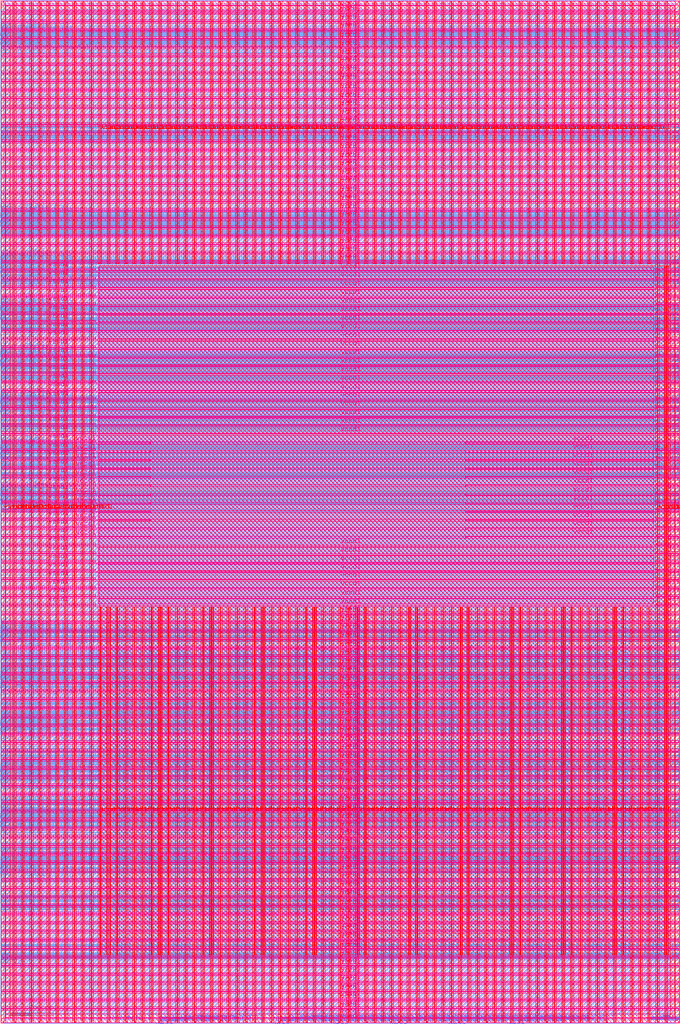
<source format=lef>
VERSION 5.7 ;
  NOWIREEXTENSIONATPIN ON ;
  DIVIDERCHAR "/" ;
  BUSBITCHARS "[]" ;
MACRO openframe_project_wrapper
  CLASS BLOCK ;
  FOREIGN openframe_project_wrapper ;
  ORIGIN 0.000 0.000 ;
  SIZE 3166.630 BY 4766.630 ;
  PIN analog_io[0]
    DIRECTION INOUT ;
    USE SIGNAL ;
    PORT
      LAYER met3 ;
        RECT 3166.350 306.335 3168.750 306.685 ;
    END
  END analog_io[0]
  PIN analog_io[10]
    DIRECTION INOUT ;
    USE SIGNAL ;
    PORT
      LAYER met3 ;
        RECT 3166.350 3222.335 3168.750 3222.685 ;
    END
  END analog_io[10]
  PIN analog_io[11]
    DIRECTION INOUT ;
    USE SIGNAL ;
    PORT
      LAYER met3 ;
        RECT 3166.350 3447.335 3168.750 3447.685 ;
    END
  END analog_io[11]
  PIN analog_io[12]
    DIRECTION INOUT ;
    USE SIGNAL ;
    PORT
      LAYER met3 ;
        RECT 3166.350 3672.335 3168.750 3672.685 ;
    END
  END analog_io[12]
  PIN analog_io[13]
    DIRECTION INOUT ;
    USE SIGNAL ;
    PORT
      LAYER met3 ;
        RECT 3166.350 4118.335 3168.750 4118.685 ;
    END
  END analog_io[13]
  PIN analog_io[14]
    DIRECTION INOUT ;
    USE SIGNAL ;
    PORT
      LAYER met3 ;
        RECT 3166.350 4564.335 3168.750 4564.685 ;
    END
  END analog_io[14]
  PIN analog_io[15]
    DIRECTION INOUT ;
    USE SIGNAL ;
    PORT
      LAYER met2 ;
        RECT 2981.980 4766.350 2982.260 4768.750 ;
    END
  END analog_io[15]
  PIN analog_io[16]
    DIRECTION INOUT ;
    USE SIGNAL ;
    PORT
      LAYER met2 ;
        RECT 2472.980 4766.350 2473.260 4768.750 ;
    END
  END analog_io[16]
  PIN analog_io[17]
    DIRECTION INOUT ;
    USE SIGNAL ;
    PORT
      LAYER met2 ;
        RECT 2215.980 4766.350 2216.260 4768.750 ;
    END
  END analog_io[17]
  PIN analog_io[18]
    DIRECTION INOUT ;
    USE SIGNAL ;
    PORT
      LAYER met2 ;
        RECT 1770.980 4766.350 1771.260 4768.750 ;
    END
  END analog_io[18]
  PIN analog_io[19]
    DIRECTION INOUT ;
    USE SIGNAL ;
    PORT
      LAYER met2 ;
        RECT 1261.980 4766.350 1262.260 4768.750 ;
    END
  END analog_io[19]
  PIN analog_io[1]
    DIRECTION INOUT ;
    USE SIGNAL ;
    PORT
      LAYER met3 ;
        RECT 3166.350 532.335 3168.750 532.685 ;
    END
  END analog_io[1]
  PIN analog_io[20]
    DIRECTION INOUT ;
    USE SIGNAL ;
    PORT
      LAYER met2 ;
        RECT 1003.980 4766.350 1004.260 4768.750 ;
    END
  END analog_io[20]
  PIN analog_io[21]
    DIRECTION INOUT ;
    USE SIGNAL ;
    PORT
      LAYER met2 ;
        RECT 746.980 4766.350 747.260 4768.750 ;
    END
  END analog_io[21]
  PIN analog_io[22]
    DIRECTION INOUT ;
    USE SIGNAL ;
    PORT
      LAYER met2 ;
        RECT 489.980 4766.350 490.260 4768.750 ;
    END
  END analog_io[22]
  PIN analog_io[23]
    DIRECTION INOUT ;
    USE SIGNAL ;
    PORT
      LAYER met2 ;
        RECT 232.980 4766.350 233.260 4768.750 ;
    END
  END analog_io[23]
  PIN analog_io[24]
    DIRECTION INOUT ;
    USE SIGNAL ;
    PORT
      LAYER met3 ;
        RECT -2.120 4622.945 0.280 4623.295 ;
    END
  END analog_io[24]
  PIN analog_io[25]
    DIRECTION INOUT ;
    USE SIGNAL ;
    PORT
      LAYER met3 ;
        RECT -2.120 3773.945 0.280 3774.295 ;
    END
  END analog_io[25]
  PIN analog_io[26]
    DIRECTION INOUT ;
    USE SIGNAL ;
    PORT
      LAYER met3 ;
        RECT -2.120 3557.945 0.280 3558.295 ;
    END
  END analog_io[26]
  PIN analog_io[27]
    DIRECTION INOUT ;
    USE SIGNAL ;
    PORT
      LAYER met3 ;
        RECT -2.120 3341.945 0.280 3342.295 ;
    END
  END analog_io[27]
  PIN analog_io[28]
    DIRECTION INOUT ;
    USE SIGNAL ;
    PORT
      LAYER met3 ;
        RECT -2.120 3125.945 0.280 3126.295 ;
    END
  END analog_io[28]
  PIN analog_io[29]
    DIRECTION INOUT ;
    USE SIGNAL ;
    PORT
      LAYER met3 ;
        RECT -2.120 2909.945 0.280 2910.295 ;
    END
  END analog_io[29]
  PIN analog_io[2]
    DIRECTION INOUT ;
    USE SIGNAL ;
    PORT
      LAYER met3 ;
        RECT 3166.350 757.335 3168.750 757.685 ;
    END
  END analog_io[2]
  PIN analog_io[30]
    DIRECTION INOUT ;
    USE SIGNAL ;
    PORT
      LAYER met3 ;
        RECT -2.120 2693.945 0.280 2694.295 ;
    END
  END analog_io[30]
  PIN analog_io[31]
    DIRECTION INOUT ;
    USE SIGNAL ;
    PORT
      LAYER met3 ;
        RECT -2.120 2477.945 0.280 2478.295 ;
    END
  END analog_io[31]
  PIN analog_io[32]
    DIRECTION INOUT ;
    USE SIGNAL ;
    PORT
      LAYER met3 ;
        RECT -2.120 1839.945 0.280 1840.295 ;
    END
  END analog_io[32]
  PIN analog_io[33]
    DIRECTION INOUT ;
    USE SIGNAL ;
    PORT
      LAYER met3 ;
        RECT -2.120 1623.945 0.280 1624.295 ;
    END
  END analog_io[33]
  PIN analog_io[34]
    DIRECTION INOUT ;
    USE SIGNAL ;
    PORT
      LAYER met3 ;
        RECT -2.120 1407.945 0.280 1408.295 ;
    END
  END analog_io[34]
  PIN analog_io[35]
    DIRECTION INOUT ;
    USE SIGNAL ;
    PORT
      LAYER met3 ;
        RECT -2.120 1191.945 0.280 1192.295 ;
    END
  END analog_io[35]
  PIN analog_io[36]
    DIRECTION INOUT ;
    USE SIGNAL ;
    PORT
      LAYER met3 ;
        RECT -2.120 975.940 0.280 976.300 ;
    END
  END analog_io[36]
  PIN analog_io[37]
    DIRECTION INOUT ;
    USE SIGNAL ;
    PORT
      LAYER met3 ;
        RECT -2.120 759.940 0.280 760.300 ;
    END
  END analog_io[37]
  PIN analog_io[38]
    DIRECTION INOUT ;
    USE SIGNAL ;
    PORT
      LAYER met2 ;
        RECT 738.370 -2.120 738.650 0.280 ;
    END
  END analog_io[38]
  PIN analog_io[39]
    DIRECTION INOUT ;
    USE SIGNAL ;
    PORT
      LAYER met2 ;
        RECT 1281.370 -2.120 1281.650 0.280 ;
    END
  END analog_io[39]
  PIN analog_io[3]
    DIRECTION INOUT ;
    USE SIGNAL ;
    PORT
      LAYER met3 ;
        RECT 3166.350 983.335 3168.750 983.685 ;
    END
  END analog_io[3]
  PIN analog_io[40]
    DIRECTION INOUT ;
    USE SIGNAL ;
    PORT
      LAYER met2 ;
        RECT 1555.370 -2.120 1555.650 0.280 ;
    END
  END analog_io[40]
  PIN analog_io[41]
    DIRECTION INOUT ;
    USE SIGNAL ;
    PORT
      LAYER met2 ;
        RECT 1829.370 -2.120 1829.650 0.280 ;
    END
  END analog_io[41]
  PIN analog_io[42]
    DIRECTION INOUT ;
    USE SIGNAL ;
    PORT
      LAYER met2 ;
        RECT 2103.370 -2.120 2103.650 0.280 ;
    END
  END analog_io[42]
  PIN analog_io[43]
    DIRECTION INOUT ;
    USE SIGNAL ;
    PORT
      LAYER met2 ;
        RECT 2377.370 -2.120 2377.650 0.280 ;
    END
  END analog_io[43]
  PIN analog_io[4]
    DIRECTION INOUT ;
    USE SIGNAL ;
    PORT
      LAYER met3 ;
        RECT 3166.350 1208.335 3168.750 1208.685 ;
    END
  END analog_io[4]
  PIN analog_io[5]
    DIRECTION INOUT ;
    USE SIGNAL ;
    PORT
      LAYER met3 ;
        RECT 3166.350 1433.335 3168.750 1433.685 ;
    END
  END analog_io[5]
  PIN analog_io[6]
    DIRECTION INOUT ;
    USE SIGNAL ;
    PORT
      LAYER met3 ;
        RECT 3166.350 1659.335 3168.750 1659.685 ;
    END
  END analog_io[6]
  PIN analog_io[7]
    DIRECTION INOUT ;
    USE SIGNAL ;
    PORT
      LAYER met3 ;
        RECT 3166.350 2545.335 3168.750 2545.685 ;
    END
  END analog_io[7]
  PIN analog_io[8]
    DIRECTION INOUT ;
    USE SIGNAL ;
    PORT
      LAYER met3 ;
        RECT 3166.350 2771.335 3168.750 2771.685 ;
    END
  END analog_io[8]
  PIN analog_io[9]
    DIRECTION INOUT ;
    USE SIGNAL ;
    PORT
      LAYER met3 ;
        RECT 3166.350 2996.335 3168.750 2996.685 ;
    END
  END analog_io[9]
  PIN analog_noesd_io[0]
    DIRECTION INOUT ;
    USE SIGNAL ;
    PORT
      LAYER met3 ;
        RECT 3166.350 315.535 3168.750 315.885 ;
    END
  END analog_noesd_io[0]
  PIN analog_noesd_io[10]
    DIRECTION INOUT ;
    USE SIGNAL ;
    PORT
      LAYER met3 ;
        RECT 3166.350 3231.535 3168.750 3231.885 ;
    END
  END analog_noesd_io[10]
  PIN analog_noesd_io[11]
    DIRECTION INOUT ;
    USE SIGNAL ;
    PORT
      LAYER met3 ;
        RECT 3166.350 3456.535 3168.750 3456.885 ;
    END
  END analog_noesd_io[11]
  PIN analog_noesd_io[12]
    DIRECTION INOUT ;
    USE SIGNAL ;
    PORT
      LAYER met3 ;
        RECT 3166.350 3681.535 3168.750 3681.885 ;
    END
  END analog_noesd_io[12]
  PIN analog_noesd_io[13]
    DIRECTION INOUT ;
    USE SIGNAL ;
    PORT
      LAYER met3 ;
        RECT 3166.350 4127.535 3168.750 4127.885 ;
    END
  END analog_noesd_io[13]
  PIN analog_noesd_io[14]
    DIRECTION INOUT ;
    USE SIGNAL ;
    PORT
      LAYER met3 ;
        RECT 3166.350 4573.535 3168.750 4573.885 ;
    END
  END analog_noesd_io[14]
  PIN analog_noesd_io[15]
    DIRECTION INOUT ;
    USE SIGNAL ;
    PORT
      LAYER met2 ;
        RECT 2972.780 4766.350 2973.060 4768.750 ;
    END
  END analog_noesd_io[15]
  PIN analog_noesd_io[16]
    DIRECTION INOUT ;
    USE SIGNAL ;
    PORT
      LAYER met2 ;
        RECT 2463.780 4766.350 2464.060 4768.750 ;
    END
  END analog_noesd_io[16]
  PIN analog_noesd_io[17]
    DIRECTION INOUT ;
    USE SIGNAL ;
    PORT
      LAYER met2 ;
        RECT 2206.780 4766.350 2207.060 4768.750 ;
    END
  END analog_noesd_io[17]
  PIN analog_noesd_io[18]
    DIRECTION INOUT ;
    USE SIGNAL ;
    PORT
      LAYER met2 ;
        RECT 1761.780 4766.350 1762.060 4768.750 ;
    END
  END analog_noesd_io[18]
  PIN analog_noesd_io[19]
    DIRECTION INOUT ;
    USE SIGNAL ;
    PORT
      LAYER met2 ;
        RECT 1252.780 4766.350 1253.060 4768.750 ;
    END
  END analog_noesd_io[19]
  PIN analog_noesd_io[1]
    DIRECTION INOUT ;
    USE SIGNAL ;
    PORT
      LAYER met3 ;
        RECT 3166.350 541.535 3168.750 541.885 ;
    END
  END analog_noesd_io[1]
  PIN analog_noesd_io[20]
    DIRECTION INOUT ;
    USE SIGNAL ;
    PORT
      LAYER met2 ;
        RECT 994.780 4766.350 995.060 4768.750 ;
    END
  END analog_noesd_io[20]
  PIN analog_noesd_io[21]
    DIRECTION INOUT ;
    USE SIGNAL ;
    PORT
      LAYER met2 ;
        RECT 737.780 4766.350 738.060 4768.750 ;
    END
  END analog_noesd_io[21]
  PIN analog_noesd_io[22]
    DIRECTION INOUT ;
    USE SIGNAL ;
    PORT
      LAYER met2 ;
        RECT 480.780 4766.350 481.060 4768.750 ;
    END
  END analog_noesd_io[22]
  PIN analog_noesd_io[23]
    DIRECTION INOUT ;
    USE SIGNAL ;
    PORT
      LAYER met2 ;
        RECT 223.780 4766.350 224.060 4768.750 ;
    END
  END analog_noesd_io[23]
  PIN analog_noesd_io[24]
    DIRECTION INOUT ;
    USE SIGNAL ;
    PORT
      LAYER met3 ;
        RECT -2.120 4613.745 0.280 4614.095 ;
    END
  END analog_noesd_io[24]
  PIN analog_noesd_io[25]
    DIRECTION INOUT ;
    USE SIGNAL ;
    PORT
      LAYER met3 ;
        RECT -2.120 3764.745 0.280 3765.095 ;
    END
  END analog_noesd_io[25]
  PIN analog_noesd_io[26]
    DIRECTION INOUT ;
    USE SIGNAL ;
    PORT
      LAYER met3 ;
        RECT -2.120 3548.745 0.280 3549.095 ;
    END
  END analog_noesd_io[26]
  PIN analog_noesd_io[27]
    DIRECTION INOUT ;
    USE SIGNAL ;
    PORT
      LAYER met3 ;
        RECT -2.120 3332.745 0.280 3333.095 ;
    END
  END analog_noesd_io[27]
  PIN analog_noesd_io[28]
    DIRECTION INOUT ;
    USE SIGNAL ;
    PORT
      LAYER met3 ;
        RECT -2.120 3116.745 0.280 3117.095 ;
    END
  END analog_noesd_io[28]
  PIN analog_noesd_io[29]
    DIRECTION INOUT ;
    USE SIGNAL ;
    PORT
      LAYER met3 ;
        RECT -2.120 2900.745 0.280 2901.095 ;
    END
  END analog_noesd_io[29]
  PIN analog_noesd_io[2]
    DIRECTION INOUT ;
    USE SIGNAL ;
    PORT
      LAYER met3 ;
        RECT 3166.350 766.535 3168.750 766.885 ;
    END
  END analog_noesd_io[2]
  PIN analog_noesd_io[30]
    DIRECTION INOUT ;
    USE SIGNAL ;
    PORT
      LAYER met3 ;
        RECT -2.120 2684.745 0.280 2685.095 ;
    END
  END analog_noesd_io[30]
  PIN analog_noesd_io[31]
    DIRECTION INOUT ;
    USE SIGNAL ;
    PORT
      LAYER met3 ;
        RECT -2.120 2468.745 0.280 2469.095 ;
    END
  END analog_noesd_io[31]
  PIN analog_noesd_io[32]
    DIRECTION INOUT ;
    USE SIGNAL ;
    PORT
      LAYER met3 ;
        RECT -2.120 1830.745 0.280 1831.095 ;
    END
  END analog_noesd_io[32]
  PIN analog_noesd_io[33]
    DIRECTION INOUT ;
    USE SIGNAL ;
    PORT
      LAYER met3 ;
        RECT -2.120 1614.745 0.280 1615.095 ;
    END
  END analog_noesd_io[33]
  PIN analog_noesd_io[34]
    DIRECTION INOUT ;
    USE SIGNAL ;
    PORT
      LAYER met3 ;
        RECT -2.120 1398.745 0.280 1399.095 ;
    END
  END analog_noesd_io[34]
  PIN analog_noesd_io[35]
    DIRECTION INOUT ;
    USE SIGNAL ;
    PORT
      LAYER met3 ;
        RECT -2.120 1182.745 0.280 1183.095 ;
    END
  END analog_noesd_io[35]
  PIN analog_noesd_io[36]
    DIRECTION INOUT ;
    USE SIGNAL ;
    PORT
      LAYER met3 ;
        RECT -2.120 966.740 0.280 967.100 ;
    END
  END analog_noesd_io[36]
  PIN analog_noesd_io[37]
    DIRECTION INOUT ;
    USE SIGNAL ;
    PORT
      LAYER met3 ;
        RECT -2.120 750.740 0.280 751.100 ;
    END
  END analog_noesd_io[37]
  PIN analog_noesd_io[38]
    DIRECTION INOUT ;
    USE SIGNAL ;
    PORT
      LAYER met2 ;
        RECT 747.570 -2.120 747.850 0.280 ;
    END
  END analog_noesd_io[38]
  PIN analog_noesd_io[39]
    DIRECTION INOUT ;
    USE SIGNAL ;
    PORT
      LAYER met2 ;
        RECT 1290.570 -2.120 1290.850 0.280 ;
    END
  END analog_noesd_io[39]
  PIN analog_noesd_io[3]
    DIRECTION INOUT ;
    USE SIGNAL ;
    PORT
      LAYER met3 ;
        RECT 3166.350 992.535 3168.750 992.885 ;
    END
  END analog_noesd_io[3]
  PIN analog_noesd_io[40]
    DIRECTION INOUT ;
    USE SIGNAL ;
    PORT
      LAYER met2 ;
        RECT 1564.570 -2.120 1564.850 0.280 ;
    END
  END analog_noesd_io[40]
  PIN analog_noesd_io[41]
    DIRECTION INOUT ;
    USE SIGNAL ;
    PORT
      LAYER met2 ;
        RECT 1838.570 -2.120 1838.850 0.280 ;
    END
  END analog_noesd_io[41]
  PIN analog_noesd_io[42]
    DIRECTION INOUT ;
    USE SIGNAL ;
    PORT
      LAYER met2 ;
        RECT 2112.570 -2.120 2112.850 0.280 ;
    END
  END analog_noesd_io[42]
  PIN analog_noesd_io[43]
    DIRECTION INOUT ;
    USE SIGNAL ;
    PORT
      LAYER met2 ;
        RECT 2386.570 -2.120 2386.850 0.280 ;
    END
  END analog_noesd_io[43]
  PIN analog_noesd_io[4]
    DIRECTION INOUT ;
    USE SIGNAL ;
    PORT
      LAYER met3 ;
        RECT 3166.350 1217.535 3168.750 1217.885 ;
    END
  END analog_noesd_io[4]
  PIN analog_noesd_io[5]
    DIRECTION INOUT ;
    USE SIGNAL ;
    PORT
      LAYER met3 ;
        RECT 3166.350 1442.535 3168.750 1442.885 ;
    END
  END analog_noesd_io[5]
  PIN analog_noesd_io[6]
    DIRECTION INOUT ;
    USE SIGNAL ;
    PORT
      LAYER met3 ;
        RECT 3166.350 1668.535 3168.750 1668.885 ;
    END
  END analog_noesd_io[6]
  PIN analog_noesd_io[7]
    DIRECTION INOUT ;
    USE SIGNAL ;
    PORT
      LAYER met3 ;
        RECT 3166.350 2554.535 3168.750 2554.885 ;
    END
  END analog_noesd_io[7]
  PIN analog_noesd_io[8]
    DIRECTION INOUT ;
    USE SIGNAL ;
    PORT
      LAYER met3 ;
        RECT 3166.350 2780.535 3168.750 2780.885 ;
    END
  END analog_noesd_io[8]
  PIN analog_noesd_io[9]
    DIRECTION INOUT ;
    USE SIGNAL ;
    PORT
      LAYER met3 ;
        RECT 3166.350 3005.535 3168.750 3005.885 ;
    END
  END analog_noesd_io[9]
  PIN gpio_analog_en[0]
    DIRECTION OUTPUT TRISTATE ;
    USE SIGNAL ;
    ANTENNADIFFAREA 3.180800 ;
    PORT
      LAYER met3 ;
        RECT 3166.350 318.295 3168.750 318.645 ;
    END
  END gpio_analog_en[0]
  PIN gpio_analog_en[10]
    DIRECTION OUTPUT TRISTATE ;
    USE SIGNAL ;
    ANTENNADIFFAREA 3.180800 ;
    PORT
      LAYER met3 ;
        RECT 3166.350 3234.295 3168.750 3234.645 ;
    END
  END gpio_analog_en[10]
  PIN gpio_analog_en[11]
    DIRECTION OUTPUT TRISTATE ;
    USE SIGNAL ;
    ANTENNADIFFAREA 3.180800 ;
    PORT
      LAYER met3 ;
        RECT 3166.350 3459.295 3168.750 3459.645 ;
    END
  END gpio_analog_en[11]
  PIN gpio_analog_en[12]
    DIRECTION OUTPUT TRISTATE ;
    USE SIGNAL ;
    ANTENNADIFFAREA 3.180800 ;
    PORT
      LAYER met3 ;
        RECT 3166.350 3684.295 3168.750 3684.645 ;
    END
  END gpio_analog_en[12]
  PIN gpio_analog_en[13]
    DIRECTION OUTPUT TRISTATE ;
    USE SIGNAL ;
    ANTENNADIFFAREA 3.180800 ;
    PORT
      LAYER met3 ;
        RECT 3166.350 4130.295 3168.750 4130.645 ;
    END
  END gpio_analog_en[13]
  PIN gpio_analog_en[14]
    DIRECTION OUTPUT TRISTATE ;
    USE SIGNAL ;
    ANTENNADIFFAREA 3.180800 ;
    PORT
      LAYER met3 ;
        RECT 3166.350 4576.295 3168.750 4576.645 ;
    END
  END gpio_analog_en[14]
  PIN gpio_analog_en[15]
    DIRECTION OUTPUT TRISTATE ;
    USE SIGNAL ;
    ANTENNADIFFAREA 3.180800 ;
    PORT
      LAYER met2 ;
        RECT 2970.020 4766.350 2970.300 4768.750 ;
    END
  END gpio_analog_en[15]
  PIN gpio_analog_en[16]
    DIRECTION OUTPUT TRISTATE ;
    USE SIGNAL ;
    ANTENNADIFFAREA 3.180800 ;
    PORT
      LAYER met2 ;
        RECT 2461.020 4766.350 2461.300 4768.750 ;
    END
  END gpio_analog_en[16]
  PIN gpio_analog_en[17]
    DIRECTION OUTPUT TRISTATE ;
    USE SIGNAL ;
    ANTENNADIFFAREA 3.180800 ;
    PORT
      LAYER met2 ;
        RECT 2204.020 4766.350 2204.300 4768.750 ;
    END
  END gpio_analog_en[17]
  PIN gpio_analog_en[18]
    DIRECTION OUTPUT TRISTATE ;
    USE SIGNAL ;
    ANTENNADIFFAREA 3.180800 ;
    PORT
      LAYER met2 ;
        RECT 1759.020 4766.350 1759.300 4768.750 ;
    END
  END gpio_analog_en[18]
  PIN gpio_analog_en[19]
    DIRECTION OUTPUT TRISTATE ;
    USE SIGNAL ;
    ANTENNADIFFAREA 3.180800 ;
    PORT
      LAYER met2 ;
        RECT 1250.020 4766.350 1250.300 4768.750 ;
    END
  END gpio_analog_en[19]
  PIN gpio_analog_en[1]
    DIRECTION OUTPUT TRISTATE ;
    USE SIGNAL ;
    ANTENNADIFFAREA 3.180800 ;
    PORT
      LAYER met3 ;
        RECT 3166.350 544.295 3168.750 544.645 ;
    END
  END gpio_analog_en[1]
  PIN gpio_analog_en[20]
    DIRECTION OUTPUT TRISTATE ;
    USE SIGNAL ;
    ANTENNADIFFAREA 3.180800 ;
    PORT
      LAYER met2 ;
        RECT 992.020 4766.350 992.300 4768.750 ;
    END
  END gpio_analog_en[20]
  PIN gpio_analog_en[21]
    DIRECTION OUTPUT TRISTATE ;
    USE SIGNAL ;
    ANTENNADIFFAREA 3.180800 ;
    PORT
      LAYER met2 ;
        RECT 735.020 4766.350 735.300 4768.750 ;
    END
  END gpio_analog_en[21]
  PIN gpio_analog_en[22]
    DIRECTION OUTPUT TRISTATE ;
    USE SIGNAL ;
    ANTENNADIFFAREA 3.180800 ;
    PORT
      LAYER met2 ;
        RECT 478.020 4766.350 478.300 4768.750 ;
    END
  END gpio_analog_en[22]
  PIN gpio_analog_en[23]
    DIRECTION OUTPUT TRISTATE ;
    USE SIGNAL ;
    ANTENNADIFFAREA 3.180800 ;
    PORT
      LAYER met2 ;
        RECT 221.020 4766.350 221.300 4768.750 ;
    END
  END gpio_analog_en[23]
  PIN gpio_analog_en[24]
    DIRECTION OUTPUT TRISTATE ;
    USE SIGNAL ;
    ANTENNADIFFAREA 3.180800 ;
    PORT
      LAYER met3 ;
        RECT -2.120 4610.985 0.280 4611.335 ;
    END
  END gpio_analog_en[24]
  PIN gpio_analog_en[25]
    DIRECTION OUTPUT TRISTATE ;
    USE SIGNAL ;
    ANTENNADIFFAREA 3.180800 ;
    PORT
      LAYER met3 ;
        RECT -2.120 3761.985 0.280 3762.335 ;
    END
  END gpio_analog_en[25]
  PIN gpio_analog_en[26]
    DIRECTION OUTPUT TRISTATE ;
    USE SIGNAL ;
    ANTENNADIFFAREA 3.180800 ;
    PORT
      LAYER met3 ;
        RECT -2.120 3545.985 0.280 3546.335 ;
    END
  END gpio_analog_en[26]
  PIN gpio_analog_en[27]
    DIRECTION OUTPUT TRISTATE ;
    USE SIGNAL ;
    ANTENNADIFFAREA 3.180800 ;
    PORT
      LAYER met3 ;
        RECT -2.120 3329.985 0.280 3330.335 ;
    END
  END gpio_analog_en[27]
  PIN gpio_analog_en[28]
    DIRECTION OUTPUT TRISTATE ;
    USE SIGNAL ;
    ANTENNADIFFAREA 3.180800 ;
    PORT
      LAYER met3 ;
        RECT -2.120 3113.985 0.280 3114.335 ;
    END
  END gpio_analog_en[28]
  PIN gpio_analog_en[29]
    DIRECTION OUTPUT TRISTATE ;
    USE SIGNAL ;
    ANTENNADIFFAREA 3.180800 ;
    PORT
      LAYER met3 ;
        RECT -2.120 2897.985 0.280 2898.335 ;
    END
  END gpio_analog_en[29]
  PIN gpio_analog_en[2]
    DIRECTION OUTPUT TRISTATE ;
    USE SIGNAL ;
    ANTENNADIFFAREA 3.180800 ;
    PORT
      LAYER met3 ;
        RECT 3166.350 769.295 3168.750 769.645 ;
    END
  END gpio_analog_en[2]
  PIN gpio_analog_en[30]
    DIRECTION OUTPUT TRISTATE ;
    USE SIGNAL ;
    ANTENNADIFFAREA 3.180800 ;
    PORT
      LAYER met3 ;
        RECT -2.120 2681.985 0.280 2682.335 ;
    END
  END gpio_analog_en[30]
  PIN gpio_analog_en[31]
    DIRECTION OUTPUT TRISTATE ;
    USE SIGNAL ;
    ANTENNADIFFAREA 3.180800 ;
    PORT
      LAYER met3 ;
        RECT -2.120 2465.985 0.280 2466.335 ;
    END
  END gpio_analog_en[31]
  PIN gpio_analog_en[32]
    DIRECTION OUTPUT TRISTATE ;
    USE SIGNAL ;
    ANTENNADIFFAREA 3.180800 ;
    PORT
      LAYER met3 ;
        RECT -2.120 1827.985 0.280 1828.335 ;
    END
  END gpio_analog_en[32]
  PIN gpio_analog_en[33]
    DIRECTION OUTPUT TRISTATE ;
    USE SIGNAL ;
    ANTENNADIFFAREA 3.180800 ;
    PORT
      LAYER met3 ;
        RECT -2.120 1611.985 0.280 1612.335 ;
    END
  END gpio_analog_en[33]
  PIN gpio_analog_en[34]
    DIRECTION OUTPUT TRISTATE ;
    USE SIGNAL ;
    ANTENNADIFFAREA 3.180800 ;
    PORT
      LAYER met3 ;
        RECT -2.120 1395.985 0.280 1396.335 ;
    END
  END gpio_analog_en[34]
  PIN gpio_analog_en[35]
    DIRECTION OUTPUT TRISTATE ;
    USE SIGNAL ;
    ANTENNADIFFAREA 3.180800 ;
    PORT
      LAYER met3 ;
        RECT -2.120 1179.985 0.280 1180.335 ;
    END
  END gpio_analog_en[35]
  PIN gpio_analog_en[36]
    DIRECTION OUTPUT TRISTATE ;
    USE SIGNAL ;
    ANTENNADIFFAREA 3.180800 ;
    PORT
      LAYER met3 ;
        RECT -2.120 963.980 0.280 964.340 ;
    END
  END gpio_analog_en[36]
  PIN gpio_analog_en[37]
    DIRECTION OUTPUT TRISTATE ;
    USE SIGNAL ;
    ANTENNADIFFAREA 3.180800 ;
    PORT
      LAYER met3 ;
        RECT -2.120 747.980 0.280 748.340 ;
    END
  END gpio_analog_en[37]
  PIN gpio_analog_en[38]
    DIRECTION OUTPUT TRISTATE ;
    USE SIGNAL ;
    ANTENNADIFFAREA 3.180800 ;
    PORT
      LAYER met2 ;
        RECT 750.330 -2.120 750.610 0.280 ;
    END
  END gpio_analog_en[38]
  PIN gpio_analog_en[39]
    DIRECTION OUTPUT TRISTATE ;
    USE SIGNAL ;
    ANTENNADIFFAREA 3.180800 ;
    PORT
      LAYER met2 ;
        RECT 1293.330 -2.120 1293.610 0.280 ;
    END
  END gpio_analog_en[39]
  PIN gpio_analog_en[3]
    DIRECTION OUTPUT TRISTATE ;
    USE SIGNAL ;
    ANTENNADIFFAREA 3.180800 ;
    PORT
      LAYER met3 ;
        RECT 3166.350 995.295 3168.750 995.645 ;
    END
  END gpio_analog_en[3]
  PIN gpio_analog_en[40]
    DIRECTION OUTPUT TRISTATE ;
    USE SIGNAL ;
    ANTENNADIFFAREA 3.180800 ;
    PORT
      LAYER met2 ;
        RECT 1567.330 -2.120 1567.610 0.280 ;
    END
  END gpio_analog_en[40]
  PIN gpio_analog_en[41]
    DIRECTION OUTPUT TRISTATE ;
    USE SIGNAL ;
    ANTENNADIFFAREA 3.180800 ;
    PORT
      LAYER met2 ;
        RECT 1841.330 -2.120 1841.610 0.280 ;
    END
  END gpio_analog_en[41]
  PIN gpio_analog_en[42]
    DIRECTION OUTPUT TRISTATE ;
    USE SIGNAL ;
    ANTENNADIFFAREA 3.180800 ;
    PORT
      LAYER met2 ;
        RECT 2115.330 -2.120 2115.610 0.280 ;
    END
  END gpio_analog_en[42]
  PIN gpio_analog_en[43]
    DIRECTION OUTPUT TRISTATE ;
    USE SIGNAL ;
    ANTENNADIFFAREA 3.180800 ;
    PORT
      LAYER met2 ;
        RECT 2389.330 -2.120 2389.610 0.280 ;
    END
  END gpio_analog_en[43]
  PIN gpio_analog_en[4]
    DIRECTION OUTPUT TRISTATE ;
    USE SIGNAL ;
    ANTENNADIFFAREA 3.180800 ;
    PORT
      LAYER met3 ;
        RECT 3166.350 1220.295 3168.750 1220.645 ;
    END
  END gpio_analog_en[4]
  PIN gpio_analog_en[5]
    DIRECTION OUTPUT TRISTATE ;
    USE SIGNAL ;
    ANTENNADIFFAREA 3.180800 ;
    PORT
      LAYER met3 ;
        RECT 3166.350 1445.295 3168.750 1445.645 ;
    END
  END gpio_analog_en[5]
  PIN gpio_analog_en[6]
    DIRECTION OUTPUT TRISTATE ;
    USE SIGNAL ;
    ANTENNADIFFAREA 3.180800 ;
    PORT
      LAYER met3 ;
        RECT 3166.350 1671.295 3168.750 1671.645 ;
    END
  END gpio_analog_en[6]
  PIN gpio_analog_en[7]
    DIRECTION OUTPUT TRISTATE ;
    USE SIGNAL ;
    ANTENNADIFFAREA 3.180800 ;
    PORT
      LAYER met3 ;
        RECT 3166.350 2557.295 3168.750 2557.645 ;
    END
  END gpio_analog_en[7]
  PIN gpio_analog_en[8]
    DIRECTION OUTPUT TRISTATE ;
    USE SIGNAL ;
    ANTENNADIFFAREA 3.180800 ;
    PORT
      LAYER met3 ;
        RECT 3166.350 2783.295 3168.750 2783.645 ;
    END
  END gpio_analog_en[8]
  PIN gpio_analog_en[9]
    DIRECTION OUTPUT TRISTATE ;
    USE SIGNAL ;
    ANTENNADIFFAREA 3.180800 ;
    PORT
      LAYER met3 ;
        RECT 3166.350 3008.295 3168.750 3008.645 ;
    END
  END gpio_analog_en[9]
  PIN gpio_analog_pol[0]
    DIRECTION OUTPUT TRISTATE ;
    USE SIGNAL ;
    ANTENNADIFFAREA 3.180800 ;
    PORT
      LAYER met3 ;
        RECT 3166.350 324.735 3168.750 325.085 ;
    END
  END gpio_analog_pol[0]
  PIN gpio_analog_pol[10]
    DIRECTION OUTPUT TRISTATE ;
    USE SIGNAL ;
    ANTENNADIFFAREA 3.180800 ;
    PORT
      LAYER met3 ;
        RECT 3166.350 3240.735 3168.750 3241.085 ;
    END
  END gpio_analog_pol[10]
  PIN gpio_analog_pol[11]
    DIRECTION OUTPUT TRISTATE ;
    USE SIGNAL ;
    ANTENNADIFFAREA 3.180800 ;
    PORT
      LAYER met3 ;
        RECT 3166.350 3465.735 3168.750 3466.085 ;
    END
  END gpio_analog_pol[11]
  PIN gpio_analog_pol[12]
    DIRECTION OUTPUT TRISTATE ;
    USE SIGNAL ;
    ANTENNADIFFAREA 3.180800 ;
    PORT
      LAYER met3 ;
        RECT 3166.350 3690.735 3168.750 3691.085 ;
    END
  END gpio_analog_pol[12]
  PIN gpio_analog_pol[13]
    DIRECTION OUTPUT TRISTATE ;
    USE SIGNAL ;
    ANTENNADIFFAREA 3.180800 ;
    PORT
      LAYER met3 ;
        RECT 3166.350 4136.735 3168.750 4137.085 ;
    END
  END gpio_analog_pol[13]
  PIN gpio_analog_pol[14]
    DIRECTION OUTPUT TRISTATE ;
    USE SIGNAL ;
    ANTENNADIFFAREA 3.180800 ;
    PORT
      LAYER met3 ;
        RECT 3166.350 4582.735 3168.750 4583.085 ;
    END
  END gpio_analog_pol[14]
  PIN gpio_analog_pol[15]
    DIRECTION OUTPUT TRISTATE ;
    USE SIGNAL ;
    ANTENNADIFFAREA 3.180800 ;
    PORT
      LAYER met2 ;
        RECT 2963.580 4766.350 2963.860 4768.750 ;
    END
  END gpio_analog_pol[15]
  PIN gpio_analog_pol[16]
    DIRECTION OUTPUT TRISTATE ;
    USE SIGNAL ;
    ANTENNADIFFAREA 3.180800 ;
    PORT
      LAYER met2 ;
        RECT 2454.580 4766.350 2454.860 4768.750 ;
    END
  END gpio_analog_pol[16]
  PIN gpio_analog_pol[17]
    DIRECTION OUTPUT TRISTATE ;
    USE SIGNAL ;
    ANTENNADIFFAREA 3.180800 ;
    PORT
      LAYER met2 ;
        RECT 2197.580 4766.350 2197.860 4768.750 ;
    END
  END gpio_analog_pol[17]
  PIN gpio_analog_pol[18]
    DIRECTION OUTPUT TRISTATE ;
    USE SIGNAL ;
    ANTENNADIFFAREA 3.180800 ;
    PORT
      LAYER met2 ;
        RECT 1752.580 4766.350 1752.860 4768.750 ;
    END
  END gpio_analog_pol[18]
  PIN gpio_analog_pol[19]
    DIRECTION OUTPUT TRISTATE ;
    USE SIGNAL ;
    ANTENNADIFFAREA 3.180800 ;
    PORT
      LAYER met2 ;
        RECT 1243.580 4766.350 1243.860 4768.750 ;
    END
  END gpio_analog_pol[19]
  PIN gpio_analog_pol[1]
    DIRECTION OUTPUT TRISTATE ;
    USE SIGNAL ;
    ANTENNADIFFAREA 3.180800 ;
    PORT
      LAYER met3 ;
        RECT 3166.350 550.735 3168.750 551.085 ;
    END
  END gpio_analog_pol[1]
  PIN gpio_analog_pol[20]
    DIRECTION OUTPUT TRISTATE ;
    USE SIGNAL ;
    ANTENNADIFFAREA 3.180800 ;
    PORT
      LAYER met2 ;
        RECT 985.580 4766.350 985.860 4768.750 ;
    END
  END gpio_analog_pol[20]
  PIN gpio_analog_pol[21]
    DIRECTION OUTPUT TRISTATE ;
    USE SIGNAL ;
    ANTENNADIFFAREA 3.180800 ;
    PORT
      LAYER met2 ;
        RECT 728.580 4766.350 728.860 4768.750 ;
    END
  END gpio_analog_pol[21]
  PIN gpio_analog_pol[22]
    DIRECTION OUTPUT TRISTATE ;
    USE SIGNAL ;
    ANTENNADIFFAREA 3.180800 ;
    PORT
      LAYER met2 ;
        RECT 471.580 4766.350 471.860 4768.750 ;
    END
  END gpio_analog_pol[22]
  PIN gpio_analog_pol[23]
    DIRECTION OUTPUT TRISTATE ;
    USE SIGNAL ;
    ANTENNADIFFAREA 3.180800 ;
    PORT
      LAYER met2 ;
        RECT 214.580 4766.350 214.860 4768.750 ;
    END
  END gpio_analog_pol[23]
  PIN gpio_analog_pol[24]
    DIRECTION OUTPUT TRISTATE ;
    USE SIGNAL ;
    ANTENNADIFFAREA 3.180800 ;
    PORT
      LAYER met3 ;
        RECT -2.120 4604.545 0.280 4604.895 ;
    END
  END gpio_analog_pol[24]
  PIN gpio_analog_pol[25]
    DIRECTION OUTPUT TRISTATE ;
    USE SIGNAL ;
    ANTENNADIFFAREA 3.180800 ;
    PORT
      LAYER met3 ;
        RECT -2.120 3755.545 0.280 3755.895 ;
    END
  END gpio_analog_pol[25]
  PIN gpio_analog_pol[26]
    DIRECTION OUTPUT TRISTATE ;
    USE SIGNAL ;
    ANTENNADIFFAREA 3.180800 ;
    PORT
      LAYER met3 ;
        RECT -2.120 3539.545 0.280 3539.895 ;
    END
  END gpio_analog_pol[26]
  PIN gpio_analog_pol[27]
    DIRECTION OUTPUT TRISTATE ;
    USE SIGNAL ;
    ANTENNADIFFAREA 3.180800 ;
    PORT
      LAYER met3 ;
        RECT -2.120 3323.545 0.280 3323.895 ;
    END
  END gpio_analog_pol[27]
  PIN gpio_analog_pol[28]
    DIRECTION OUTPUT TRISTATE ;
    USE SIGNAL ;
    ANTENNADIFFAREA 3.180800 ;
    PORT
      LAYER met3 ;
        RECT -2.120 3107.545 0.280 3107.895 ;
    END
  END gpio_analog_pol[28]
  PIN gpio_analog_pol[29]
    DIRECTION OUTPUT TRISTATE ;
    USE SIGNAL ;
    ANTENNADIFFAREA 3.180800 ;
    PORT
      LAYER met3 ;
        RECT -2.120 2891.545 0.280 2891.895 ;
    END
  END gpio_analog_pol[29]
  PIN gpio_analog_pol[2]
    DIRECTION OUTPUT TRISTATE ;
    USE SIGNAL ;
    ANTENNADIFFAREA 3.180800 ;
    PORT
      LAYER met3 ;
        RECT 3166.350 775.735 3168.750 776.085 ;
    END
  END gpio_analog_pol[2]
  PIN gpio_analog_pol[30]
    DIRECTION OUTPUT TRISTATE ;
    USE SIGNAL ;
    ANTENNADIFFAREA 3.180800 ;
    PORT
      LAYER met3 ;
        RECT -2.120 2675.545 0.280 2675.895 ;
    END
  END gpio_analog_pol[30]
  PIN gpio_analog_pol[31]
    DIRECTION OUTPUT TRISTATE ;
    USE SIGNAL ;
    ANTENNADIFFAREA 3.180800 ;
    PORT
      LAYER met3 ;
        RECT -2.120 2459.545 0.280 2459.895 ;
    END
  END gpio_analog_pol[31]
  PIN gpio_analog_pol[32]
    DIRECTION OUTPUT TRISTATE ;
    USE SIGNAL ;
    ANTENNADIFFAREA 3.180800 ;
    PORT
      LAYER met3 ;
        RECT -2.120 1821.545 0.280 1821.895 ;
    END
  END gpio_analog_pol[32]
  PIN gpio_analog_pol[33]
    DIRECTION OUTPUT TRISTATE ;
    USE SIGNAL ;
    ANTENNADIFFAREA 3.180800 ;
    PORT
      LAYER met3 ;
        RECT -2.120 1605.545 0.280 1605.895 ;
    END
  END gpio_analog_pol[33]
  PIN gpio_analog_pol[34]
    DIRECTION OUTPUT TRISTATE ;
    USE SIGNAL ;
    ANTENNADIFFAREA 3.180800 ;
    PORT
      LAYER met3 ;
        RECT -2.120 1389.545 0.280 1389.895 ;
    END
  END gpio_analog_pol[34]
  PIN gpio_analog_pol[35]
    DIRECTION OUTPUT TRISTATE ;
    USE SIGNAL ;
    ANTENNADIFFAREA 3.180800 ;
    PORT
      LAYER met3 ;
        RECT -2.120 1173.545 0.280 1173.895 ;
    END
  END gpio_analog_pol[35]
  PIN gpio_analog_pol[36]
    DIRECTION OUTPUT TRISTATE ;
    USE SIGNAL ;
    ANTENNADIFFAREA 3.180800 ;
    PORT
      LAYER met3 ;
        RECT -2.120 957.540 0.280 957.900 ;
    END
  END gpio_analog_pol[36]
  PIN gpio_analog_pol[37]
    DIRECTION OUTPUT TRISTATE ;
    USE SIGNAL ;
    ANTENNADIFFAREA 3.180800 ;
    PORT
      LAYER met3 ;
        RECT -2.120 741.540 0.280 741.900 ;
    END
  END gpio_analog_pol[37]
  PIN gpio_analog_pol[38]
    DIRECTION OUTPUT TRISTATE ;
    USE SIGNAL ;
    ANTENNADIFFAREA 3.180800 ;
    PORT
      LAYER met2 ;
        RECT 756.770 -2.120 757.050 0.280 ;
    END
  END gpio_analog_pol[38]
  PIN gpio_analog_pol[39]
    DIRECTION OUTPUT TRISTATE ;
    USE SIGNAL ;
    ANTENNADIFFAREA 3.180800 ;
    PORT
      LAYER met2 ;
        RECT 1299.770 -2.120 1300.050 0.280 ;
    END
  END gpio_analog_pol[39]
  PIN gpio_analog_pol[3]
    DIRECTION OUTPUT TRISTATE ;
    USE SIGNAL ;
    ANTENNADIFFAREA 3.180800 ;
    PORT
      LAYER met3 ;
        RECT 3166.350 1001.735 3168.750 1002.085 ;
    END
  END gpio_analog_pol[3]
  PIN gpio_analog_pol[40]
    DIRECTION OUTPUT TRISTATE ;
    USE SIGNAL ;
    ANTENNADIFFAREA 3.180800 ;
    PORT
      LAYER met2 ;
        RECT 1573.770 -2.120 1574.050 0.280 ;
    END
  END gpio_analog_pol[40]
  PIN gpio_analog_pol[41]
    DIRECTION OUTPUT TRISTATE ;
    USE SIGNAL ;
    ANTENNADIFFAREA 3.180800 ;
    PORT
      LAYER met2 ;
        RECT 1847.770 -2.120 1848.050 0.280 ;
    END
  END gpio_analog_pol[41]
  PIN gpio_analog_pol[42]
    DIRECTION OUTPUT TRISTATE ;
    USE SIGNAL ;
    ANTENNADIFFAREA 3.180800 ;
    PORT
      LAYER met2 ;
        RECT 2121.770 -2.120 2122.050 0.280 ;
    END
  END gpio_analog_pol[42]
  PIN gpio_analog_pol[43]
    DIRECTION OUTPUT TRISTATE ;
    USE SIGNAL ;
    ANTENNADIFFAREA 3.180800 ;
    PORT
      LAYER met2 ;
        RECT 2395.770 -2.120 2396.050 0.280 ;
    END
  END gpio_analog_pol[43]
  PIN gpio_analog_pol[4]
    DIRECTION OUTPUT TRISTATE ;
    USE SIGNAL ;
    ANTENNADIFFAREA 3.180800 ;
    PORT
      LAYER met3 ;
        RECT 3166.350 1226.735 3168.750 1227.085 ;
    END
  END gpio_analog_pol[4]
  PIN gpio_analog_pol[5]
    DIRECTION OUTPUT TRISTATE ;
    USE SIGNAL ;
    ANTENNADIFFAREA 3.180800 ;
    PORT
      LAYER met3 ;
        RECT 3166.350 1451.735 3168.750 1452.085 ;
    END
  END gpio_analog_pol[5]
  PIN gpio_analog_pol[6]
    DIRECTION OUTPUT TRISTATE ;
    USE SIGNAL ;
    ANTENNADIFFAREA 3.180800 ;
    PORT
      LAYER met3 ;
        RECT 3166.350 1677.735 3168.750 1678.085 ;
    END
  END gpio_analog_pol[6]
  PIN gpio_analog_pol[7]
    DIRECTION OUTPUT TRISTATE ;
    USE SIGNAL ;
    ANTENNADIFFAREA 3.180800 ;
    PORT
      LAYER met3 ;
        RECT 3166.350 2563.735 3168.750 2564.085 ;
    END
  END gpio_analog_pol[7]
  PIN gpio_analog_pol[8]
    DIRECTION OUTPUT TRISTATE ;
    USE SIGNAL ;
    ANTENNADIFFAREA 3.180800 ;
    PORT
      LAYER met3 ;
        RECT 3166.350 2789.735 3168.750 2790.085 ;
    END
  END gpio_analog_pol[8]
  PIN gpio_analog_pol[9]
    DIRECTION OUTPUT TRISTATE ;
    USE SIGNAL ;
    ANTENNADIFFAREA 3.180800 ;
    PORT
      LAYER met3 ;
        RECT 3166.350 3014.735 3168.750 3015.085 ;
    END
  END gpio_analog_pol[9]
  PIN gpio_analog_sel[0]
    DIRECTION OUTPUT TRISTATE ;
    USE SIGNAL ;
    ANTENNADIFFAREA 3.180800 ;
    PORT
      LAYER met3 ;
        RECT 3166.350 339.915 3168.750 340.265 ;
    END
  END gpio_analog_sel[0]
  PIN gpio_analog_sel[10]
    DIRECTION OUTPUT TRISTATE ;
    USE SIGNAL ;
    ANTENNADIFFAREA 3.180800 ;
    PORT
      LAYER met3 ;
        RECT 3166.350 3255.915 3168.750 3256.265 ;
    END
  END gpio_analog_sel[10]
  PIN gpio_analog_sel[11]
    DIRECTION OUTPUT TRISTATE ;
    USE SIGNAL ;
    ANTENNADIFFAREA 3.180800 ;
    PORT
      LAYER met3 ;
        RECT 3166.350 3480.915 3168.750 3481.265 ;
    END
  END gpio_analog_sel[11]
  PIN gpio_analog_sel[12]
    DIRECTION OUTPUT TRISTATE ;
    USE SIGNAL ;
    ANTENNADIFFAREA 3.180800 ;
    PORT
      LAYER met3 ;
        RECT 3166.350 3705.915 3168.750 3706.265 ;
    END
  END gpio_analog_sel[12]
  PIN gpio_analog_sel[13]
    DIRECTION OUTPUT TRISTATE ;
    USE SIGNAL ;
    ANTENNADIFFAREA 3.180800 ;
    PORT
      LAYER met3 ;
        RECT 3166.350 4151.915 3168.750 4152.265 ;
    END
  END gpio_analog_sel[13]
  PIN gpio_analog_sel[14]
    DIRECTION OUTPUT TRISTATE ;
    USE SIGNAL ;
    ANTENNADIFFAREA 3.180800 ;
    PORT
      LAYER met3 ;
        RECT 3166.350 4597.915 3168.750 4598.265 ;
    END
  END gpio_analog_sel[14]
  PIN gpio_analog_sel[15]
    DIRECTION OUTPUT TRISTATE ;
    USE SIGNAL ;
    ANTENNADIFFAREA 3.180800 ;
    PORT
      LAYER met2 ;
        RECT 2948.400 4766.350 2948.680 4768.750 ;
    END
  END gpio_analog_sel[15]
  PIN gpio_analog_sel[16]
    DIRECTION OUTPUT TRISTATE ;
    USE SIGNAL ;
    ANTENNADIFFAREA 3.180800 ;
    PORT
      LAYER met2 ;
        RECT 2439.400 4766.350 2439.680 4768.750 ;
    END
  END gpio_analog_sel[16]
  PIN gpio_analog_sel[17]
    DIRECTION OUTPUT TRISTATE ;
    USE SIGNAL ;
    ANTENNADIFFAREA 3.180800 ;
    PORT
      LAYER met2 ;
        RECT 2182.400 4766.350 2182.680 4768.750 ;
    END
  END gpio_analog_sel[17]
  PIN gpio_analog_sel[18]
    DIRECTION OUTPUT TRISTATE ;
    USE SIGNAL ;
    ANTENNADIFFAREA 3.180800 ;
    PORT
      LAYER met2 ;
        RECT 1737.400 4766.350 1737.680 4768.750 ;
    END
  END gpio_analog_sel[18]
  PIN gpio_analog_sel[19]
    DIRECTION OUTPUT TRISTATE ;
    USE SIGNAL ;
    ANTENNADIFFAREA 3.180800 ;
    PORT
      LAYER met2 ;
        RECT 1228.400 4766.350 1228.680 4768.750 ;
    END
  END gpio_analog_sel[19]
  PIN gpio_analog_sel[1]
    DIRECTION OUTPUT TRISTATE ;
    USE SIGNAL ;
    ANTENNADIFFAREA 3.180800 ;
    PORT
      LAYER met3 ;
        RECT 3166.350 565.915 3168.750 566.265 ;
    END
  END gpio_analog_sel[1]
  PIN gpio_analog_sel[20]
    DIRECTION OUTPUT TRISTATE ;
    USE SIGNAL ;
    ANTENNADIFFAREA 3.180800 ;
    PORT
      LAYER met2 ;
        RECT 970.400 4766.350 970.680 4768.750 ;
    END
  END gpio_analog_sel[20]
  PIN gpio_analog_sel[21]
    DIRECTION OUTPUT TRISTATE ;
    USE SIGNAL ;
    ANTENNADIFFAREA 3.180800 ;
    PORT
      LAYER met2 ;
        RECT 713.400 4766.350 713.680 4768.750 ;
    END
  END gpio_analog_sel[21]
  PIN gpio_analog_sel[22]
    DIRECTION OUTPUT TRISTATE ;
    USE SIGNAL ;
    ANTENNADIFFAREA 3.180800 ;
    PORT
      LAYER met2 ;
        RECT 456.400 4766.350 456.680 4768.750 ;
    END
  END gpio_analog_sel[22]
  PIN gpio_analog_sel[23]
    DIRECTION OUTPUT TRISTATE ;
    USE SIGNAL ;
    ANTENNADIFFAREA 3.180800 ;
    PORT
      LAYER met2 ;
        RECT 199.400 4766.350 199.680 4768.750 ;
    END
  END gpio_analog_sel[23]
  PIN gpio_analog_sel[24]
    DIRECTION OUTPUT TRISTATE ;
    USE SIGNAL ;
    ANTENNADIFFAREA 3.180800 ;
    PORT
      LAYER met3 ;
        RECT -2.120 4589.365 0.280 4589.715 ;
    END
  END gpio_analog_sel[24]
  PIN gpio_analog_sel[25]
    DIRECTION OUTPUT TRISTATE ;
    USE SIGNAL ;
    ANTENNADIFFAREA 3.180800 ;
    PORT
      LAYER met3 ;
        RECT -2.120 3740.365 0.280 3740.715 ;
    END
  END gpio_analog_sel[25]
  PIN gpio_analog_sel[26]
    DIRECTION OUTPUT TRISTATE ;
    USE SIGNAL ;
    ANTENNADIFFAREA 3.180800 ;
    PORT
      LAYER met3 ;
        RECT -2.120 3524.365 0.280 3524.715 ;
    END
  END gpio_analog_sel[26]
  PIN gpio_analog_sel[27]
    DIRECTION OUTPUT TRISTATE ;
    USE SIGNAL ;
    ANTENNADIFFAREA 3.180800 ;
    PORT
      LAYER met3 ;
        RECT -2.120 3308.365 0.280 3308.715 ;
    END
  END gpio_analog_sel[27]
  PIN gpio_analog_sel[28]
    DIRECTION OUTPUT TRISTATE ;
    USE SIGNAL ;
    ANTENNADIFFAREA 3.180800 ;
    PORT
      LAYER met3 ;
        RECT -2.120 3092.365 0.280 3092.715 ;
    END
  END gpio_analog_sel[28]
  PIN gpio_analog_sel[29]
    DIRECTION OUTPUT TRISTATE ;
    USE SIGNAL ;
    ANTENNADIFFAREA 3.180800 ;
    PORT
      LAYER met3 ;
        RECT -2.120 2876.365 0.280 2876.715 ;
    END
  END gpio_analog_sel[29]
  PIN gpio_analog_sel[2]
    DIRECTION OUTPUT TRISTATE ;
    USE SIGNAL ;
    ANTENNADIFFAREA 3.180800 ;
    PORT
      LAYER met3 ;
        RECT 3166.350 790.915 3168.750 791.265 ;
    END
  END gpio_analog_sel[2]
  PIN gpio_analog_sel[30]
    DIRECTION OUTPUT TRISTATE ;
    USE SIGNAL ;
    ANTENNADIFFAREA 3.180800 ;
    PORT
      LAYER met3 ;
        RECT -2.120 2660.365 0.280 2660.715 ;
    END
  END gpio_analog_sel[30]
  PIN gpio_analog_sel[31]
    DIRECTION OUTPUT TRISTATE ;
    USE SIGNAL ;
    ANTENNADIFFAREA 3.180800 ;
    PORT
      LAYER met3 ;
        RECT -2.120 2444.365 0.280 2444.715 ;
    END
  END gpio_analog_sel[31]
  PIN gpio_analog_sel[32]
    DIRECTION OUTPUT TRISTATE ;
    USE SIGNAL ;
    ANTENNADIFFAREA 3.180800 ;
    PORT
      LAYER met3 ;
        RECT -2.120 1806.365 0.280 1806.715 ;
    END
  END gpio_analog_sel[32]
  PIN gpio_analog_sel[33]
    DIRECTION OUTPUT TRISTATE ;
    USE SIGNAL ;
    ANTENNADIFFAREA 3.180800 ;
    PORT
      LAYER met3 ;
        RECT -2.120 1590.365 0.280 1590.715 ;
    END
  END gpio_analog_sel[33]
  PIN gpio_analog_sel[34]
    DIRECTION OUTPUT TRISTATE ;
    USE SIGNAL ;
    ANTENNADIFFAREA 3.180800 ;
    PORT
      LAYER met3 ;
        RECT -2.120 1374.365 0.280 1374.715 ;
    END
  END gpio_analog_sel[34]
  PIN gpio_analog_sel[35]
    DIRECTION OUTPUT TRISTATE ;
    USE SIGNAL ;
    ANTENNADIFFAREA 3.180800 ;
    PORT
      LAYER met3 ;
        RECT -2.120 1158.365 0.280 1158.715 ;
    END
  END gpio_analog_sel[35]
  PIN gpio_analog_sel[36]
    DIRECTION OUTPUT TRISTATE ;
    USE SIGNAL ;
    ANTENNADIFFAREA 3.180800 ;
    PORT
      LAYER met3 ;
        RECT -2.120 942.360 0.280 942.720 ;
    END
  END gpio_analog_sel[36]
  PIN gpio_analog_sel[37]
    DIRECTION OUTPUT TRISTATE ;
    USE SIGNAL ;
    ANTENNADIFFAREA 3.180800 ;
    PORT
      LAYER met3 ;
        RECT -2.120 726.360 0.280 726.720 ;
    END
  END gpio_analog_sel[37]
  PIN gpio_analog_sel[38]
    DIRECTION OUTPUT TRISTATE ;
    USE SIGNAL ;
    ANTENNADIFFAREA 3.180800 ;
    PORT
      LAYER met2 ;
        RECT 771.950 -2.120 772.230 0.280 ;
    END
  END gpio_analog_sel[38]
  PIN gpio_analog_sel[39]
    DIRECTION OUTPUT TRISTATE ;
    USE SIGNAL ;
    ANTENNADIFFAREA 3.180800 ;
    PORT
      LAYER met2 ;
        RECT 1314.950 -2.120 1315.230 0.280 ;
    END
  END gpio_analog_sel[39]
  PIN gpio_analog_sel[3]
    DIRECTION OUTPUT TRISTATE ;
    USE SIGNAL ;
    ANTENNADIFFAREA 3.180800 ;
    PORT
      LAYER met3 ;
        RECT 3166.350 1016.915 3168.750 1017.265 ;
    END
  END gpio_analog_sel[3]
  PIN gpio_analog_sel[40]
    DIRECTION OUTPUT TRISTATE ;
    USE SIGNAL ;
    ANTENNADIFFAREA 3.180800 ;
    PORT
      LAYER met2 ;
        RECT 1588.950 -2.120 1589.230 0.280 ;
    END
  END gpio_analog_sel[40]
  PIN gpio_analog_sel[41]
    DIRECTION OUTPUT TRISTATE ;
    USE SIGNAL ;
    ANTENNADIFFAREA 3.180800 ;
    PORT
      LAYER met2 ;
        RECT 1862.950 -2.120 1863.230 0.280 ;
    END
  END gpio_analog_sel[41]
  PIN gpio_analog_sel[42]
    DIRECTION OUTPUT TRISTATE ;
    USE SIGNAL ;
    ANTENNADIFFAREA 3.180800 ;
    PORT
      LAYER met2 ;
        RECT 2136.950 -2.120 2137.230 0.280 ;
    END
  END gpio_analog_sel[42]
  PIN gpio_analog_sel[43]
    DIRECTION OUTPUT TRISTATE ;
    USE SIGNAL ;
    ANTENNADIFFAREA 3.180800 ;
    PORT
      LAYER met2 ;
        RECT 2410.950 -2.120 2411.230 0.280 ;
    END
  END gpio_analog_sel[43]
  PIN gpio_analog_sel[4]
    DIRECTION OUTPUT TRISTATE ;
    USE SIGNAL ;
    ANTENNADIFFAREA 3.180800 ;
    PORT
      LAYER met3 ;
        RECT 3166.350 1241.915 3168.750 1242.265 ;
    END
  END gpio_analog_sel[4]
  PIN gpio_analog_sel[5]
    DIRECTION OUTPUT TRISTATE ;
    USE SIGNAL ;
    ANTENNADIFFAREA 3.180800 ;
    PORT
      LAYER met3 ;
        RECT 3166.350 1466.915 3168.750 1467.265 ;
    END
  END gpio_analog_sel[5]
  PIN gpio_analog_sel[6]
    DIRECTION OUTPUT TRISTATE ;
    USE SIGNAL ;
    ANTENNADIFFAREA 3.180800 ;
    PORT
      LAYER met3 ;
        RECT 3166.350 1692.915 3168.750 1693.265 ;
    END
  END gpio_analog_sel[6]
  PIN gpio_analog_sel[7]
    DIRECTION OUTPUT TRISTATE ;
    USE SIGNAL ;
    ANTENNADIFFAREA 3.180800 ;
    PORT
      LAYER met3 ;
        RECT 3166.350 2578.915 3168.750 2579.265 ;
    END
  END gpio_analog_sel[7]
  PIN gpio_analog_sel[8]
    DIRECTION OUTPUT TRISTATE ;
    USE SIGNAL ;
    ANTENNADIFFAREA 3.180800 ;
    PORT
      LAYER met3 ;
        RECT 3166.350 2804.915 3168.750 2805.265 ;
    END
  END gpio_analog_sel[8]
  PIN gpio_analog_sel[9]
    DIRECTION OUTPUT TRISTATE ;
    USE SIGNAL ;
    ANTENNADIFFAREA 3.180800 ;
    PORT
      LAYER met3 ;
        RECT 3166.350 3029.915 3168.750 3030.265 ;
    END
  END gpio_analog_sel[9]
  PIN gpio_dm0[0]
    DIRECTION OUTPUT TRISTATE ;
    USE SIGNAL ;
    ANTENNADIFFAREA 3.180800 ;
    PORT
      LAYER met3 ;
        RECT 3166.350 321.515 3168.750 321.865 ;
    END
  END gpio_dm0[0]
  PIN gpio_dm0[10]
    DIRECTION OUTPUT TRISTATE ;
    USE SIGNAL ;
    ANTENNADIFFAREA 3.180800 ;
    PORT
      LAYER met3 ;
        RECT 3166.350 3237.515 3168.750 3237.865 ;
    END
  END gpio_dm0[10]
  PIN gpio_dm0[11]
    DIRECTION OUTPUT TRISTATE ;
    USE SIGNAL ;
    ANTENNADIFFAREA 3.180800 ;
    PORT
      LAYER met3 ;
        RECT 3166.350 3462.515 3168.750 3462.865 ;
    END
  END gpio_dm0[11]
  PIN gpio_dm0[12]
    DIRECTION OUTPUT TRISTATE ;
    USE SIGNAL ;
    ANTENNADIFFAREA 3.180800 ;
    PORT
      LAYER met3 ;
        RECT 3166.350 3687.515 3168.750 3687.865 ;
    END
  END gpio_dm0[12]
  PIN gpio_dm0[13]
    DIRECTION OUTPUT TRISTATE ;
    USE SIGNAL ;
    ANTENNADIFFAREA 3.180800 ;
    PORT
      LAYER met3 ;
        RECT 3166.350 4133.515 3168.750 4133.865 ;
    END
  END gpio_dm0[13]
  PIN gpio_dm0[14]
    DIRECTION OUTPUT TRISTATE ;
    USE SIGNAL ;
    ANTENNADIFFAREA 3.180800 ;
    PORT
      LAYER met3 ;
        RECT 3166.350 4579.515 3168.750 4579.865 ;
    END
  END gpio_dm0[14]
  PIN gpio_dm0[15]
    DIRECTION OUTPUT TRISTATE ;
    USE SIGNAL ;
    ANTENNADIFFAREA 3.180800 ;
    PORT
      LAYER met2 ;
        RECT 2966.800 4766.350 2967.080 4768.750 ;
    END
  END gpio_dm0[15]
  PIN gpio_dm0[16]
    DIRECTION OUTPUT TRISTATE ;
    USE SIGNAL ;
    ANTENNADIFFAREA 3.180800 ;
    PORT
      LAYER met2 ;
        RECT 2457.800 4766.350 2458.080 4768.750 ;
    END
  END gpio_dm0[16]
  PIN gpio_dm0[17]
    DIRECTION OUTPUT TRISTATE ;
    USE SIGNAL ;
    ANTENNADIFFAREA 3.180800 ;
    PORT
      LAYER met2 ;
        RECT 2200.800 4766.350 2201.080 4768.750 ;
    END
  END gpio_dm0[17]
  PIN gpio_dm0[18]
    DIRECTION OUTPUT TRISTATE ;
    USE SIGNAL ;
    ANTENNADIFFAREA 3.180800 ;
    PORT
      LAYER met2 ;
        RECT 1755.800 4766.350 1756.080 4768.750 ;
    END
  END gpio_dm0[18]
  PIN gpio_dm0[19]
    DIRECTION OUTPUT TRISTATE ;
    USE SIGNAL ;
    ANTENNADIFFAREA 3.180800 ;
    PORT
      LAYER met2 ;
        RECT 1246.800 4766.350 1247.080 4768.750 ;
    END
  END gpio_dm0[19]
  PIN gpio_dm0[1]
    DIRECTION OUTPUT TRISTATE ;
    USE SIGNAL ;
    ANTENNADIFFAREA 3.180800 ;
    PORT
      LAYER met3 ;
        RECT 3166.350 547.515 3168.750 547.865 ;
    END
  END gpio_dm0[1]
  PIN gpio_dm0[20]
    DIRECTION OUTPUT TRISTATE ;
    USE SIGNAL ;
    ANTENNADIFFAREA 3.180800 ;
    PORT
      LAYER met2 ;
        RECT 988.800 4766.350 989.080 4768.750 ;
    END
  END gpio_dm0[20]
  PIN gpio_dm0[21]
    DIRECTION OUTPUT TRISTATE ;
    USE SIGNAL ;
    ANTENNADIFFAREA 3.180800 ;
    PORT
      LAYER met2 ;
        RECT 731.800 4766.350 732.080 4768.750 ;
    END
  END gpio_dm0[21]
  PIN gpio_dm0[22]
    DIRECTION OUTPUT TRISTATE ;
    USE SIGNAL ;
    ANTENNADIFFAREA 3.180800 ;
    PORT
      LAYER met2 ;
        RECT 474.800 4766.350 475.080 4768.750 ;
    END
  END gpio_dm0[22]
  PIN gpio_dm0[23]
    DIRECTION OUTPUT TRISTATE ;
    USE SIGNAL ;
    ANTENNADIFFAREA 3.180800 ;
    PORT
      LAYER met2 ;
        RECT 217.800 4766.350 218.080 4768.750 ;
    END
  END gpio_dm0[23]
  PIN gpio_dm0[24]
    DIRECTION OUTPUT TRISTATE ;
    USE SIGNAL ;
    ANTENNADIFFAREA 3.180800 ;
    PORT
      LAYER met3 ;
        RECT -2.120 4607.765 0.280 4608.115 ;
    END
  END gpio_dm0[24]
  PIN gpio_dm0[25]
    DIRECTION OUTPUT TRISTATE ;
    USE SIGNAL ;
    ANTENNADIFFAREA 3.180800 ;
    PORT
      LAYER met3 ;
        RECT -2.120 3758.765 0.280 3759.115 ;
    END
  END gpio_dm0[25]
  PIN gpio_dm0[26]
    DIRECTION OUTPUT TRISTATE ;
    USE SIGNAL ;
    ANTENNADIFFAREA 3.180800 ;
    PORT
      LAYER met3 ;
        RECT -2.120 3542.765 0.280 3543.115 ;
    END
  END gpio_dm0[26]
  PIN gpio_dm0[27]
    DIRECTION OUTPUT TRISTATE ;
    USE SIGNAL ;
    ANTENNADIFFAREA 3.180800 ;
    PORT
      LAYER met3 ;
        RECT -2.120 3326.765 0.280 3327.115 ;
    END
  END gpio_dm0[27]
  PIN gpio_dm0[28]
    DIRECTION OUTPUT TRISTATE ;
    USE SIGNAL ;
    ANTENNADIFFAREA 3.180800 ;
    PORT
      LAYER met3 ;
        RECT -2.120 3110.765 0.280 3111.115 ;
    END
  END gpio_dm0[28]
  PIN gpio_dm0[29]
    DIRECTION OUTPUT TRISTATE ;
    USE SIGNAL ;
    ANTENNADIFFAREA 3.180800 ;
    PORT
      LAYER met3 ;
        RECT -2.120 2894.765 0.280 2895.115 ;
    END
  END gpio_dm0[29]
  PIN gpio_dm0[2]
    DIRECTION OUTPUT TRISTATE ;
    USE SIGNAL ;
    ANTENNADIFFAREA 3.180800 ;
    PORT
      LAYER met3 ;
        RECT 3166.350 772.515 3168.750 772.865 ;
    END
  END gpio_dm0[2]
  PIN gpio_dm0[30]
    DIRECTION OUTPUT TRISTATE ;
    USE SIGNAL ;
    ANTENNADIFFAREA 3.180800 ;
    PORT
      LAYER met3 ;
        RECT -2.120 2678.765 0.280 2679.115 ;
    END
  END gpio_dm0[30]
  PIN gpio_dm0[31]
    DIRECTION OUTPUT TRISTATE ;
    USE SIGNAL ;
    ANTENNADIFFAREA 3.180800 ;
    PORT
      LAYER met3 ;
        RECT -2.120 2462.765 0.280 2463.115 ;
    END
  END gpio_dm0[31]
  PIN gpio_dm0[32]
    DIRECTION OUTPUT TRISTATE ;
    USE SIGNAL ;
    ANTENNADIFFAREA 3.180800 ;
    PORT
      LAYER met3 ;
        RECT -2.120 1824.765 0.280 1825.115 ;
    END
  END gpio_dm0[32]
  PIN gpio_dm0[33]
    DIRECTION OUTPUT TRISTATE ;
    USE SIGNAL ;
    ANTENNADIFFAREA 3.180800 ;
    PORT
      LAYER met3 ;
        RECT -2.120 1608.765 0.280 1609.115 ;
    END
  END gpio_dm0[33]
  PIN gpio_dm0[34]
    DIRECTION OUTPUT TRISTATE ;
    USE SIGNAL ;
    ANTENNADIFFAREA 3.180800 ;
    PORT
      LAYER met3 ;
        RECT -2.120 1392.765 0.280 1393.115 ;
    END
  END gpio_dm0[34]
  PIN gpio_dm0[35]
    DIRECTION OUTPUT TRISTATE ;
    USE SIGNAL ;
    ANTENNADIFFAREA 3.180800 ;
    PORT
      LAYER met3 ;
        RECT -2.120 1176.765 0.280 1177.115 ;
    END
  END gpio_dm0[35]
  PIN gpio_dm0[36]
    DIRECTION OUTPUT TRISTATE ;
    USE SIGNAL ;
    ANTENNADIFFAREA 3.180800 ;
    PORT
      LAYER met3 ;
        RECT -2.120 960.760 0.280 961.120 ;
    END
  END gpio_dm0[36]
  PIN gpio_dm0[37]
    DIRECTION OUTPUT TRISTATE ;
    USE SIGNAL ;
    ANTENNADIFFAREA 3.180800 ;
    PORT
      LAYER met3 ;
        RECT -2.120 744.760 0.280 745.120 ;
    END
  END gpio_dm0[37]
  PIN gpio_dm0[38]
    DIRECTION OUTPUT TRISTATE ;
    USE SIGNAL ;
    ANTENNADIFFAREA 3.180800 ;
    PORT
      LAYER met2 ;
        RECT 744.350 -2.120 744.630 0.280 ;
    END
  END gpio_dm0[38]
  PIN gpio_dm0[39]
    DIRECTION OUTPUT TRISTATE ;
    USE SIGNAL ;
    ANTENNADIFFAREA 3.180800 ;
    PORT
      LAYER met2 ;
        RECT 1296.550 -2.120 1296.830 0.280 ;
    END
  END gpio_dm0[39]
  PIN gpio_dm0[3]
    DIRECTION OUTPUT TRISTATE ;
    USE SIGNAL ;
    ANTENNADIFFAREA 3.180800 ;
    PORT
      LAYER met3 ;
        RECT 3166.350 998.515 3168.750 998.865 ;
    END
  END gpio_dm0[3]
  PIN gpio_dm0[40]
    DIRECTION OUTPUT TRISTATE ;
    USE SIGNAL ;
    ANTENNADIFFAREA 3.180800 ;
    PORT
      LAYER met2 ;
        RECT 1570.550 -2.120 1570.830 0.280 ;
    END
  END gpio_dm0[40]
  PIN gpio_dm0[41]
    DIRECTION OUTPUT TRISTATE ;
    USE SIGNAL ;
    ANTENNADIFFAREA 3.180800 ;
    PORT
      LAYER met2 ;
        RECT 1844.550 -2.120 1844.830 0.280 ;
    END
  END gpio_dm0[41]
  PIN gpio_dm0[42]
    DIRECTION OUTPUT TRISTATE ;
    USE SIGNAL ;
    ANTENNADIFFAREA 3.180800 ;
    PORT
      LAYER met2 ;
        RECT 2118.550 -2.120 2118.830 0.280 ;
    END
  END gpio_dm0[42]
  PIN gpio_dm0[43]
    DIRECTION OUTPUT TRISTATE ;
    USE SIGNAL ;
    ANTENNADIFFAREA 3.180800 ;
    PORT
      LAYER met2 ;
        RECT 2392.550 -2.120 2392.830 0.280 ;
    END
  END gpio_dm0[43]
  PIN gpio_dm0[4]
    DIRECTION OUTPUT TRISTATE ;
    USE SIGNAL ;
    ANTENNADIFFAREA 3.180800 ;
    PORT
      LAYER met3 ;
        RECT 3166.350 1223.515 3168.750 1223.865 ;
    END
  END gpio_dm0[4]
  PIN gpio_dm0[5]
    DIRECTION OUTPUT TRISTATE ;
    USE SIGNAL ;
    ANTENNADIFFAREA 3.180800 ;
    PORT
      LAYER met3 ;
        RECT 3166.350 1448.515 3168.750 1448.865 ;
    END
  END gpio_dm0[5]
  PIN gpio_dm0[6]
    DIRECTION OUTPUT TRISTATE ;
    USE SIGNAL ;
    ANTENNADIFFAREA 3.180800 ;
    PORT
      LAYER met3 ;
        RECT 3166.350 1674.515 3168.750 1674.865 ;
    END
  END gpio_dm0[6]
  PIN gpio_dm0[7]
    DIRECTION OUTPUT TRISTATE ;
    USE SIGNAL ;
    ANTENNADIFFAREA 3.180800 ;
    PORT
      LAYER met3 ;
        RECT 3166.350 2560.515 3168.750 2560.865 ;
    END
  END gpio_dm0[7]
  PIN gpio_dm0[8]
    DIRECTION OUTPUT TRISTATE ;
    USE SIGNAL ;
    ANTENNADIFFAREA 3.180800 ;
    PORT
      LAYER met3 ;
        RECT 3166.350 2786.515 3168.750 2786.865 ;
    END
  END gpio_dm0[8]
  PIN gpio_dm0[9]
    DIRECTION OUTPUT TRISTATE ;
    USE SIGNAL ;
    ANTENNADIFFAREA 3.180800 ;
    PORT
      LAYER met3 ;
        RECT 3166.350 3011.515 3168.750 3011.865 ;
    END
  END gpio_dm0[9]
  PIN gpio_dm1[0]
    DIRECTION OUTPUT TRISTATE ;
    USE SIGNAL ;
    ANTENNADIFFAREA 3.180800 ;
    PORT
      LAYER met3 ;
        RECT 3166.350 312.315 3168.750 312.665 ;
    END
  END gpio_dm1[0]
  PIN gpio_dm1[10]
    DIRECTION OUTPUT TRISTATE ;
    USE SIGNAL ;
    ANTENNADIFFAREA 3.180800 ;
    PORT
      LAYER met3 ;
        RECT 3166.350 3228.315 3168.750 3228.665 ;
    END
  END gpio_dm1[10]
  PIN gpio_dm1[11]
    DIRECTION OUTPUT TRISTATE ;
    USE SIGNAL ;
    ANTENNADIFFAREA 3.180800 ;
    PORT
      LAYER met3 ;
        RECT 3166.350 3453.315 3168.750 3453.665 ;
    END
  END gpio_dm1[11]
  PIN gpio_dm1[12]
    DIRECTION OUTPUT TRISTATE ;
    USE SIGNAL ;
    ANTENNADIFFAREA 3.180800 ;
    PORT
      LAYER met3 ;
        RECT 3166.350 3678.315 3168.750 3678.665 ;
    END
  END gpio_dm1[12]
  PIN gpio_dm1[13]
    DIRECTION OUTPUT TRISTATE ;
    USE SIGNAL ;
    ANTENNADIFFAREA 3.180800 ;
    PORT
      LAYER met3 ;
        RECT 3166.350 4124.315 3168.750 4124.665 ;
    END
  END gpio_dm1[13]
  PIN gpio_dm1[14]
    DIRECTION OUTPUT TRISTATE ;
    USE SIGNAL ;
    ANTENNADIFFAREA 3.180800 ;
    PORT
      LAYER met3 ;
        RECT 3166.350 4570.315 3168.750 4570.665 ;
    END
  END gpio_dm1[14]
  PIN gpio_dm1[15]
    DIRECTION OUTPUT TRISTATE ;
    USE SIGNAL ;
    ANTENNADIFFAREA 3.180800 ;
    PORT
      LAYER met2 ;
        RECT 2976.000 4766.350 2976.280 4768.750 ;
    END
  END gpio_dm1[15]
  PIN gpio_dm1[16]
    DIRECTION OUTPUT TRISTATE ;
    USE SIGNAL ;
    ANTENNADIFFAREA 3.180800 ;
    PORT
      LAYER met2 ;
        RECT 2467.000 4766.350 2467.280 4768.750 ;
    END
  END gpio_dm1[16]
  PIN gpio_dm1[17]
    DIRECTION OUTPUT TRISTATE ;
    USE SIGNAL ;
    ANTENNADIFFAREA 3.180800 ;
    PORT
      LAYER met2 ;
        RECT 2210.000 4766.350 2210.280 4768.750 ;
    END
  END gpio_dm1[17]
  PIN gpio_dm1[18]
    DIRECTION OUTPUT TRISTATE ;
    USE SIGNAL ;
    ANTENNADIFFAREA 3.180800 ;
    PORT
      LAYER met2 ;
        RECT 1765.000 4766.350 1765.280 4768.750 ;
    END
  END gpio_dm1[18]
  PIN gpio_dm1[19]
    DIRECTION OUTPUT TRISTATE ;
    USE SIGNAL ;
    ANTENNADIFFAREA 3.180800 ;
    PORT
      LAYER met2 ;
        RECT 1256.000 4766.350 1256.280 4768.750 ;
    END
  END gpio_dm1[19]
  PIN gpio_dm1[1]
    DIRECTION OUTPUT TRISTATE ;
    USE SIGNAL ;
    ANTENNADIFFAREA 3.180800 ;
    PORT
      LAYER met3 ;
        RECT 3166.350 538.315 3168.750 538.665 ;
    END
  END gpio_dm1[1]
  PIN gpio_dm1[20]
    DIRECTION OUTPUT TRISTATE ;
    USE SIGNAL ;
    ANTENNADIFFAREA 3.180800 ;
    PORT
      LAYER met2 ;
        RECT 998.000 4766.350 998.280 4768.750 ;
    END
  END gpio_dm1[20]
  PIN gpio_dm1[21]
    DIRECTION OUTPUT TRISTATE ;
    USE SIGNAL ;
    ANTENNADIFFAREA 3.180800 ;
    PORT
      LAYER met2 ;
        RECT 741.000 4766.350 741.280 4768.750 ;
    END
  END gpio_dm1[21]
  PIN gpio_dm1[22]
    DIRECTION OUTPUT TRISTATE ;
    USE SIGNAL ;
    ANTENNADIFFAREA 3.180800 ;
    PORT
      LAYER met2 ;
        RECT 484.000 4766.350 484.280 4768.750 ;
    END
  END gpio_dm1[22]
  PIN gpio_dm1[23]
    DIRECTION OUTPUT TRISTATE ;
    USE SIGNAL ;
    ANTENNADIFFAREA 3.180800 ;
    PORT
      LAYER met2 ;
        RECT 227.000 4766.350 227.280 4768.750 ;
    END
  END gpio_dm1[23]
  PIN gpio_dm1[24]
    DIRECTION OUTPUT TRISTATE ;
    USE SIGNAL ;
    ANTENNADIFFAREA 3.180800 ;
    PORT
      LAYER met3 ;
        RECT -2.120 4616.965 0.280 4617.315 ;
    END
  END gpio_dm1[24]
  PIN gpio_dm1[25]
    DIRECTION OUTPUT TRISTATE ;
    USE SIGNAL ;
    ANTENNADIFFAREA 3.180800 ;
    PORT
      LAYER met3 ;
        RECT -2.120 3767.965 0.280 3768.315 ;
    END
  END gpio_dm1[25]
  PIN gpio_dm1[26]
    DIRECTION OUTPUT TRISTATE ;
    USE SIGNAL ;
    ANTENNADIFFAREA 3.180800 ;
    PORT
      LAYER met3 ;
        RECT -2.120 3551.965 0.280 3552.315 ;
    END
  END gpio_dm1[26]
  PIN gpio_dm1[27]
    DIRECTION OUTPUT TRISTATE ;
    USE SIGNAL ;
    ANTENNADIFFAREA 3.180800 ;
    PORT
      LAYER met3 ;
        RECT -2.120 3335.965 0.280 3336.315 ;
    END
  END gpio_dm1[27]
  PIN gpio_dm1[28]
    DIRECTION OUTPUT TRISTATE ;
    USE SIGNAL ;
    ANTENNADIFFAREA 3.180800 ;
    PORT
      LAYER met3 ;
        RECT -2.120 3119.965 0.280 3120.315 ;
    END
  END gpio_dm1[28]
  PIN gpio_dm1[29]
    DIRECTION OUTPUT TRISTATE ;
    USE SIGNAL ;
    ANTENNADIFFAREA 3.180800 ;
    PORT
      LAYER met3 ;
        RECT -2.120 2903.965 0.280 2904.315 ;
    END
  END gpio_dm1[29]
  PIN gpio_dm1[2]
    DIRECTION OUTPUT TRISTATE ;
    USE SIGNAL ;
    ANTENNADIFFAREA 3.180800 ;
    PORT
      LAYER met3 ;
        RECT 3166.350 763.315 3168.750 763.665 ;
    END
  END gpio_dm1[2]
  PIN gpio_dm1[30]
    DIRECTION OUTPUT TRISTATE ;
    USE SIGNAL ;
    ANTENNADIFFAREA 3.180800 ;
    PORT
      LAYER met3 ;
        RECT -2.120 2687.965 0.280 2688.315 ;
    END
  END gpio_dm1[30]
  PIN gpio_dm1[31]
    DIRECTION OUTPUT TRISTATE ;
    USE SIGNAL ;
    ANTENNADIFFAREA 3.180800 ;
    PORT
      LAYER met3 ;
        RECT -2.120 2471.965 0.280 2472.315 ;
    END
  END gpio_dm1[31]
  PIN gpio_dm1[32]
    DIRECTION OUTPUT TRISTATE ;
    USE SIGNAL ;
    ANTENNADIFFAREA 3.180800 ;
    PORT
      LAYER met3 ;
        RECT -2.120 1833.965 0.280 1834.315 ;
    END
  END gpio_dm1[32]
  PIN gpio_dm1[33]
    DIRECTION OUTPUT TRISTATE ;
    USE SIGNAL ;
    ANTENNADIFFAREA 3.180800 ;
    PORT
      LAYER met3 ;
        RECT -2.120 1617.965 0.280 1618.315 ;
    END
  END gpio_dm1[33]
  PIN gpio_dm1[34]
    DIRECTION OUTPUT TRISTATE ;
    USE SIGNAL ;
    ANTENNADIFFAREA 3.180800 ;
    PORT
      LAYER met3 ;
        RECT -2.120 1401.965 0.280 1402.315 ;
    END
  END gpio_dm1[34]
  PIN gpio_dm1[35]
    DIRECTION OUTPUT TRISTATE ;
    USE SIGNAL ;
    ANTENNADIFFAREA 3.180800 ;
    PORT
      LAYER met3 ;
        RECT -2.120 1185.965 0.280 1186.315 ;
    END
  END gpio_dm1[35]
  PIN gpio_dm1[36]
    DIRECTION OUTPUT TRISTATE ;
    USE SIGNAL ;
    ANTENNADIFFAREA 3.180800 ;
    PORT
      LAYER met3 ;
        RECT -2.120 969.960 0.280 970.320 ;
    END
  END gpio_dm1[36]
  PIN gpio_dm1[37]
    DIRECTION OUTPUT TRISTATE ;
    USE SIGNAL ;
    ANTENNADIFFAREA 3.180800 ;
    PORT
      LAYER met3 ;
        RECT -2.120 753.960 0.280 754.320 ;
    END
  END gpio_dm1[37]
  PIN gpio_dm1[38]
    DIRECTION OUTPUT TRISTATE ;
    USE SIGNAL ;
    ANTENNADIFFAREA 3.180800 ;
    PORT
      LAYER met2 ;
        RECT 753.550 -2.120 753.830 0.280 ;
    END
  END gpio_dm1[38]
  PIN gpio_dm1[39]
    DIRECTION OUTPUT TRISTATE ;
    USE SIGNAL ;
    ANTENNADIFFAREA 3.180800 ;
    PORT
      LAYER met2 ;
        RECT 1287.350 -2.120 1287.630 0.280 ;
    END
  END gpio_dm1[39]
  PIN gpio_dm1[3]
    DIRECTION OUTPUT TRISTATE ;
    USE SIGNAL ;
    ANTENNADIFFAREA 3.180800 ;
    PORT
      LAYER met3 ;
        RECT 3166.350 989.315 3168.750 989.665 ;
    END
  END gpio_dm1[3]
  PIN gpio_dm1[40]
    DIRECTION OUTPUT TRISTATE ;
    USE SIGNAL ;
    ANTENNADIFFAREA 3.180800 ;
    PORT
      LAYER met2 ;
        RECT 1561.350 -2.120 1561.630 0.280 ;
    END
  END gpio_dm1[40]
  PIN gpio_dm1[41]
    DIRECTION OUTPUT TRISTATE ;
    USE SIGNAL ;
    ANTENNADIFFAREA 3.180800 ;
    PORT
      LAYER met2 ;
        RECT 1835.350 -2.120 1835.630 0.280 ;
    END
  END gpio_dm1[41]
  PIN gpio_dm1[42]
    DIRECTION OUTPUT TRISTATE ;
    USE SIGNAL ;
    ANTENNADIFFAREA 3.180800 ;
    PORT
      LAYER met2 ;
        RECT 2109.350 -2.120 2109.630 0.280 ;
    END
  END gpio_dm1[42]
  PIN gpio_dm1[43]
    DIRECTION OUTPUT TRISTATE ;
    USE SIGNAL ;
    ANTENNADIFFAREA 3.180800 ;
    PORT
      LAYER met2 ;
        RECT 2383.350 -2.120 2383.630 0.280 ;
    END
  END gpio_dm1[43]
  PIN gpio_dm1[4]
    DIRECTION OUTPUT TRISTATE ;
    USE SIGNAL ;
    ANTENNADIFFAREA 3.180800 ;
    PORT
      LAYER met3 ;
        RECT 3166.350 1214.315 3168.750 1214.665 ;
    END
  END gpio_dm1[4]
  PIN gpio_dm1[5]
    DIRECTION OUTPUT TRISTATE ;
    USE SIGNAL ;
    ANTENNADIFFAREA 3.180800 ;
    PORT
      LAYER met3 ;
        RECT 3166.350 1439.315 3168.750 1439.665 ;
    END
  END gpio_dm1[5]
  PIN gpio_dm1[6]
    DIRECTION OUTPUT TRISTATE ;
    USE SIGNAL ;
    ANTENNADIFFAREA 3.180800 ;
    PORT
      LAYER met3 ;
        RECT 3166.350 1665.315 3168.750 1665.665 ;
    END
  END gpio_dm1[6]
  PIN gpio_dm1[7]
    DIRECTION OUTPUT TRISTATE ;
    USE SIGNAL ;
    ANTENNADIFFAREA 3.180800 ;
    PORT
      LAYER met3 ;
        RECT 3166.350 2551.315 3168.750 2551.665 ;
    END
  END gpio_dm1[7]
  PIN gpio_dm1[8]
    DIRECTION OUTPUT TRISTATE ;
    USE SIGNAL ;
    ANTENNADIFFAREA 3.180800 ;
    PORT
      LAYER met3 ;
        RECT 3166.350 2777.315 3168.750 2777.665 ;
    END
  END gpio_dm1[8]
  PIN gpio_dm1[9]
    DIRECTION OUTPUT TRISTATE ;
    USE SIGNAL ;
    ANTENNADIFFAREA 3.180800 ;
    PORT
      LAYER met3 ;
        RECT 3166.350 3002.315 3168.750 3002.665 ;
    END
  END gpio_dm1[9]
  PIN gpio_dm2[0]
    DIRECTION OUTPUT TRISTATE ;
    USE SIGNAL ;
    ANTENNADIFFAREA 3.180800 ;
    PORT
      LAYER met3 ;
        RECT 3166.350 343.135 3168.750 343.485 ;
    END
  END gpio_dm2[0]
  PIN gpio_dm2[10]
    DIRECTION OUTPUT TRISTATE ;
    USE SIGNAL ;
    ANTENNADIFFAREA 3.180800 ;
    PORT
      LAYER met3 ;
        RECT 3166.350 3259.135 3168.750 3259.485 ;
    END
  END gpio_dm2[10]
  PIN gpio_dm2[11]
    DIRECTION OUTPUT TRISTATE ;
    USE SIGNAL ;
    ANTENNADIFFAREA 3.180800 ;
    PORT
      LAYER met3 ;
        RECT 3166.350 3484.135 3168.750 3484.485 ;
    END
  END gpio_dm2[11]
  PIN gpio_dm2[12]
    DIRECTION OUTPUT TRISTATE ;
    USE SIGNAL ;
    ANTENNADIFFAREA 3.180800 ;
    PORT
      LAYER met3 ;
        RECT 3166.350 3709.135 3168.750 3709.485 ;
    END
  END gpio_dm2[12]
  PIN gpio_dm2[13]
    DIRECTION OUTPUT TRISTATE ;
    USE SIGNAL ;
    ANTENNADIFFAREA 3.180800 ;
    PORT
      LAYER met3 ;
        RECT 3166.350 4155.135 3168.750 4155.485 ;
    END
  END gpio_dm2[13]
  PIN gpio_dm2[14]
    DIRECTION OUTPUT TRISTATE ;
    USE SIGNAL ;
    ANTENNADIFFAREA 3.180800 ;
    PORT
      LAYER met3 ;
        RECT 3166.350 4601.135 3168.750 4601.485 ;
    END
  END gpio_dm2[14]
  PIN gpio_dm2[15]
    DIRECTION OUTPUT TRISTATE ;
    USE SIGNAL ;
    ANTENNADIFFAREA 3.180800 ;
    PORT
      LAYER met2 ;
        RECT 2945.180 4766.350 2945.460 4768.750 ;
    END
  END gpio_dm2[15]
  PIN gpio_dm2[16]
    DIRECTION OUTPUT TRISTATE ;
    USE SIGNAL ;
    ANTENNADIFFAREA 3.180800 ;
    PORT
      LAYER met2 ;
        RECT 2436.180 4766.350 2436.460 4768.750 ;
    END
  END gpio_dm2[16]
  PIN gpio_dm2[17]
    DIRECTION OUTPUT TRISTATE ;
    USE SIGNAL ;
    ANTENNADIFFAREA 3.180800 ;
    PORT
      LAYER met2 ;
        RECT 2179.180 4766.350 2179.460 4768.750 ;
    END
  END gpio_dm2[17]
  PIN gpio_dm2[18]
    DIRECTION OUTPUT TRISTATE ;
    USE SIGNAL ;
    ANTENNADIFFAREA 3.180800 ;
    PORT
      LAYER met2 ;
        RECT 1734.180 4766.350 1734.460 4768.750 ;
    END
  END gpio_dm2[18]
  PIN gpio_dm2[19]
    DIRECTION OUTPUT TRISTATE ;
    USE SIGNAL ;
    ANTENNADIFFAREA 3.180800 ;
    PORT
      LAYER met2 ;
        RECT 1225.180 4766.350 1225.460 4768.750 ;
    END
  END gpio_dm2[19]
  PIN gpio_dm2[1]
    DIRECTION OUTPUT TRISTATE ;
    USE SIGNAL ;
    ANTENNADIFFAREA 3.180800 ;
    PORT
      LAYER met3 ;
        RECT 3166.350 569.135 3168.750 569.485 ;
    END
  END gpio_dm2[1]
  PIN gpio_dm2[20]
    DIRECTION OUTPUT TRISTATE ;
    USE SIGNAL ;
    ANTENNADIFFAREA 3.180800 ;
    PORT
      LAYER met2 ;
        RECT 967.180 4766.350 967.460 4768.750 ;
    END
  END gpio_dm2[20]
  PIN gpio_dm2[21]
    DIRECTION OUTPUT TRISTATE ;
    USE SIGNAL ;
    ANTENNADIFFAREA 3.180800 ;
    PORT
      LAYER met2 ;
        RECT 710.180 4766.350 710.460 4768.750 ;
    END
  END gpio_dm2[21]
  PIN gpio_dm2[22]
    DIRECTION OUTPUT TRISTATE ;
    USE SIGNAL ;
    ANTENNADIFFAREA 3.180800 ;
    PORT
      LAYER met2 ;
        RECT 453.180 4766.350 453.460 4768.750 ;
    END
  END gpio_dm2[22]
  PIN gpio_dm2[23]
    DIRECTION OUTPUT TRISTATE ;
    USE SIGNAL ;
    ANTENNADIFFAREA 3.180800 ;
    PORT
      LAYER met2 ;
        RECT 196.180 4766.350 196.460 4768.750 ;
    END
  END gpio_dm2[23]
  PIN gpio_dm2[24]
    DIRECTION OUTPUT TRISTATE ;
    USE SIGNAL ;
    ANTENNADIFFAREA 3.180800 ;
    PORT
      LAYER met3 ;
        RECT -2.120 4586.145 0.280 4586.495 ;
    END
  END gpio_dm2[24]
  PIN gpio_dm2[25]
    DIRECTION OUTPUT TRISTATE ;
    USE SIGNAL ;
    ANTENNADIFFAREA 3.180800 ;
    PORT
      LAYER met3 ;
        RECT -2.120 3737.145 0.280 3737.495 ;
    END
  END gpio_dm2[25]
  PIN gpio_dm2[26]
    DIRECTION OUTPUT TRISTATE ;
    USE SIGNAL ;
    ANTENNADIFFAREA 3.180800 ;
    PORT
      LAYER met3 ;
        RECT -2.120 3521.145 0.280 3521.495 ;
    END
  END gpio_dm2[26]
  PIN gpio_dm2[27]
    DIRECTION OUTPUT TRISTATE ;
    USE SIGNAL ;
    ANTENNADIFFAREA 3.180800 ;
    PORT
      LAYER met3 ;
        RECT -2.120 3305.145 0.280 3305.495 ;
    END
  END gpio_dm2[27]
  PIN gpio_dm2[28]
    DIRECTION OUTPUT TRISTATE ;
    USE SIGNAL ;
    ANTENNADIFFAREA 3.180800 ;
    PORT
      LAYER met3 ;
        RECT -2.120 3089.145 0.280 3089.495 ;
    END
  END gpio_dm2[28]
  PIN gpio_dm2[29]
    DIRECTION OUTPUT TRISTATE ;
    USE SIGNAL ;
    ANTENNADIFFAREA 3.180800 ;
    PORT
      LAYER met3 ;
        RECT -2.120 2873.145 0.280 2873.495 ;
    END
  END gpio_dm2[29]
  PIN gpio_dm2[2]
    DIRECTION OUTPUT TRISTATE ;
    USE SIGNAL ;
    ANTENNADIFFAREA 3.180800 ;
    PORT
      LAYER met3 ;
        RECT 3166.350 794.135 3168.750 794.485 ;
    END
  END gpio_dm2[2]
  PIN gpio_dm2[30]
    DIRECTION OUTPUT TRISTATE ;
    USE SIGNAL ;
    ANTENNADIFFAREA 3.180800 ;
    PORT
      LAYER met3 ;
        RECT -2.120 2657.145 0.280 2657.495 ;
    END
  END gpio_dm2[30]
  PIN gpio_dm2[31]
    DIRECTION OUTPUT TRISTATE ;
    USE SIGNAL ;
    ANTENNADIFFAREA 3.180800 ;
    PORT
      LAYER met3 ;
        RECT -2.120 2441.145 0.280 2441.495 ;
    END
  END gpio_dm2[31]
  PIN gpio_dm2[32]
    DIRECTION OUTPUT TRISTATE ;
    USE SIGNAL ;
    ANTENNADIFFAREA 3.180800 ;
    PORT
      LAYER met3 ;
        RECT -2.120 1803.145 0.280 1803.495 ;
    END
  END gpio_dm2[32]
  PIN gpio_dm2[33]
    DIRECTION OUTPUT TRISTATE ;
    USE SIGNAL ;
    ANTENNADIFFAREA 3.180800 ;
    PORT
      LAYER met3 ;
        RECT -2.120 1587.145 0.280 1587.495 ;
    END
  END gpio_dm2[33]
  PIN gpio_dm2[34]
    DIRECTION OUTPUT TRISTATE ;
    USE SIGNAL ;
    ANTENNADIFFAREA 3.180800 ;
    PORT
      LAYER met3 ;
        RECT -2.120 1371.145 0.280 1371.495 ;
    END
  END gpio_dm2[34]
  PIN gpio_dm2[35]
    DIRECTION OUTPUT TRISTATE ;
    USE SIGNAL ;
    ANTENNADIFFAREA 3.180800 ;
    PORT
      LAYER met3 ;
        RECT -2.120 1155.145 0.280 1155.495 ;
    END
  END gpio_dm2[35]
  PIN gpio_dm2[36]
    DIRECTION OUTPUT TRISTATE ;
    USE SIGNAL ;
    ANTENNADIFFAREA 3.180800 ;
    PORT
      LAYER met3 ;
        RECT -2.120 939.140 0.280 939.500 ;
    END
  END gpio_dm2[36]
  PIN gpio_dm2[37]
    DIRECTION OUTPUT TRISTATE ;
    USE SIGNAL ;
    ANTENNADIFFAREA 3.180800 ;
    PORT
      LAYER met3 ;
        RECT -2.120 723.140 0.280 723.500 ;
    END
  END gpio_dm2[37]
  PIN gpio_dm2[38]
    DIRECTION OUTPUT TRISTATE ;
    USE SIGNAL ;
    ANTENNADIFFAREA 3.180800 ;
    PORT
      LAYER met2 ;
        RECT 775.170 -2.120 775.450 0.280 ;
    END
  END gpio_dm2[38]
  PIN gpio_dm2[39]
    DIRECTION OUTPUT TRISTATE ;
    USE SIGNAL ;
    ANTENNADIFFAREA 3.180800 ;
    PORT
      LAYER met2 ;
        RECT 1318.170 -2.120 1318.450 0.280 ;
    END
  END gpio_dm2[39]
  PIN gpio_dm2[3]
    DIRECTION OUTPUT TRISTATE ;
    USE SIGNAL ;
    ANTENNADIFFAREA 3.180800 ;
    PORT
      LAYER met3 ;
        RECT 3166.350 1020.135 3168.750 1020.485 ;
    END
  END gpio_dm2[3]
  PIN gpio_dm2[40]
    DIRECTION OUTPUT TRISTATE ;
    USE SIGNAL ;
    ANTENNADIFFAREA 3.180800 ;
    PORT
      LAYER met2 ;
        RECT 1592.170 -2.120 1592.450 0.280 ;
    END
  END gpio_dm2[40]
  PIN gpio_dm2[41]
    DIRECTION OUTPUT TRISTATE ;
    USE SIGNAL ;
    ANTENNADIFFAREA 3.180800 ;
    PORT
      LAYER met2 ;
        RECT 1866.170 -2.120 1866.450 0.280 ;
    END
  END gpio_dm2[41]
  PIN gpio_dm2[42]
    DIRECTION OUTPUT TRISTATE ;
    USE SIGNAL ;
    ANTENNADIFFAREA 3.180800 ;
    PORT
      LAYER met2 ;
        RECT 2140.170 -2.120 2140.450 0.280 ;
    END
  END gpio_dm2[42]
  PIN gpio_dm2[43]
    DIRECTION OUTPUT TRISTATE ;
    USE SIGNAL ;
    ANTENNADIFFAREA 3.180800 ;
    PORT
      LAYER met2 ;
        RECT 2414.170 -2.120 2414.450 0.280 ;
    END
  END gpio_dm2[43]
  PIN gpio_dm2[4]
    DIRECTION OUTPUT TRISTATE ;
    USE SIGNAL ;
    ANTENNADIFFAREA 3.180800 ;
    PORT
      LAYER met3 ;
        RECT 3166.350 1245.135 3168.750 1245.485 ;
    END
  END gpio_dm2[4]
  PIN gpio_dm2[5]
    DIRECTION OUTPUT TRISTATE ;
    USE SIGNAL ;
    ANTENNADIFFAREA 3.180800 ;
    PORT
      LAYER met3 ;
        RECT 3166.350 1470.135 3168.750 1470.485 ;
    END
  END gpio_dm2[5]
  PIN gpio_dm2[6]
    DIRECTION OUTPUT TRISTATE ;
    USE SIGNAL ;
    ANTENNADIFFAREA 3.180800 ;
    PORT
      LAYER met3 ;
        RECT 3166.350 1696.135 3168.750 1696.485 ;
    END
  END gpio_dm2[6]
  PIN gpio_dm2[7]
    DIRECTION OUTPUT TRISTATE ;
    USE SIGNAL ;
    ANTENNADIFFAREA 3.180800 ;
    PORT
      LAYER met3 ;
        RECT 3166.350 2582.135 3168.750 2582.485 ;
    END
  END gpio_dm2[7]
  PIN gpio_dm2[8]
    DIRECTION OUTPUT TRISTATE ;
    USE SIGNAL ;
    ANTENNADIFFAREA 3.180800 ;
    PORT
      LAYER met3 ;
        RECT 3166.350 2808.135 3168.750 2808.485 ;
    END
  END gpio_dm2[8]
  PIN gpio_dm2[9]
    DIRECTION OUTPUT TRISTATE ;
    USE SIGNAL ;
    ANTENNADIFFAREA 3.180800 ;
    PORT
      LAYER met3 ;
        RECT 3166.350 3033.135 3168.750 3033.485 ;
    END
  END gpio_dm2[9]
  PIN gpio_holdover[0]
    DIRECTION OUTPUT TRISTATE ;
    USE SIGNAL ;
    ANTENNADIFFAREA 3.180800 ;
    PORT
      LAYER met3 ;
        RECT 3166.350 346.355 3168.750 346.705 ;
    END
  END gpio_holdover[0]
  PIN gpio_holdover[10]
    DIRECTION OUTPUT TRISTATE ;
    USE SIGNAL ;
    ANTENNADIFFAREA 3.180800 ;
    PORT
      LAYER met3 ;
        RECT 3166.350 3262.355 3168.750 3262.705 ;
    END
  END gpio_holdover[10]
  PIN gpio_holdover[11]
    DIRECTION OUTPUT TRISTATE ;
    USE SIGNAL ;
    ANTENNADIFFAREA 3.180800 ;
    PORT
      LAYER met3 ;
        RECT 3166.350 3487.355 3168.750 3487.705 ;
    END
  END gpio_holdover[11]
  PIN gpio_holdover[12]
    DIRECTION OUTPUT TRISTATE ;
    USE SIGNAL ;
    ANTENNADIFFAREA 3.180800 ;
    PORT
      LAYER met3 ;
        RECT 3166.350 3712.355 3168.750 3712.705 ;
    END
  END gpio_holdover[12]
  PIN gpio_holdover[13]
    DIRECTION OUTPUT TRISTATE ;
    USE SIGNAL ;
    ANTENNADIFFAREA 3.180800 ;
    PORT
      LAYER met3 ;
        RECT 3166.350 4158.355 3168.750 4158.705 ;
    END
  END gpio_holdover[13]
  PIN gpio_holdover[14]
    DIRECTION OUTPUT TRISTATE ;
    USE SIGNAL ;
    ANTENNADIFFAREA 3.180800 ;
    PORT
      LAYER met3 ;
        RECT 3166.350 4604.355 3168.750 4604.705 ;
    END
  END gpio_holdover[14]
  PIN gpio_holdover[15]
    DIRECTION OUTPUT TRISTATE ;
    USE SIGNAL ;
    ANTENNADIFFAREA 3.180800 ;
    PORT
      LAYER met2 ;
        RECT 2941.960 4766.350 2942.240 4768.750 ;
    END
  END gpio_holdover[15]
  PIN gpio_holdover[16]
    DIRECTION OUTPUT TRISTATE ;
    USE SIGNAL ;
    ANTENNADIFFAREA 3.180800 ;
    PORT
      LAYER met2 ;
        RECT 2432.960 4766.350 2433.240 4768.750 ;
    END
  END gpio_holdover[16]
  PIN gpio_holdover[17]
    DIRECTION OUTPUT TRISTATE ;
    USE SIGNAL ;
    ANTENNADIFFAREA 3.180800 ;
    PORT
      LAYER met2 ;
        RECT 2175.960 4766.350 2176.240 4768.750 ;
    END
  END gpio_holdover[17]
  PIN gpio_holdover[18]
    DIRECTION OUTPUT TRISTATE ;
    USE SIGNAL ;
    ANTENNADIFFAREA 3.180800 ;
    PORT
      LAYER met2 ;
        RECT 1730.960 4766.350 1731.240 4768.750 ;
    END
  END gpio_holdover[18]
  PIN gpio_holdover[19]
    DIRECTION OUTPUT TRISTATE ;
    USE SIGNAL ;
    ANTENNADIFFAREA 3.180800 ;
    PORT
      LAYER met2 ;
        RECT 1221.960 4766.350 1222.240 4768.750 ;
    END
  END gpio_holdover[19]
  PIN gpio_holdover[1]
    DIRECTION OUTPUT TRISTATE ;
    USE SIGNAL ;
    ANTENNADIFFAREA 3.180800 ;
    PORT
      LAYER met3 ;
        RECT 3166.350 572.355 3168.750 572.705 ;
    END
  END gpio_holdover[1]
  PIN gpio_holdover[20]
    DIRECTION OUTPUT TRISTATE ;
    USE SIGNAL ;
    ANTENNADIFFAREA 3.180800 ;
    PORT
      LAYER met2 ;
        RECT 963.960 4766.350 964.240 4768.750 ;
    END
  END gpio_holdover[20]
  PIN gpio_holdover[21]
    DIRECTION OUTPUT TRISTATE ;
    USE SIGNAL ;
    ANTENNADIFFAREA 3.180800 ;
    PORT
      LAYER met2 ;
        RECT 706.960 4766.350 707.240 4768.750 ;
    END
  END gpio_holdover[21]
  PIN gpio_holdover[22]
    DIRECTION OUTPUT TRISTATE ;
    USE SIGNAL ;
    ANTENNADIFFAREA 3.180800 ;
    PORT
      LAYER met2 ;
        RECT 449.960 4766.350 450.240 4768.750 ;
    END
  END gpio_holdover[22]
  PIN gpio_holdover[23]
    DIRECTION OUTPUT TRISTATE ;
    USE SIGNAL ;
    ANTENNADIFFAREA 3.180800 ;
    PORT
      LAYER met2 ;
        RECT 192.960 4766.350 193.240 4768.750 ;
    END
  END gpio_holdover[23]
  PIN gpio_holdover[24]
    DIRECTION OUTPUT TRISTATE ;
    USE SIGNAL ;
    ANTENNADIFFAREA 3.180800 ;
    PORT
      LAYER met3 ;
        RECT -2.120 4582.925 0.280 4583.275 ;
    END
  END gpio_holdover[24]
  PIN gpio_holdover[25]
    DIRECTION OUTPUT TRISTATE ;
    USE SIGNAL ;
    ANTENNADIFFAREA 3.180800 ;
    PORT
      LAYER met3 ;
        RECT -2.120 3733.925 0.280 3734.275 ;
    END
  END gpio_holdover[25]
  PIN gpio_holdover[26]
    DIRECTION OUTPUT TRISTATE ;
    USE SIGNAL ;
    ANTENNADIFFAREA 3.180800 ;
    PORT
      LAYER met3 ;
        RECT -2.120 3517.925 0.280 3518.275 ;
    END
  END gpio_holdover[26]
  PIN gpio_holdover[27]
    DIRECTION OUTPUT TRISTATE ;
    USE SIGNAL ;
    ANTENNADIFFAREA 3.180800 ;
    PORT
      LAYER met3 ;
        RECT -2.120 3301.925 0.280 3302.275 ;
    END
  END gpio_holdover[27]
  PIN gpio_holdover[28]
    DIRECTION OUTPUT TRISTATE ;
    USE SIGNAL ;
    ANTENNADIFFAREA 3.180800 ;
    PORT
      LAYER met3 ;
        RECT -2.120 3085.925 0.280 3086.275 ;
    END
  END gpio_holdover[28]
  PIN gpio_holdover[29]
    DIRECTION OUTPUT TRISTATE ;
    USE SIGNAL ;
    ANTENNADIFFAREA 3.180800 ;
    PORT
      LAYER met3 ;
        RECT -2.120 2869.925 0.280 2870.275 ;
    END
  END gpio_holdover[29]
  PIN gpio_holdover[2]
    DIRECTION OUTPUT TRISTATE ;
    USE SIGNAL ;
    ANTENNADIFFAREA 3.180800 ;
    PORT
      LAYER met3 ;
        RECT 3166.350 797.355 3168.750 797.705 ;
    END
  END gpio_holdover[2]
  PIN gpio_holdover[30]
    DIRECTION OUTPUT TRISTATE ;
    USE SIGNAL ;
    ANTENNADIFFAREA 3.180800 ;
    PORT
      LAYER met3 ;
        RECT -2.120 2653.925 0.280 2654.275 ;
    END
  END gpio_holdover[30]
  PIN gpio_holdover[31]
    DIRECTION OUTPUT TRISTATE ;
    USE SIGNAL ;
    ANTENNADIFFAREA 3.180800 ;
    PORT
      LAYER met3 ;
        RECT -2.120 2437.925 0.280 2438.275 ;
    END
  END gpio_holdover[31]
  PIN gpio_holdover[32]
    DIRECTION OUTPUT TRISTATE ;
    USE SIGNAL ;
    ANTENNADIFFAREA 3.180800 ;
    PORT
      LAYER met3 ;
        RECT -2.120 1799.925 0.280 1800.275 ;
    END
  END gpio_holdover[32]
  PIN gpio_holdover[33]
    DIRECTION OUTPUT TRISTATE ;
    USE SIGNAL ;
    ANTENNADIFFAREA 3.180800 ;
    PORT
      LAYER met3 ;
        RECT -2.120 1583.925 0.280 1584.275 ;
    END
  END gpio_holdover[33]
  PIN gpio_holdover[34]
    DIRECTION OUTPUT TRISTATE ;
    USE SIGNAL ;
    ANTENNADIFFAREA 3.180800 ;
    PORT
      LAYER met3 ;
        RECT -2.120 1367.925 0.280 1368.275 ;
    END
  END gpio_holdover[34]
  PIN gpio_holdover[35]
    DIRECTION OUTPUT TRISTATE ;
    USE SIGNAL ;
    ANTENNADIFFAREA 3.180800 ;
    PORT
      LAYER met3 ;
        RECT -2.120 1151.925 0.280 1152.275 ;
    END
  END gpio_holdover[35]
  PIN gpio_holdover[36]
    DIRECTION OUTPUT TRISTATE ;
    USE SIGNAL ;
    ANTENNADIFFAREA 3.180800 ;
    PORT
      LAYER met3 ;
        RECT -2.120 935.920 0.280 936.280 ;
    END
  END gpio_holdover[36]
  PIN gpio_holdover[37]
    DIRECTION OUTPUT TRISTATE ;
    USE SIGNAL ;
    ANTENNADIFFAREA 3.180800 ;
    PORT
      LAYER met3 ;
        RECT -2.120 719.920 0.280 720.280 ;
    END
  END gpio_holdover[37]
  PIN gpio_holdover[38]
    DIRECTION OUTPUT TRISTATE ;
    USE SIGNAL ;
    ANTENNADIFFAREA 3.180800 ;
    PORT
      LAYER met2 ;
        RECT 778.390 -2.120 778.670 0.280 ;
    END
  END gpio_holdover[38]
  PIN gpio_holdover[39]
    DIRECTION OUTPUT TRISTATE ;
    USE SIGNAL ;
    ANTENNADIFFAREA 3.180800 ;
    PORT
      LAYER met2 ;
        RECT 1321.390 -2.120 1321.670 0.280 ;
    END
  END gpio_holdover[39]
  PIN gpio_holdover[3]
    DIRECTION OUTPUT TRISTATE ;
    USE SIGNAL ;
    ANTENNADIFFAREA 3.180800 ;
    PORT
      LAYER met3 ;
        RECT 3166.350 1023.355 3168.750 1023.705 ;
    END
  END gpio_holdover[3]
  PIN gpio_holdover[40]
    DIRECTION OUTPUT TRISTATE ;
    USE SIGNAL ;
    ANTENNADIFFAREA 3.180800 ;
    PORT
      LAYER met2 ;
        RECT 1595.390 -2.120 1595.670 0.280 ;
    END
  END gpio_holdover[40]
  PIN gpio_holdover[41]
    DIRECTION OUTPUT TRISTATE ;
    USE SIGNAL ;
    ANTENNADIFFAREA 3.180800 ;
    PORT
      LAYER met2 ;
        RECT 1869.390 -2.120 1869.670 0.280 ;
    END
  END gpio_holdover[41]
  PIN gpio_holdover[42]
    DIRECTION OUTPUT TRISTATE ;
    USE SIGNAL ;
    ANTENNADIFFAREA 3.180800 ;
    PORT
      LAYER met2 ;
        RECT 2143.390 -2.120 2143.670 0.280 ;
    END
  END gpio_holdover[42]
  PIN gpio_holdover[43]
    DIRECTION OUTPUT TRISTATE ;
    USE SIGNAL ;
    ANTENNADIFFAREA 3.180800 ;
    PORT
      LAYER met2 ;
        RECT 2417.390 -2.120 2417.670 0.280 ;
    END
  END gpio_holdover[43]
  PIN gpio_holdover[4]
    DIRECTION OUTPUT TRISTATE ;
    USE SIGNAL ;
    ANTENNADIFFAREA 3.180800 ;
    PORT
      LAYER met3 ;
        RECT 3166.350 1248.355 3168.750 1248.705 ;
    END
  END gpio_holdover[4]
  PIN gpio_holdover[5]
    DIRECTION OUTPUT TRISTATE ;
    USE SIGNAL ;
    ANTENNADIFFAREA 3.180800 ;
    PORT
      LAYER met3 ;
        RECT 3166.350 1473.355 3168.750 1473.705 ;
    END
  END gpio_holdover[5]
  PIN gpio_holdover[6]
    DIRECTION OUTPUT TRISTATE ;
    USE SIGNAL ;
    ANTENNADIFFAREA 3.180800 ;
    PORT
      LAYER met3 ;
        RECT 3166.350 1699.355 3168.750 1699.705 ;
    END
  END gpio_holdover[6]
  PIN gpio_holdover[7]
    DIRECTION OUTPUT TRISTATE ;
    USE SIGNAL ;
    ANTENNADIFFAREA 3.180800 ;
    PORT
      LAYER met3 ;
        RECT 3166.350 2585.355 3168.750 2585.705 ;
    END
  END gpio_holdover[7]
  PIN gpio_holdover[8]
    DIRECTION OUTPUT TRISTATE ;
    USE SIGNAL ;
    ANTENNADIFFAREA 3.180800 ;
    PORT
      LAYER met3 ;
        RECT 3166.350 2811.355 3168.750 2811.705 ;
    END
  END gpio_holdover[8]
  PIN gpio_holdover[9]
    DIRECTION OUTPUT TRISTATE ;
    USE SIGNAL ;
    ANTENNADIFFAREA 3.180800 ;
    PORT
      LAYER met3 ;
        RECT 3166.350 3036.355 3168.750 3036.705 ;
    END
  END gpio_holdover[9]
  PIN gpio_ib_mode_sel[0]
    DIRECTION OUTPUT TRISTATE ;
    USE SIGNAL ;
    ANTENNADIFFAREA 3.180800 ;
    PORT
      LAYER met3 ;
        RECT 3166.350 361.535 3168.750 361.885 ;
    END
  END gpio_ib_mode_sel[0]
  PIN gpio_ib_mode_sel[10]
    DIRECTION OUTPUT TRISTATE ;
    USE SIGNAL ;
    ANTENNADIFFAREA 3.180800 ;
    PORT
      LAYER met3 ;
        RECT 3166.350 3277.535 3168.750 3277.885 ;
    END
  END gpio_ib_mode_sel[10]
  PIN gpio_ib_mode_sel[11]
    DIRECTION OUTPUT TRISTATE ;
    USE SIGNAL ;
    ANTENNADIFFAREA 3.180800 ;
    PORT
      LAYER met3 ;
        RECT 3166.350 3502.535 3168.750 3502.885 ;
    END
  END gpio_ib_mode_sel[11]
  PIN gpio_ib_mode_sel[12]
    DIRECTION OUTPUT TRISTATE ;
    USE SIGNAL ;
    ANTENNADIFFAREA 3.180800 ;
    PORT
      LAYER met3 ;
        RECT 3166.350 3727.535 3168.750 3727.885 ;
    END
  END gpio_ib_mode_sel[12]
  PIN gpio_ib_mode_sel[13]
    DIRECTION OUTPUT TRISTATE ;
    USE SIGNAL ;
    ANTENNADIFFAREA 3.180800 ;
    PORT
      LAYER met3 ;
        RECT 3166.350 4173.535 3168.750 4173.885 ;
    END
  END gpio_ib_mode_sel[13]
  PIN gpio_ib_mode_sel[14]
    DIRECTION OUTPUT TRISTATE ;
    USE SIGNAL ;
    ANTENNADIFFAREA 3.180800 ;
    PORT
      LAYER met3 ;
        RECT 3166.350 4619.535 3168.750 4619.885 ;
    END
  END gpio_ib_mode_sel[14]
  PIN gpio_ib_mode_sel[15]
    DIRECTION OUTPUT TRISTATE ;
    USE SIGNAL ;
    ANTENNADIFFAREA 3.180800 ;
    PORT
      LAYER met2 ;
        RECT 2926.780 4766.350 2927.060 4768.750 ;
    END
  END gpio_ib_mode_sel[15]
  PIN gpio_ib_mode_sel[16]
    DIRECTION OUTPUT TRISTATE ;
    USE SIGNAL ;
    ANTENNADIFFAREA 3.180800 ;
    PORT
      LAYER met2 ;
        RECT 2417.780 4766.350 2418.060 4768.750 ;
    END
  END gpio_ib_mode_sel[16]
  PIN gpio_ib_mode_sel[17]
    DIRECTION OUTPUT TRISTATE ;
    USE SIGNAL ;
    ANTENNADIFFAREA 3.180800 ;
    PORT
      LAYER met2 ;
        RECT 2160.780 4766.350 2161.060 4768.750 ;
    END
  END gpio_ib_mode_sel[17]
  PIN gpio_ib_mode_sel[18]
    DIRECTION OUTPUT TRISTATE ;
    USE SIGNAL ;
    ANTENNADIFFAREA 3.180800 ;
    PORT
      LAYER met2 ;
        RECT 1715.780 4766.350 1716.060 4768.750 ;
    END
  END gpio_ib_mode_sel[18]
  PIN gpio_ib_mode_sel[19]
    DIRECTION OUTPUT TRISTATE ;
    USE SIGNAL ;
    ANTENNADIFFAREA 3.180800 ;
    PORT
      LAYER met2 ;
        RECT 1206.780 4766.350 1207.060 4768.750 ;
    END
  END gpio_ib_mode_sel[19]
  PIN gpio_ib_mode_sel[1]
    DIRECTION OUTPUT TRISTATE ;
    USE SIGNAL ;
    ANTENNADIFFAREA 3.180800 ;
    PORT
      LAYER met3 ;
        RECT 3166.350 587.535 3168.750 587.885 ;
    END
  END gpio_ib_mode_sel[1]
  PIN gpio_ib_mode_sel[20]
    DIRECTION OUTPUT TRISTATE ;
    USE SIGNAL ;
    ANTENNADIFFAREA 3.180800 ;
    PORT
      LAYER met2 ;
        RECT 948.780 4766.350 949.060 4768.750 ;
    END
  END gpio_ib_mode_sel[20]
  PIN gpio_ib_mode_sel[21]
    DIRECTION OUTPUT TRISTATE ;
    USE SIGNAL ;
    ANTENNADIFFAREA 3.180800 ;
    PORT
      LAYER met2 ;
        RECT 691.780 4766.350 692.060 4768.750 ;
    END
  END gpio_ib_mode_sel[21]
  PIN gpio_ib_mode_sel[22]
    DIRECTION OUTPUT TRISTATE ;
    USE SIGNAL ;
    ANTENNADIFFAREA 3.180800 ;
    PORT
      LAYER met2 ;
        RECT 434.780 4766.350 435.060 4768.750 ;
    END
  END gpio_ib_mode_sel[22]
  PIN gpio_ib_mode_sel[23]
    DIRECTION OUTPUT TRISTATE ;
    USE SIGNAL ;
    ANTENNADIFFAREA 3.180800 ;
    PORT
      LAYER met2 ;
        RECT 177.780 4766.350 178.060 4768.750 ;
    END
  END gpio_ib_mode_sel[23]
  PIN gpio_ib_mode_sel[24]
    DIRECTION OUTPUT TRISTATE ;
    USE SIGNAL ;
    ANTENNADIFFAREA 3.180800 ;
    PORT
      LAYER met3 ;
        RECT -2.120 4567.745 0.280 4568.095 ;
    END
  END gpio_ib_mode_sel[24]
  PIN gpio_ib_mode_sel[25]
    DIRECTION OUTPUT TRISTATE ;
    USE SIGNAL ;
    ANTENNADIFFAREA 3.180800 ;
    PORT
      LAYER met3 ;
        RECT -2.120 3718.745 0.280 3719.095 ;
    END
  END gpio_ib_mode_sel[25]
  PIN gpio_ib_mode_sel[26]
    DIRECTION OUTPUT TRISTATE ;
    USE SIGNAL ;
    ANTENNADIFFAREA 3.180800 ;
    PORT
      LAYER met3 ;
        RECT -2.120 3502.745 0.280 3503.095 ;
    END
  END gpio_ib_mode_sel[26]
  PIN gpio_ib_mode_sel[27]
    DIRECTION OUTPUT TRISTATE ;
    USE SIGNAL ;
    ANTENNADIFFAREA 3.180800 ;
    PORT
      LAYER met3 ;
        RECT -2.120 3286.745 0.280 3287.095 ;
    END
  END gpio_ib_mode_sel[27]
  PIN gpio_ib_mode_sel[28]
    DIRECTION OUTPUT TRISTATE ;
    USE SIGNAL ;
    ANTENNADIFFAREA 3.180800 ;
    PORT
      LAYER met3 ;
        RECT -2.120 3070.745 0.280 3071.095 ;
    END
  END gpio_ib_mode_sel[28]
  PIN gpio_ib_mode_sel[29]
    DIRECTION OUTPUT TRISTATE ;
    USE SIGNAL ;
    ANTENNADIFFAREA 3.180800 ;
    PORT
      LAYER met3 ;
        RECT -2.120 2854.745 0.280 2855.095 ;
    END
  END gpio_ib_mode_sel[29]
  PIN gpio_ib_mode_sel[2]
    DIRECTION OUTPUT TRISTATE ;
    USE SIGNAL ;
    ANTENNADIFFAREA 3.180800 ;
    PORT
      LAYER met3 ;
        RECT 3166.350 812.535 3168.750 812.885 ;
    END
  END gpio_ib_mode_sel[2]
  PIN gpio_ib_mode_sel[30]
    DIRECTION OUTPUT TRISTATE ;
    USE SIGNAL ;
    ANTENNADIFFAREA 3.180800 ;
    PORT
      LAYER met3 ;
        RECT -2.120 2638.745 0.280 2639.095 ;
    END
  END gpio_ib_mode_sel[30]
  PIN gpio_ib_mode_sel[31]
    DIRECTION OUTPUT TRISTATE ;
    USE SIGNAL ;
    ANTENNADIFFAREA 3.180800 ;
    PORT
      LAYER met3 ;
        RECT -2.120 2422.745 0.280 2423.095 ;
    END
  END gpio_ib_mode_sel[31]
  PIN gpio_ib_mode_sel[32]
    DIRECTION OUTPUT TRISTATE ;
    USE SIGNAL ;
    ANTENNADIFFAREA 3.180800 ;
    PORT
      LAYER met3 ;
        RECT -2.120 1784.745 0.280 1785.095 ;
    END
  END gpio_ib_mode_sel[32]
  PIN gpio_ib_mode_sel[33]
    DIRECTION OUTPUT TRISTATE ;
    USE SIGNAL ;
    ANTENNADIFFAREA 3.180800 ;
    PORT
      LAYER met3 ;
        RECT -2.120 1568.745 0.280 1569.095 ;
    END
  END gpio_ib_mode_sel[33]
  PIN gpio_ib_mode_sel[34]
    DIRECTION OUTPUT TRISTATE ;
    USE SIGNAL ;
    ANTENNADIFFAREA 3.180800 ;
    PORT
      LAYER met3 ;
        RECT -2.120 1352.745 0.280 1353.095 ;
    END
  END gpio_ib_mode_sel[34]
  PIN gpio_ib_mode_sel[35]
    DIRECTION OUTPUT TRISTATE ;
    USE SIGNAL ;
    ANTENNADIFFAREA 3.180800 ;
    PORT
      LAYER met3 ;
        RECT -2.120 1136.745 0.280 1137.095 ;
    END
  END gpio_ib_mode_sel[35]
  PIN gpio_ib_mode_sel[36]
    DIRECTION OUTPUT TRISTATE ;
    USE SIGNAL ;
    ANTENNADIFFAREA 3.180800 ;
    PORT
      LAYER met3 ;
        RECT -2.120 920.740 0.280 921.100 ;
    END
  END gpio_ib_mode_sel[36]
  PIN gpio_ib_mode_sel[37]
    DIRECTION OUTPUT TRISTATE ;
    USE SIGNAL ;
    ANTENNADIFFAREA 3.180800 ;
    PORT
      LAYER met3 ;
        RECT -2.120 704.740 0.280 705.100 ;
    END
  END gpio_ib_mode_sel[37]
  PIN gpio_ib_mode_sel[38]
    DIRECTION OUTPUT TRISTATE ;
    USE SIGNAL ;
    ANTENNADIFFAREA 3.180800 ;
    PORT
      LAYER met2 ;
        RECT 793.570 -2.120 793.850 0.280 ;
    END
  END gpio_ib_mode_sel[38]
  PIN gpio_ib_mode_sel[39]
    DIRECTION OUTPUT TRISTATE ;
    USE SIGNAL ;
    ANTENNADIFFAREA 3.180800 ;
    PORT
      LAYER met2 ;
        RECT 1336.570 -2.120 1336.850 0.280 ;
    END
  END gpio_ib_mode_sel[39]
  PIN gpio_ib_mode_sel[3]
    DIRECTION OUTPUT TRISTATE ;
    USE SIGNAL ;
    ANTENNADIFFAREA 3.180800 ;
    PORT
      LAYER met3 ;
        RECT 3166.350 1038.535 3168.750 1038.885 ;
    END
  END gpio_ib_mode_sel[3]
  PIN gpio_ib_mode_sel[40]
    DIRECTION OUTPUT TRISTATE ;
    USE SIGNAL ;
    ANTENNADIFFAREA 3.180800 ;
    PORT
      LAYER met2 ;
        RECT 1610.570 -2.120 1610.850 0.280 ;
    END
  END gpio_ib_mode_sel[40]
  PIN gpio_ib_mode_sel[41]
    DIRECTION OUTPUT TRISTATE ;
    USE SIGNAL ;
    ANTENNADIFFAREA 3.180800 ;
    PORT
      LAYER met2 ;
        RECT 1884.570 -2.120 1884.850 0.280 ;
    END
  END gpio_ib_mode_sel[41]
  PIN gpio_ib_mode_sel[42]
    DIRECTION OUTPUT TRISTATE ;
    USE SIGNAL ;
    ANTENNADIFFAREA 3.180800 ;
    PORT
      LAYER met2 ;
        RECT 2158.570 -2.120 2158.850 0.280 ;
    END
  END gpio_ib_mode_sel[42]
  PIN gpio_ib_mode_sel[43]
    DIRECTION OUTPUT TRISTATE ;
    USE SIGNAL ;
    ANTENNADIFFAREA 3.180800 ;
    PORT
      LAYER met2 ;
        RECT 2432.570 -2.120 2432.850 0.280 ;
    END
  END gpio_ib_mode_sel[43]
  PIN gpio_ib_mode_sel[4]
    DIRECTION OUTPUT TRISTATE ;
    USE SIGNAL ;
    ANTENNADIFFAREA 3.180800 ;
    PORT
      LAYER met3 ;
        RECT 3166.350 1263.535 3168.750 1263.885 ;
    END
  END gpio_ib_mode_sel[4]
  PIN gpio_ib_mode_sel[5]
    DIRECTION OUTPUT TRISTATE ;
    USE SIGNAL ;
    ANTENNADIFFAREA 3.180800 ;
    PORT
      LAYER met3 ;
        RECT 3166.350 1488.535 3168.750 1488.885 ;
    END
  END gpio_ib_mode_sel[5]
  PIN gpio_ib_mode_sel[6]
    DIRECTION OUTPUT TRISTATE ;
    USE SIGNAL ;
    ANTENNADIFFAREA 3.180800 ;
    PORT
      LAYER met3 ;
        RECT 3166.350 1714.535 3168.750 1714.885 ;
    END
  END gpio_ib_mode_sel[6]
  PIN gpio_ib_mode_sel[7]
    DIRECTION OUTPUT TRISTATE ;
    USE SIGNAL ;
    ANTENNADIFFAREA 3.180800 ;
    PORT
      LAYER met3 ;
        RECT 3166.350 2600.535 3168.750 2600.885 ;
    END
  END gpio_ib_mode_sel[7]
  PIN gpio_ib_mode_sel[8]
    DIRECTION OUTPUT TRISTATE ;
    USE SIGNAL ;
    ANTENNADIFFAREA 3.180800 ;
    PORT
      LAYER met3 ;
        RECT 3166.350 2826.535 3168.750 2826.885 ;
    END
  END gpio_ib_mode_sel[8]
  PIN gpio_ib_mode_sel[9]
    DIRECTION OUTPUT TRISTATE ;
    USE SIGNAL ;
    ANTENNADIFFAREA 3.180800 ;
    PORT
      LAYER met3 ;
        RECT 3166.350 3051.535 3168.750 3051.885 ;
    END
  END gpio_ib_mode_sel[9]
  PIN gpio_in[0]
    DIRECTION INPUT ;
    USE SIGNAL ;
    ANTENNAGATEAREA 0.495000 ;
    PORT
      LAYER met3 ;
        RECT 3166.350 293.915 3168.750 294.265 ;
    END
  END gpio_in[0]
  PIN gpio_in[10]
    DIRECTION INPUT ;
    USE SIGNAL ;
    ANTENNAGATEAREA 0.159000 ;
    PORT
      LAYER met3 ;
        RECT 3166.350 3209.915 3168.750 3210.265 ;
    END
  END gpio_in[10]
  PIN gpio_in[11]
    DIRECTION INPUT ;
    USE SIGNAL ;
    ANTENNAGATEAREA 0.126000 ;
    PORT
      LAYER met3 ;
        RECT 3166.350 3434.915 3168.750 3435.265 ;
    END
  END gpio_in[11]
  PIN gpio_in[12]
    DIRECTION INPUT ;
    USE SIGNAL ;
    ANTENNAGATEAREA 0.196500 ;
    PORT
      LAYER met3 ;
        RECT 3166.350 3659.915 3168.750 3660.265 ;
    END
  END gpio_in[12]
  PIN gpio_in[13]
    DIRECTION INPUT ;
    USE SIGNAL ;
    ANTENNAGATEAREA 0.495000 ;
    PORT
      LAYER met3 ;
        RECT 3166.350 4105.915 3168.750 4106.265 ;
    END
  END gpio_in[13]
  PIN gpio_in[14]
    DIRECTION INPUT ;
    USE SIGNAL ;
    ANTENNAGATEAREA 0.247500 ;
    PORT
      LAYER met3 ;
        RECT 3166.350 4551.915 3168.750 4552.265 ;
    END
  END gpio_in[14]
  PIN gpio_in[15]
    DIRECTION INPUT ;
    USE SIGNAL ;
    ANTENNAGATEAREA 0.495000 ;
    PORT
      LAYER met2 ;
        RECT 2994.400 4766.350 2994.680 4768.750 ;
    END
  END gpio_in[15]
  PIN gpio_in[16]
    DIRECTION INPUT ;
    USE SIGNAL ;
    ANTENNAGATEAREA 0.495000 ;
    PORT
      LAYER met2 ;
        RECT 2485.400 4766.350 2485.680 4768.750 ;
    END
  END gpio_in[16]
  PIN gpio_in[17]
    DIRECTION INPUT ;
    USE SIGNAL ;
    ANTENNAGATEAREA 0.495000 ;
    PORT
      LAYER met2 ;
        RECT 2228.400 4766.350 2228.680 4768.750 ;
    END
  END gpio_in[17]
  PIN gpio_in[18]
    DIRECTION INPUT ;
    USE SIGNAL ;
    ANTENNAGATEAREA 0.495000 ;
    PORT
      LAYER met2 ;
        RECT 1783.400 4766.350 1783.680 4768.750 ;
    END
  END gpio_in[18]
  PIN gpio_in[19]
    DIRECTION INPUT ;
    USE SIGNAL ;
    ANTENNAGATEAREA 0.495000 ;
    PORT
      LAYER met2 ;
        RECT 1274.400 4766.350 1274.680 4768.750 ;
    END
  END gpio_in[19]
  PIN gpio_in[1]
    DIRECTION INPUT ;
    USE SIGNAL ;
    ANTENNAGATEAREA 0.495000 ;
    PORT
      LAYER met3 ;
        RECT 3166.350 519.915 3168.750 520.265 ;
    END
  END gpio_in[1]
  PIN gpio_in[20]
    DIRECTION INPUT ;
    USE SIGNAL ;
    ANTENNAGATEAREA 0.495000 ;
    PORT
      LAYER met2 ;
        RECT 1016.400 4766.350 1016.680 4768.750 ;
    END
  END gpio_in[20]
  PIN gpio_in[21]
    DIRECTION INPUT ;
    USE SIGNAL ;
    ANTENNAGATEAREA 0.495000 ;
    PORT
      LAYER met2 ;
        RECT 759.400 4766.350 759.680 4768.750 ;
    END
  END gpio_in[21]
  PIN gpio_in[22]
    DIRECTION INPUT ;
    USE SIGNAL ;
    ANTENNAGATEAREA 0.495000 ;
    PORT
      LAYER met2 ;
        RECT 502.400 4766.350 502.680 4768.750 ;
    END
  END gpio_in[22]
  PIN gpio_in[23]
    DIRECTION INPUT ;
    USE SIGNAL ;
    ANTENNAGATEAREA 0.495000 ;
    PORT
      LAYER met2 ;
        RECT 245.400 4766.350 245.680 4768.750 ;
    END
  END gpio_in[23]
  PIN gpio_in[24]
    DIRECTION INPUT ;
    USE SIGNAL ;
    ANTENNAGATEAREA 0.495000 ;
    PORT
      LAYER met3 ;
        RECT -2.120 4635.365 0.280 4635.715 ;
    END
  END gpio_in[24]
  PIN gpio_in[25]
    DIRECTION INPUT ;
    USE SIGNAL ;
    ANTENNAGATEAREA 0.247500 ;
    PORT
      LAYER met3 ;
        RECT -2.120 3786.365 0.280 3786.715 ;
    END
  END gpio_in[25]
  PIN gpio_in[26]
    DIRECTION INPUT ;
    USE SIGNAL ;
    ANTENNAGATEAREA 0.247500 ;
    PORT
      LAYER met3 ;
        RECT -2.120 3570.365 0.280 3570.715 ;
    END
  END gpio_in[26]
  PIN gpio_in[27]
    DIRECTION INPUT ;
    USE SIGNAL ;
    ANTENNAGATEAREA 0.213000 ;
    PORT
      LAYER met3 ;
        RECT -2.120 3354.365 0.280 3354.715 ;
    END
  END gpio_in[27]
  PIN gpio_in[28]
    DIRECTION INPUT ;
    USE SIGNAL ;
    ANTENNAGATEAREA 0.196500 ;
    PORT
      LAYER met3 ;
        RECT -2.120 3138.365 0.280 3138.715 ;
    END
  END gpio_in[28]
  PIN gpio_in[29]
    DIRECTION INPUT ;
    USE SIGNAL ;
    ANTENNAGATEAREA 0.213000 ;
    PORT
      LAYER met3 ;
        RECT -2.120 2922.365 0.280 2922.715 ;
    END
  END gpio_in[29]
  PIN gpio_in[2]
    DIRECTION INPUT ;
    USE SIGNAL ;
    ANTENNAGATEAREA 0.495000 ;
    PORT
      LAYER met3 ;
        RECT 3166.350 744.915 3168.750 745.265 ;
    END
  END gpio_in[2]
  PIN gpio_in[30]
    DIRECTION INPUT ;
    USE SIGNAL ;
    ANTENNAGATEAREA 0.196500 ;
    PORT
      LAYER met3 ;
        RECT -2.120 2706.365 0.280 2706.715 ;
    END
  END gpio_in[30]
  PIN gpio_in[31]
    DIRECTION INPUT ;
    USE SIGNAL ;
    ANTENNAGATEAREA 0.213000 ;
    PORT
      LAYER met3 ;
        RECT -2.120 2490.365 0.280 2490.715 ;
    END
  END gpio_in[31]
  PIN gpio_in[32]
    DIRECTION INPUT ;
    USE SIGNAL ;
    ANTENNAGATEAREA 0.495000 ;
    PORT
      LAYER met3 ;
        RECT -2.120 1852.365 0.280 1852.715 ;
    END
  END gpio_in[32]
  PIN gpio_in[33]
    DIRECTION INPUT ;
    USE SIGNAL ;
    ANTENNAGATEAREA 0.495000 ;
    PORT
      LAYER met3 ;
        RECT -2.120 1636.365 0.280 1636.715 ;
    END
  END gpio_in[33]
  PIN gpio_in[34]
    DIRECTION INPUT ;
    USE SIGNAL ;
    ANTENNAGATEAREA 0.495000 ;
    PORT
      LAYER met3 ;
        RECT -2.120 1420.365 0.280 1420.715 ;
    END
  END gpio_in[34]
  PIN gpio_in[35]
    DIRECTION INPUT ;
    USE SIGNAL ;
    ANTENNAGATEAREA 0.495000 ;
    PORT
      LAYER met3 ;
        RECT -2.120 1204.365 0.280 1204.715 ;
    END
  END gpio_in[35]
  PIN gpio_in[36]
    DIRECTION INPUT ;
    USE SIGNAL ;
    ANTENNAGATEAREA 0.495000 ;
    PORT
      LAYER met3 ;
        RECT -2.120 988.360 0.280 988.720 ;
    END
  END gpio_in[36]
  PIN gpio_in[37]
    DIRECTION INPUT ;
    USE SIGNAL ;
    ANTENNAGATEAREA 0.495000 ;
    PORT
      LAYER met3 ;
        RECT -2.120 772.360 0.280 772.720 ;
    END
  END gpio_in[37]
  PIN gpio_in[38]
    DIRECTION INPUT ;
    USE SIGNAL ;
    ANTENNAGATEAREA 0.247500 ;
    ANTENNADIFFAREA 0.434700 ;
    PORT
      LAYER met2 ;
        RECT 725.950 -2.120 726.230 0.280 ;
    END
  END gpio_in[38]
  PIN gpio_in[39]
    DIRECTION INPUT ;
    USE SIGNAL ;
    ANTENNAGATEAREA 0.495000 ;
    PORT
      LAYER met2 ;
        RECT 1268.950 -2.120 1269.230 0.280 ;
    END
  END gpio_in[39]
  PIN gpio_in[3]
    DIRECTION INPUT ;
    USE SIGNAL ;
    ANTENNAGATEAREA 0.495000 ;
    PORT
      LAYER met3 ;
        RECT 3166.350 970.915 3168.750 971.265 ;
    END
  END gpio_in[3]
  PIN gpio_in[40]
    DIRECTION INPUT ;
    USE SIGNAL ;
    ANTENNAGATEAREA 0.495000 ;
    PORT
      LAYER met2 ;
        RECT 1542.950 -2.120 1543.230 0.280 ;
    END
  END gpio_in[40]
  PIN gpio_in[41]
    DIRECTION INPUT ;
    USE SIGNAL ;
    ANTENNAGATEAREA 0.495000 ;
    PORT
      LAYER met2 ;
        RECT 1816.950 -2.120 1817.230 0.280 ;
    END
  END gpio_in[41]
  PIN gpio_in[42]
    DIRECTION INPUT ;
    USE SIGNAL ;
    ANTENNAGATEAREA 0.495000 ;
    PORT
      LAYER met2 ;
        RECT 2090.950 -2.120 2091.230 0.280 ;
    END
  END gpio_in[42]
  PIN gpio_in[43]
    DIRECTION INPUT ;
    USE SIGNAL ;
    ANTENNAGATEAREA 0.495000 ;
    PORT
      LAYER met2 ;
        RECT 2364.950 -2.120 2365.230 0.280 ;
    END
  END gpio_in[43]
  PIN gpio_in[4]
    DIRECTION INPUT ;
    USE SIGNAL ;
    ANTENNAGATEAREA 0.495000 ;
    ANTENNADIFFAREA 0.434700 ;
    PORT
      LAYER met3 ;
        RECT 3166.350 1195.915 3168.750 1196.265 ;
    END
  END gpio_in[4]
  PIN gpio_in[5]
    DIRECTION INPUT ;
    USE SIGNAL ;
    ANTENNAGATEAREA 0.495000 ;
    PORT
      LAYER met3 ;
        RECT 3166.350 1420.915 3168.750 1421.265 ;
    END
  END gpio_in[5]
  PIN gpio_in[6]
    DIRECTION INPUT ;
    USE SIGNAL ;
    ANTENNAGATEAREA 0.495000 ;
    PORT
      LAYER met3 ;
        RECT 3166.350 1646.915 3168.750 1647.265 ;
    END
  END gpio_in[6]
  PIN gpio_in[7]
    DIRECTION INPUT ;
    USE SIGNAL ;
    ANTENNAGATEAREA 0.213000 ;
    PORT
      LAYER met3 ;
        RECT 3166.350 2532.915 3168.750 2533.265 ;
    END
  END gpio_in[7]
  PIN gpio_in[8]
    DIRECTION INPUT ;
    USE SIGNAL ;
    ANTENNAGATEAREA 0.126000 ;
    PORT
      LAYER met3 ;
        RECT 3166.350 2758.915 3168.750 2759.265 ;
    END
  END gpio_in[8]
  PIN gpio_in[9]
    DIRECTION INPUT ;
    USE SIGNAL ;
    ANTENNAGATEAREA 0.213000 ;
    PORT
      LAYER met3 ;
        RECT 3166.350 2983.915 3168.750 2984.265 ;
    END
  END gpio_in[9]
  PIN gpio_in_h[0]
    DIRECTION INPUT ;
    USE SIGNAL ;
    PORT
      LAYER met3 ;
        RECT 3166.350 367.515 3168.750 367.865 ;
    END
  END gpio_in_h[0]
  PIN gpio_in_h[10]
    DIRECTION INPUT ;
    USE SIGNAL ;
    PORT
      LAYER met3 ;
        RECT 3166.350 3283.515 3168.750 3283.865 ;
    END
  END gpio_in_h[10]
  PIN gpio_in_h[11]
    DIRECTION INPUT ;
    USE SIGNAL ;
    PORT
      LAYER met3 ;
        RECT 3166.350 3508.515 3168.750 3508.865 ;
    END
  END gpio_in_h[11]
  PIN gpio_in_h[12]
    DIRECTION INPUT ;
    USE SIGNAL ;
    PORT
      LAYER met3 ;
        RECT 3166.350 3733.515 3168.750 3733.865 ;
    END
  END gpio_in_h[12]
  PIN gpio_in_h[13]
    DIRECTION INPUT ;
    USE SIGNAL ;
    PORT
      LAYER met3 ;
        RECT 3166.350 4179.515 3168.750 4179.865 ;
    END
  END gpio_in_h[13]
  PIN gpio_in_h[14]
    DIRECTION INPUT ;
    USE SIGNAL ;
    PORT
      LAYER met3 ;
        RECT 3166.350 4625.515 3168.750 4625.865 ;
    END
  END gpio_in_h[14]
  PIN gpio_in_h[15]
    DIRECTION INPUT ;
    USE SIGNAL ;
    PORT
      LAYER met2 ;
        RECT 2920.800 4766.350 2921.080 4768.750 ;
    END
  END gpio_in_h[15]
  PIN gpio_in_h[16]
    DIRECTION INPUT ;
    USE SIGNAL ;
    PORT
      LAYER met2 ;
        RECT 2411.800 4766.350 2412.080 4768.750 ;
    END
  END gpio_in_h[16]
  PIN gpio_in_h[17]
    DIRECTION INPUT ;
    USE SIGNAL ;
    PORT
      LAYER met2 ;
        RECT 2154.800 4766.350 2155.080 4768.750 ;
    END
  END gpio_in_h[17]
  PIN gpio_in_h[18]
    DIRECTION INPUT ;
    USE SIGNAL ;
    PORT
      LAYER met2 ;
        RECT 1709.800 4766.350 1710.080 4768.750 ;
    END
  END gpio_in_h[18]
  PIN gpio_in_h[19]
    DIRECTION INPUT ;
    USE SIGNAL ;
    PORT
      LAYER met2 ;
        RECT 1200.800 4766.350 1201.080 4768.750 ;
    END
  END gpio_in_h[19]
  PIN gpio_in_h[1]
    DIRECTION INPUT ;
    USE SIGNAL ;
    PORT
      LAYER met3 ;
        RECT 3166.350 593.515 3168.750 593.865 ;
    END
  END gpio_in_h[1]
  PIN gpio_in_h[20]
    DIRECTION INPUT ;
    USE SIGNAL ;
    PORT
      LAYER met2 ;
        RECT 942.800 4766.350 943.080 4768.750 ;
    END
  END gpio_in_h[20]
  PIN gpio_in_h[21]
    DIRECTION INPUT ;
    USE SIGNAL ;
    PORT
      LAYER met2 ;
        RECT 685.800 4766.350 686.080 4768.750 ;
    END
  END gpio_in_h[21]
  PIN gpio_in_h[22]
    DIRECTION INPUT ;
    USE SIGNAL ;
    PORT
      LAYER met2 ;
        RECT 428.800 4766.350 429.080 4768.750 ;
    END
  END gpio_in_h[22]
  PIN gpio_in_h[23]
    DIRECTION INPUT ;
    USE SIGNAL ;
    PORT
      LAYER met2 ;
        RECT 171.800 4766.350 172.080 4768.750 ;
    END
  END gpio_in_h[23]
  PIN gpio_in_h[24]
    DIRECTION INPUT ;
    USE SIGNAL ;
    PORT
      LAYER met3 ;
        RECT -2.120 4561.765 0.280 4562.115 ;
    END
  END gpio_in_h[24]
  PIN gpio_in_h[25]
    DIRECTION INPUT ;
    USE SIGNAL ;
    PORT
      LAYER met3 ;
        RECT -2.120 3712.765 0.280 3713.115 ;
    END
  END gpio_in_h[25]
  PIN gpio_in_h[26]
    DIRECTION INPUT ;
    USE SIGNAL ;
    PORT
      LAYER met3 ;
        RECT -2.120 3496.765 0.280 3497.115 ;
    END
  END gpio_in_h[26]
  PIN gpio_in_h[27]
    DIRECTION INPUT ;
    USE SIGNAL ;
    PORT
      LAYER met3 ;
        RECT -2.120 3280.765 0.280 3281.115 ;
    END
  END gpio_in_h[27]
  PIN gpio_in_h[28]
    DIRECTION INPUT ;
    USE SIGNAL ;
    PORT
      LAYER met3 ;
        RECT -2.120 3064.765 0.280 3065.115 ;
    END
  END gpio_in_h[28]
  PIN gpio_in_h[29]
    DIRECTION INPUT ;
    USE SIGNAL ;
    PORT
      LAYER met3 ;
        RECT -2.120 2848.765 0.280 2849.115 ;
    END
  END gpio_in_h[29]
  PIN gpio_in_h[2]
    DIRECTION INPUT ;
    USE SIGNAL ;
    PORT
      LAYER met3 ;
        RECT 3166.350 818.515 3168.750 818.865 ;
    END
  END gpio_in_h[2]
  PIN gpio_in_h[30]
    DIRECTION INPUT ;
    USE SIGNAL ;
    PORT
      LAYER met3 ;
        RECT -2.120 2632.765 0.280 2633.115 ;
    END
  END gpio_in_h[30]
  PIN gpio_in_h[31]
    DIRECTION INPUT ;
    USE SIGNAL ;
    PORT
      LAYER met3 ;
        RECT -2.120 2416.765 0.280 2417.115 ;
    END
  END gpio_in_h[31]
  PIN gpio_in_h[32]
    DIRECTION INPUT ;
    USE SIGNAL ;
    PORT
      LAYER met3 ;
        RECT -2.120 1778.765 0.280 1779.115 ;
    END
  END gpio_in_h[32]
  PIN gpio_in_h[33]
    DIRECTION INPUT ;
    USE SIGNAL ;
    PORT
      LAYER met3 ;
        RECT -2.120 1562.765 0.280 1563.115 ;
    END
  END gpio_in_h[33]
  PIN gpio_in_h[34]
    DIRECTION INPUT ;
    USE SIGNAL ;
    PORT
      LAYER met3 ;
        RECT -2.120 1346.765 0.280 1347.115 ;
    END
  END gpio_in_h[34]
  PIN gpio_in_h[35]
    DIRECTION INPUT ;
    USE SIGNAL ;
    PORT
      LAYER met3 ;
        RECT -2.120 1130.765 0.280 1131.115 ;
    END
  END gpio_in_h[35]
  PIN gpio_in_h[36]
    DIRECTION INPUT ;
    USE SIGNAL ;
    PORT
      LAYER met3 ;
        RECT -2.120 914.760 0.280 915.120 ;
    END
  END gpio_in_h[36]
  PIN gpio_in_h[37]
    DIRECTION INPUT ;
    USE SIGNAL ;
    PORT
      LAYER met3 ;
        RECT -2.120 698.760 0.280 699.120 ;
    END
  END gpio_in_h[37]
  PIN gpio_in_h[38]
    DIRECTION INPUT ;
    USE SIGNAL ;
    PORT
      LAYER met2 ;
        RECT 799.550 -2.120 799.830 0.280 ;
    END
  END gpio_in_h[38]
  PIN gpio_in_h[39]
    DIRECTION INPUT ;
    USE SIGNAL ;
    PORT
      LAYER met2 ;
        RECT 1342.550 -2.120 1342.830 0.280 ;
    END
  END gpio_in_h[39]
  PIN gpio_in_h[3]
    DIRECTION INPUT ;
    USE SIGNAL ;
    PORT
      LAYER met3 ;
        RECT 3166.350 1044.515 3168.750 1044.865 ;
    END
  END gpio_in_h[3]
  PIN gpio_in_h[40]
    DIRECTION INPUT ;
    USE SIGNAL ;
    PORT
      LAYER met2 ;
        RECT 1616.550 -2.120 1616.830 0.280 ;
    END
  END gpio_in_h[40]
  PIN gpio_in_h[41]
    DIRECTION INPUT ;
    USE SIGNAL ;
    PORT
      LAYER met2 ;
        RECT 1890.550 -2.120 1890.830 0.280 ;
    END
  END gpio_in_h[41]
  PIN gpio_in_h[42]
    DIRECTION INPUT ;
    USE SIGNAL ;
    PORT
      LAYER met2 ;
        RECT 2164.550 -2.120 2164.830 0.280 ;
    END
  END gpio_in_h[42]
  PIN gpio_in_h[43]
    DIRECTION INPUT ;
    USE SIGNAL ;
    PORT
      LAYER met2 ;
        RECT 2438.550 -2.120 2438.830 0.280 ;
    END
  END gpio_in_h[43]
  PIN gpio_in_h[4]
    DIRECTION INPUT ;
    USE SIGNAL ;
    PORT
      LAYER met3 ;
        RECT 3166.350 1269.515 3168.750 1269.865 ;
    END
  END gpio_in_h[4]
  PIN gpio_in_h[5]
    DIRECTION INPUT ;
    USE SIGNAL ;
    PORT
      LAYER met3 ;
        RECT 3166.350 1494.515 3168.750 1494.865 ;
    END
  END gpio_in_h[5]
  PIN gpio_in_h[6]
    DIRECTION INPUT ;
    USE SIGNAL ;
    PORT
      LAYER met3 ;
        RECT 3166.350 1720.515 3168.750 1720.865 ;
    END
  END gpio_in_h[6]
  PIN gpio_in_h[7]
    DIRECTION INPUT ;
    USE SIGNAL ;
    PORT
      LAYER met3 ;
        RECT 3166.350 2606.515 3168.750 2606.865 ;
    END
  END gpio_in_h[7]
  PIN gpio_in_h[8]
    DIRECTION INPUT ;
    USE SIGNAL ;
    PORT
      LAYER met3 ;
        RECT 3166.350 2832.515 3168.750 2832.865 ;
    END
  END gpio_in_h[8]
  PIN gpio_in_h[9]
    DIRECTION INPUT ;
    USE SIGNAL ;
    PORT
      LAYER met3 ;
        RECT 3166.350 3057.515 3168.750 3057.865 ;
    END
  END gpio_in_h[9]
  PIN gpio_inp_dis[0]
    DIRECTION OUTPUT TRISTATE ;
    USE SIGNAL ;
    ANTENNADIFFAREA 3.180800 ;
    PORT
      LAYER met3 ;
        RECT 3166.350 327.495 3168.750 327.845 ;
    END
  END gpio_inp_dis[0]
  PIN gpio_inp_dis[10]
    DIRECTION OUTPUT TRISTATE ;
    USE SIGNAL ;
    ANTENNADIFFAREA 3.180800 ;
    PORT
      LAYER met3 ;
        RECT 3166.350 3243.495 3168.750 3243.845 ;
    END
  END gpio_inp_dis[10]
  PIN gpio_inp_dis[11]
    DIRECTION OUTPUT TRISTATE ;
    USE SIGNAL ;
    ANTENNADIFFAREA 3.180800 ;
    PORT
      LAYER met3 ;
        RECT 3166.350 3468.495 3168.750 3468.845 ;
    END
  END gpio_inp_dis[11]
  PIN gpio_inp_dis[12]
    DIRECTION OUTPUT TRISTATE ;
    USE SIGNAL ;
    ANTENNADIFFAREA 3.180800 ;
    PORT
      LAYER met3 ;
        RECT 3166.350 3693.495 3168.750 3693.845 ;
    END
  END gpio_inp_dis[12]
  PIN gpio_inp_dis[13]
    DIRECTION OUTPUT TRISTATE ;
    USE SIGNAL ;
    ANTENNADIFFAREA 3.180800 ;
    PORT
      LAYER met3 ;
        RECT 3166.350 4139.495 3168.750 4139.845 ;
    END
  END gpio_inp_dis[13]
  PIN gpio_inp_dis[14]
    DIRECTION OUTPUT TRISTATE ;
    USE SIGNAL ;
    ANTENNADIFFAREA 3.180800 ;
    PORT
      LAYER met3 ;
        RECT 3166.350 4585.495 3168.750 4585.845 ;
    END
  END gpio_inp_dis[14]
  PIN gpio_inp_dis[15]
    DIRECTION OUTPUT TRISTATE ;
    USE SIGNAL ;
    ANTENNADIFFAREA 3.180800 ;
    PORT
      LAYER met2 ;
        RECT 2960.820 4766.350 2961.100 4768.750 ;
    END
  END gpio_inp_dis[15]
  PIN gpio_inp_dis[16]
    DIRECTION OUTPUT TRISTATE ;
    USE SIGNAL ;
    ANTENNADIFFAREA 3.180800 ;
    PORT
      LAYER met2 ;
        RECT 2451.820 4766.350 2452.100 4768.750 ;
    END
  END gpio_inp_dis[16]
  PIN gpio_inp_dis[17]
    DIRECTION OUTPUT TRISTATE ;
    USE SIGNAL ;
    ANTENNADIFFAREA 3.180800 ;
    PORT
      LAYER met2 ;
        RECT 2194.820 4766.350 2195.100 4768.750 ;
    END
  END gpio_inp_dis[17]
  PIN gpio_inp_dis[18]
    DIRECTION OUTPUT TRISTATE ;
    USE SIGNAL ;
    ANTENNADIFFAREA 3.180800 ;
    PORT
      LAYER met2 ;
        RECT 1749.820 4766.350 1750.100 4768.750 ;
    END
  END gpio_inp_dis[18]
  PIN gpio_inp_dis[19]
    DIRECTION OUTPUT TRISTATE ;
    USE SIGNAL ;
    ANTENNADIFFAREA 3.180800 ;
    PORT
      LAYER met2 ;
        RECT 1240.820 4766.350 1241.100 4768.750 ;
    END
  END gpio_inp_dis[19]
  PIN gpio_inp_dis[1]
    DIRECTION OUTPUT TRISTATE ;
    USE SIGNAL ;
    ANTENNADIFFAREA 3.180800 ;
    PORT
      LAYER met3 ;
        RECT 3166.350 553.495 3168.750 553.845 ;
    END
  END gpio_inp_dis[1]
  PIN gpio_inp_dis[20]
    DIRECTION OUTPUT TRISTATE ;
    USE SIGNAL ;
    ANTENNADIFFAREA 3.180800 ;
    PORT
      LAYER met2 ;
        RECT 982.820 4766.350 983.100 4768.750 ;
    END
  END gpio_inp_dis[20]
  PIN gpio_inp_dis[21]
    DIRECTION OUTPUT TRISTATE ;
    USE SIGNAL ;
    ANTENNADIFFAREA 3.180800 ;
    PORT
      LAYER met2 ;
        RECT 725.820 4766.350 726.100 4768.750 ;
    END
  END gpio_inp_dis[21]
  PIN gpio_inp_dis[22]
    DIRECTION OUTPUT TRISTATE ;
    USE SIGNAL ;
    ANTENNADIFFAREA 3.180800 ;
    PORT
      LAYER met2 ;
        RECT 468.820 4766.350 469.100 4768.750 ;
    END
  END gpio_inp_dis[22]
  PIN gpio_inp_dis[23]
    DIRECTION OUTPUT TRISTATE ;
    USE SIGNAL ;
    ANTENNADIFFAREA 3.180800 ;
    PORT
      LAYER met2 ;
        RECT 211.820 4766.350 212.100 4768.750 ;
    END
  END gpio_inp_dis[23]
  PIN gpio_inp_dis[24]
    DIRECTION OUTPUT TRISTATE ;
    USE SIGNAL ;
    ANTENNADIFFAREA 3.180800 ;
    PORT
      LAYER met3 ;
        RECT -2.120 4601.785 0.280 4602.135 ;
    END
  END gpio_inp_dis[24]
  PIN gpio_inp_dis[25]
    DIRECTION OUTPUT TRISTATE ;
    USE SIGNAL ;
    ANTENNADIFFAREA 3.180800 ;
    PORT
      LAYER met3 ;
        RECT -2.120 3752.785 0.280 3753.135 ;
    END
  END gpio_inp_dis[25]
  PIN gpio_inp_dis[26]
    DIRECTION OUTPUT TRISTATE ;
    USE SIGNAL ;
    ANTENNADIFFAREA 3.180800 ;
    PORT
      LAYER met3 ;
        RECT -2.120 3536.785 0.280 3537.135 ;
    END
  END gpio_inp_dis[26]
  PIN gpio_inp_dis[27]
    DIRECTION OUTPUT TRISTATE ;
    USE SIGNAL ;
    ANTENNADIFFAREA 3.180800 ;
    PORT
      LAYER met3 ;
        RECT -2.120 3320.785 0.280 3321.135 ;
    END
  END gpio_inp_dis[27]
  PIN gpio_inp_dis[28]
    DIRECTION OUTPUT TRISTATE ;
    USE SIGNAL ;
    ANTENNADIFFAREA 3.180800 ;
    PORT
      LAYER met3 ;
        RECT -2.120 3104.785 0.280 3105.135 ;
    END
  END gpio_inp_dis[28]
  PIN gpio_inp_dis[29]
    DIRECTION OUTPUT TRISTATE ;
    USE SIGNAL ;
    ANTENNADIFFAREA 3.180800 ;
    PORT
      LAYER met3 ;
        RECT -2.120 2888.785 0.280 2889.135 ;
    END
  END gpio_inp_dis[29]
  PIN gpio_inp_dis[2]
    DIRECTION OUTPUT TRISTATE ;
    USE SIGNAL ;
    ANTENNADIFFAREA 3.180800 ;
    PORT
      LAYER met3 ;
        RECT 3166.350 778.495 3168.750 778.845 ;
    END
  END gpio_inp_dis[2]
  PIN gpio_inp_dis[30]
    DIRECTION OUTPUT TRISTATE ;
    USE SIGNAL ;
    ANTENNADIFFAREA 3.180800 ;
    PORT
      LAYER met3 ;
        RECT -2.120 2672.785 0.280 2673.135 ;
    END
  END gpio_inp_dis[30]
  PIN gpio_inp_dis[31]
    DIRECTION OUTPUT TRISTATE ;
    USE SIGNAL ;
    ANTENNADIFFAREA 3.180800 ;
    PORT
      LAYER met3 ;
        RECT -2.120 2456.785 0.280 2457.135 ;
    END
  END gpio_inp_dis[31]
  PIN gpio_inp_dis[32]
    DIRECTION OUTPUT TRISTATE ;
    USE SIGNAL ;
    ANTENNADIFFAREA 3.180800 ;
    PORT
      LAYER met3 ;
        RECT -2.120 1818.785 0.280 1819.135 ;
    END
  END gpio_inp_dis[32]
  PIN gpio_inp_dis[33]
    DIRECTION OUTPUT TRISTATE ;
    USE SIGNAL ;
    ANTENNADIFFAREA 3.180800 ;
    PORT
      LAYER met3 ;
        RECT -2.120 1602.785 0.280 1603.135 ;
    END
  END gpio_inp_dis[33]
  PIN gpio_inp_dis[34]
    DIRECTION OUTPUT TRISTATE ;
    USE SIGNAL ;
    ANTENNADIFFAREA 3.180800 ;
    PORT
      LAYER met3 ;
        RECT -2.120 1386.785 0.280 1387.135 ;
    END
  END gpio_inp_dis[34]
  PIN gpio_inp_dis[35]
    DIRECTION OUTPUT TRISTATE ;
    USE SIGNAL ;
    ANTENNADIFFAREA 3.180800 ;
    PORT
      LAYER met3 ;
        RECT -2.120 1170.785 0.280 1171.135 ;
    END
  END gpio_inp_dis[35]
  PIN gpio_inp_dis[36]
    DIRECTION OUTPUT TRISTATE ;
    USE SIGNAL ;
    ANTENNADIFFAREA 3.180800 ;
    PORT
      LAYER met3 ;
        RECT -2.120 954.780 0.280 955.140 ;
    END
  END gpio_inp_dis[36]
  PIN gpio_inp_dis[37]
    DIRECTION OUTPUT TRISTATE ;
    USE SIGNAL ;
    ANTENNADIFFAREA 3.180800 ;
    PORT
      LAYER met3 ;
        RECT -2.120 738.780 0.280 739.140 ;
    END
  END gpio_inp_dis[37]
  PIN gpio_inp_dis[38]
    DIRECTION OUTPUT TRISTATE ;
    USE SIGNAL ;
    ANTENNADIFFAREA 3.180800 ;
    PORT
      LAYER met2 ;
        RECT 759.530 -2.120 759.810 0.280 ;
    END
  END gpio_inp_dis[38]
  PIN gpio_inp_dis[39]
    DIRECTION OUTPUT TRISTATE ;
    USE SIGNAL ;
    ANTENNADIFFAREA 3.180800 ;
    PORT
      LAYER met2 ;
        RECT 1302.530 -2.120 1302.810 0.280 ;
    END
  END gpio_inp_dis[39]
  PIN gpio_inp_dis[3]
    DIRECTION OUTPUT TRISTATE ;
    USE SIGNAL ;
    ANTENNADIFFAREA 3.180800 ;
    PORT
      LAYER met3 ;
        RECT 3166.350 1004.495 3168.750 1004.845 ;
    END
  END gpio_inp_dis[3]
  PIN gpio_inp_dis[40]
    DIRECTION OUTPUT TRISTATE ;
    USE SIGNAL ;
    ANTENNADIFFAREA 3.180800 ;
    PORT
      LAYER met2 ;
        RECT 1576.530 -2.120 1576.810 0.280 ;
    END
  END gpio_inp_dis[40]
  PIN gpio_inp_dis[41]
    DIRECTION OUTPUT TRISTATE ;
    USE SIGNAL ;
    ANTENNADIFFAREA 3.180800 ;
    PORT
      LAYER met2 ;
        RECT 1850.530 -2.120 1850.810 0.280 ;
    END
  END gpio_inp_dis[41]
  PIN gpio_inp_dis[42]
    DIRECTION OUTPUT TRISTATE ;
    USE SIGNAL ;
    ANTENNADIFFAREA 3.180800 ;
    PORT
      LAYER met2 ;
        RECT 2124.530 -2.120 2124.810 0.280 ;
    END
  END gpio_inp_dis[42]
  PIN gpio_inp_dis[43]
    DIRECTION OUTPUT TRISTATE ;
    USE SIGNAL ;
    ANTENNADIFFAREA 3.180800 ;
    PORT
      LAYER met2 ;
        RECT 2398.530 -2.120 2398.810 0.280 ;
    END
  END gpio_inp_dis[43]
  PIN gpio_inp_dis[4]
    DIRECTION OUTPUT TRISTATE ;
    USE SIGNAL ;
    ANTENNADIFFAREA 3.180800 ;
    PORT
      LAYER met3 ;
        RECT 3166.350 1229.495 3168.750 1229.845 ;
    END
  END gpio_inp_dis[4]
  PIN gpio_inp_dis[5]
    DIRECTION OUTPUT TRISTATE ;
    USE SIGNAL ;
    ANTENNADIFFAREA 3.180800 ;
    PORT
      LAYER met3 ;
        RECT 3166.350 1454.495 3168.750 1454.845 ;
    END
  END gpio_inp_dis[5]
  PIN gpio_inp_dis[6]
    DIRECTION OUTPUT TRISTATE ;
    USE SIGNAL ;
    ANTENNADIFFAREA 3.180800 ;
    PORT
      LAYER met3 ;
        RECT 3166.350 1680.495 3168.750 1680.845 ;
    END
  END gpio_inp_dis[6]
  PIN gpio_inp_dis[7]
    DIRECTION OUTPUT TRISTATE ;
    USE SIGNAL ;
    ANTENNADIFFAREA 3.180800 ;
    PORT
      LAYER met3 ;
        RECT 3166.350 2566.495 3168.750 2566.845 ;
    END
  END gpio_inp_dis[7]
  PIN gpio_inp_dis[8]
    DIRECTION OUTPUT TRISTATE ;
    USE SIGNAL ;
    ANTENNADIFFAREA 3.180800 ;
    PORT
      LAYER met3 ;
        RECT 3166.350 2792.495 3168.750 2792.845 ;
    END
  END gpio_inp_dis[8]
  PIN gpio_inp_dis[9]
    DIRECTION OUTPUT TRISTATE ;
    USE SIGNAL ;
    ANTENNADIFFAREA 3.180800 ;
    PORT
      LAYER met3 ;
        RECT 3166.350 3017.495 3168.750 3017.845 ;
    END
  END gpio_inp_dis[9]
  PIN gpio_loopback_one[0]
    DIRECTION INPUT ;
    USE SIGNAL ;
    ANTENNAGATEAREA 0.495000 ;
    PORT
      LAYER met3 ;
        RECT 3166.350 380.025 3167.950 380.335 ;
    END
  END gpio_loopback_one[0]
  PIN gpio_loopback_one[10]
    DIRECTION INPUT ;
    USE SIGNAL ;
    ANTENNAGATEAREA 0.126000 ;
    PORT
      LAYER met3 ;
        RECT 3166.350 3290.025 3167.950 3290.335 ;
    END
  END gpio_loopback_one[10]
  PIN gpio_loopback_one[11]
    DIRECTION INPUT ;
    USE SIGNAL ;
    ANTENNAGATEAREA 0.126000 ;
    PORT
      LAYER met3 ;
        RECT 3166.350 3515.025 3167.950 3515.335 ;
    END
  END gpio_loopback_one[11]
  PIN gpio_loopback_one[12]
    DIRECTION INPUT ;
    USE SIGNAL ;
    ANTENNAGATEAREA 0.196500 ;
    PORT
      LAYER met3 ;
        RECT 3166.350 3740.025 3167.950 3740.335 ;
    END
  END gpio_loopback_one[12]
  PIN gpio_loopback_one[13]
    DIRECTION INPUT ;
    USE SIGNAL ;
    ANTENNAGATEAREA 0.495000 ;
    PORT
      LAYER met3 ;
        RECT 3166.350 4185.025 3167.950 4185.335 ;
    END
  END gpio_loopback_one[13]
  PIN gpio_loopback_one[14]
    DIRECTION INPUT ;
    USE SIGNAL ;
    ANTENNAGATEAREA 0.495000 ;
    PORT
      LAYER met3 ;
        RECT 3166.350 4635.025 3167.950 4635.335 ;
    END
  END gpio_loopback_one[14]
  PIN gpio_loopback_one[15]
    DIRECTION INPUT ;
    USE SIGNAL ;
    ANTENNAGATEAREA 0.247500 ;
    PORT
      LAYER met2 ;
        RECT 2891.490 4766.350 2891.790 4767.950 ;
    END
  END gpio_loopback_one[15]
  PIN gpio_loopback_one[16]
    DIRECTION INPUT ;
    USE SIGNAL ;
    ANTENNAGATEAREA 0.495000 ;
    PORT
      LAYER met2 ;
        RECT 2394.490 4766.350 2394.790 4767.950 ;
    END
  END gpio_loopback_one[16]
  PIN gpio_loopback_one[17]
    DIRECTION INPUT ;
    USE SIGNAL ;
    ANTENNAGATEAREA 0.495000 ;
    PORT
      LAYER met2 ;
        RECT 2138.490 4766.350 2138.790 4767.950 ;
    END
  END gpio_loopback_one[17]
  PIN gpio_loopback_one[18]
    DIRECTION INPUT ;
    USE SIGNAL ;
    ANTENNAGATEAREA 0.495000 ;
    PORT
      LAYER met2 ;
        RECT 1693.490 4766.350 1693.790 4767.950 ;
    END
  END gpio_loopback_one[18]
  PIN gpio_loopback_one[19]
    DIRECTION INPUT ;
    USE SIGNAL ;
    ANTENNAGATEAREA 0.495000 ;
    PORT
      LAYER met2 ;
        RECT 1171.490 4766.350 1171.790 4767.950 ;
    END
  END gpio_loopback_one[19]
  PIN gpio_loopback_one[1]
    DIRECTION INPUT ;
    USE SIGNAL ;
    ANTENNAGATEAREA 0.495000 ;
    PORT
      LAYER met3 ;
        RECT 3166.350 605.025 3167.950 605.335 ;
    END
  END gpio_loopback_one[1]
  PIN gpio_loopback_one[20]
    DIRECTION INPUT ;
    USE SIGNAL ;
    ANTENNAGATEAREA 0.495000 ;
    PORT
      LAYER met2 ;
        RECT 915.490 4766.350 915.790 4767.950 ;
    END
  END gpio_loopback_one[20]
  PIN gpio_loopback_one[21]
    DIRECTION INPUT ;
    USE SIGNAL ;
    ANTENNAGATEAREA 0.495000 ;
    PORT
      LAYER met2 ;
        RECT 659.490 4766.350 659.790 4767.950 ;
    END
  END gpio_loopback_one[21]
  PIN gpio_loopback_one[22]
    DIRECTION INPUT ;
    USE SIGNAL ;
    ANTENNAGATEAREA 0.213000 ;
    PORT
      LAYER met2 ;
        RECT 403.490 4766.350 403.790 4767.950 ;
    END
  END gpio_loopback_one[22]
  PIN gpio_loopback_one[23]
    DIRECTION INPUT ;
    USE SIGNAL ;
    ANTENNAGATEAREA 0.213000 ;
    PORT
      LAYER met2 ;
        RECT 147.490 4766.350 147.790 4767.950 ;
    END
  END gpio_loopback_one[23]
  PIN gpio_loopback_one[24]
    DIRECTION INPUT ;
    USE SIGNAL ;
    ANTENNAGATEAREA 0.495000 ;
    PORT
      LAYER met3 ;
        RECT -1.320 4533.220 0.280 4533.520 ;
    END
  END gpio_loopback_one[24]
  PIN gpio_loopback_one[25]
    DIRECTION INPUT ;
    USE SIGNAL ;
    ANTENNAGATEAREA 0.247500 ;
    PORT
      LAYER met3 ;
        RECT -1.320 3683.220 0.280 3683.520 ;
    END
  END gpio_loopback_one[25]
  PIN gpio_loopback_one[26]
    DIRECTION INPUT ;
    USE SIGNAL ;
    ANTENNAGATEAREA 0.159000 ;
    PORT
      LAYER met3 ;
        RECT -1.320 3468.220 0.280 3468.520 ;
    END
  END gpio_loopback_one[26]
  PIN gpio_loopback_one[27]
    DIRECTION INPUT ;
    USE SIGNAL ;
    ANTENNAGATEAREA 0.213000 ;
    PORT
      LAYER met3 ;
        RECT -1.320 3253.220 0.280 3253.520 ;
    END
  END gpio_loopback_one[27]
  PIN gpio_loopback_one[28]
    DIRECTION INPUT ;
    USE SIGNAL ;
    ANTENNAGATEAREA 0.213000 ;
    PORT
      LAYER met3 ;
        RECT -1.320 3038.220 0.280 3038.520 ;
    END
  END gpio_loopback_one[28]
  PIN gpio_loopback_one[29]
    DIRECTION INPUT ;
    USE SIGNAL ;
    ANTENNAGATEAREA 0.213000 ;
    PORT
      LAYER met3 ;
        RECT -1.320 2823.220 0.280 2823.520 ;
    END
  END gpio_loopback_one[29]
  PIN gpio_loopback_one[2]
    DIRECTION INPUT ;
    USE SIGNAL ;
    ANTENNAGATEAREA 0.495000 ;
    PORT
      LAYER met3 ;
        RECT 3166.350 830.025 3167.950 830.335 ;
    END
  END gpio_loopback_one[2]
  PIN gpio_loopback_one[30]
    DIRECTION INPUT ;
    USE SIGNAL ;
    ANTENNAGATEAREA 0.196500 ;
    PORT
      LAYER met3 ;
        RECT -1.320 2608.220 0.280 2608.520 ;
    END
  END gpio_loopback_one[30]
  PIN gpio_loopback_one[31]
    DIRECTION INPUT ;
    USE SIGNAL ;
    ANTENNAGATEAREA 0.213000 ;
    PORT
      LAYER met3 ;
        RECT -1.320 2393.220 0.280 2393.520 ;
    END
  END gpio_loopback_one[31]
  PIN gpio_loopback_one[32]
    DIRECTION INPUT ;
    USE SIGNAL ;
    ANTENNAGATEAREA 0.495000 ;
    PORT
      LAYER met3 ;
        RECT -1.320 1748.220 0.280 1748.520 ;
    END
  END gpio_loopback_one[32]
  PIN gpio_loopback_one[33]
    DIRECTION INPUT ;
    USE SIGNAL ;
    ANTENNAGATEAREA 0.495000 ;
    PORT
      LAYER met3 ;
        RECT -1.320 1533.220 0.280 1533.520 ;
    END
  END gpio_loopback_one[33]
  PIN gpio_loopback_one[34]
    DIRECTION INPUT ;
    USE SIGNAL ;
    ANTENNAGATEAREA 0.196500 ;
    PORT
      LAYER met3 ;
        RECT -1.320 1318.220 0.280 1318.520 ;
    END
  END gpio_loopback_one[34]
  PIN gpio_loopback_one[35]
    DIRECTION INPUT ;
    USE SIGNAL ;
    ANTENNAGATEAREA 0.495000 ;
    PORT
      LAYER met3 ;
        RECT -1.320 1103.220 0.280 1103.520 ;
    END
  END gpio_loopback_one[35]
  PIN gpio_loopback_one[36]
    DIRECTION INPUT ;
    USE SIGNAL ;
    ANTENNAGATEAREA 0.495000 ;
    PORT
      LAYER met3 ;
        RECT -1.320 888.220 0.280 888.520 ;
    END
  END gpio_loopback_one[36]
  PIN gpio_loopback_one[37]
    DIRECTION INPUT ;
    USE SIGNAL ;
    ANTENNAGATEAREA 0.495000 ;
    PORT
      LAYER met3 ;
        RECT -1.320 673.220 0.280 673.520 ;
    END
  END gpio_loopback_one[37]
  PIN gpio_loopback_one[38]
    DIRECTION INPUT ;
    USE SIGNAL ;
    ANTENNAGATEAREA 0.196500 ;
    PORT
      LAYER met2 ;
        RECT 802.900 -1.300 803.160 0.280 ;
    END
  END gpio_loopback_one[38]
  PIN gpio_loopback_one[39]
    DIRECTION INPUT ;
    USE SIGNAL ;
    ANTENNAGATEAREA 0.495000 ;
    PORT
      LAYER met2 ;
        RECT 1345.900 -1.300 1346.160 0.280 ;
    END
  END gpio_loopback_one[39]
  PIN gpio_loopback_one[3]
    DIRECTION INPUT ;
    USE SIGNAL ;
    ANTENNAGATEAREA 0.495000 ;
    PORT
      LAYER met3 ;
        RECT 3166.350 1055.025 3167.950 1055.335 ;
    END
  END gpio_loopback_one[3]
  PIN gpio_loopback_one[40]
    DIRECTION INPUT ;
    USE SIGNAL ;
    ANTENNAGATEAREA 0.495000 ;
    PORT
      LAYER met2 ;
        RECT 1619.900 -1.300 1620.160 0.280 ;
    END
  END gpio_loopback_one[40]
  PIN gpio_loopback_one[41]
    DIRECTION INPUT ;
    USE SIGNAL ;
    ANTENNAGATEAREA 0.495000 ;
    PORT
      LAYER met2 ;
        RECT 1893.900 -1.300 1894.160 0.280 ;
    END
  END gpio_loopback_one[41]
  PIN gpio_loopback_one[42]
    DIRECTION INPUT ;
    USE SIGNAL ;
    ANTENNAGATEAREA 0.495000 ;
    PORT
      LAYER met2 ;
        RECT 2167.900 -1.300 2168.160 0.280 ;
    END
  END gpio_loopback_one[42]
  PIN gpio_loopback_one[43]
    DIRECTION INPUT ;
    USE SIGNAL ;
    ANTENNAGATEAREA 0.495000 ;
    PORT
      LAYER met2 ;
        RECT 2441.900 -1.300 2442.160 0.280 ;
    END
  END gpio_loopback_one[43]
  PIN gpio_loopback_one[4]
    DIRECTION INPUT ;
    USE SIGNAL ;
    ANTENNAGATEAREA 0.495000 ;
    PORT
      LAYER met3 ;
        RECT 3166.350 1280.025 3167.950 1280.335 ;
    END
  END gpio_loopback_one[4]
  PIN gpio_loopback_one[5]
    DIRECTION INPUT ;
    USE SIGNAL ;
    ANTENNAGATEAREA 0.495000 ;
    PORT
      LAYER met3 ;
        RECT 3166.350 1505.025 3167.950 1505.335 ;
    END
  END gpio_loopback_one[5]
  PIN gpio_loopback_one[6]
    DIRECTION INPUT ;
    USE SIGNAL ;
    ANTENNAGATEAREA 0.495000 ;
    PORT
      LAYER met3 ;
        RECT 3166.350 1730.025 3167.950 1730.335 ;
    END
  END gpio_loopback_one[6]
  PIN gpio_loopback_one[7]
    DIRECTION INPUT ;
    USE SIGNAL ;
    ANTENNAGATEAREA 0.126000 ;
    ANTENNADIFFAREA 0.434700 ;
    PORT
      LAYER met3 ;
        RECT 3166.350 2615.025 3167.950 2615.335 ;
    END
  END gpio_loopback_one[7]
  PIN gpio_loopback_one[8]
    DIRECTION INPUT ;
    USE SIGNAL ;
    ANTENNAGATEAREA 0.126000 ;
    PORT
      LAYER met3 ;
        RECT 3166.350 2840.025 3167.950 2840.335 ;
    END
  END gpio_loopback_one[8]
  PIN gpio_loopback_one[9]
    DIRECTION INPUT ;
    USE SIGNAL ;
    ANTENNAGATEAREA 0.126000 ;
    PORT
      LAYER met3 ;
        RECT 3166.350 3065.025 3167.950 3065.335 ;
    END
  END gpio_loopback_one[9]
  PIN gpio_loopback_zero[0]
    DIRECTION INPUT ;
    USE SIGNAL ;
    ANTENNAGATEAREA 0.495000 ;
    PORT
      LAYER met3 ;
        RECT 3166.350 390.035 3167.950 390.345 ;
    END
  END gpio_loopback_zero[0]
  PIN gpio_loopback_zero[10]
    DIRECTION INPUT ;
    USE SIGNAL ;
    ANTENNAGATEAREA 0.213000 ;
    PORT
      LAYER met3 ;
        RECT 3166.350 3300.035 3167.950 3300.345 ;
    END
  END gpio_loopback_zero[10]
  PIN gpio_loopback_zero[11]
    DIRECTION INPUT ;
    USE SIGNAL ;
    ANTENNAGATEAREA 0.213000 ;
    PORT
      LAYER met3 ;
        RECT 3166.350 3525.035 3167.950 3525.345 ;
    END
  END gpio_loopback_zero[11]
  PIN gpio_loopback_zero[12]
    DIRECTION INPUT ;
    USE SIGNAL ;
    ANTENNAGATEAREA 0.196500 ;
    PORT
      LAYER met3 ;
        RECT 3166.350 3750.035 3167.950 3750.345 ;
    END
  END gpio_loopback_zero[12]
  PIN gpio_loopback_zero[13]
    DIRECTION INPUT ;
    USE SIGNAL ;
    ANTENNAGATEAREA 0.495000 ;
    PORT
      LAYER met3 ;
        RECT 3166.350 4195.035 3167.950 4195.345 ;
    END
  END gpio_loopback_zero[13]
  PIN gpio_loopback_zero[14]
    DIRECTION INPUT ;
    USE SIGNAL ;
    ANTENNAGATEAREA 0.495000 ;
    PORT
      LAYER met3 ;
        RECT 3166.350 4645.035 3167.950 4645.345 ;
    END
  END gpio_loopback_zero[14]
  PIN gpio_loopback_zero[15]
    DIRECTION INPUT ;
    USE SIGNAL ;
    ANTENNAGATEAREA 0.495000 ;
    PORT
      LAYER met2 ;
        RECT 2881.490 4766.350 2881.790 4767.950 ;
    END
  END gpio_loopback_zero[15]
  PIN gpio_loopback_zero[16]
    DIRECTION INPUT ;
    USE SIGNAL ;
    ANTENNAGATEAREA 0.495000 ;
    PORT
      LAYER met2 ;
        RECT 2384.490 4766.350 2384.790 4767.950 ;
    END
  END gpio_loopback_zero[16]
  PIN gpio_loopback_zero[17]
    DIRECTION INPUT ;
    USE SIGNAL ;
    ANTENNAGATEAREA 0.495000 ;
    PORT
      LAYER met2 ;
        RECT 2128.490 4766.350 2128.790 4767.950 ;
    END
  END gpio_loopback_zero[17]
  PIN gpio_loopback_zero[18]
    DIRECTION INPUT ;
    USE SIGNAL ;
    ANTENNAGATEAREA 0.495000 ;
    PORT
      LAYER met2 ;
        RECT 1683.490 4766.350 1683.790 4767.950 ;
    END
  END gpio_loopback_zero[18]
  PIN gpio_loopback_zero[19]
    DIRECTION INPUT ;
    USE SIGNAL ;
    ANTENNAGATEAREA 0.495000 ;
    PORT
      LAYER met2 ;
        RECT 1161.490 4766.350 1161.790 4767.950 ;
    END
  END gpio_loopback_zero[19]
  PIN gpio_loopback_zero[1]
    DIRECTION INPUT ;
    USE SIGNAL ;
    ANTENNAGATEAREA 0.495000 ;
    PORT
      LAYER met3 ;
        RECT 3166.350 615.035 3167.950 615.345 ;
    END
  END gpio_loopback_zero[1]
  PIN gpio_loopback_zero[20]
    DIRECTION INPUT ;
    USE SIGNAL ;
    ANTENNAGATEAREA 0.495000 ;
    PORT
      LAYER met2 ;
        RECT 905.490 4766.350 905.790 4767.950 ;
    END
  END gpio_loopback_zero[20]
  PIN gpio_loopback_zero[21]
    DIRECTION INPUT ;
    USE SIGNAL ;
    ANTENNAGATEAREA 0.495000 ;
    PORT
      LAYER met2 ;
        RECT 649.490 4766.350 649.790 4767.950 ;
    END
  END gpio_loopback_zero[21]
  PIN gpio_loopback_zero[22]
    DIRECTION INPUT ;
    USE SIGNAL ;
    ANTENNAGATEAREA 0.196500 ;
    PORT
      LAYER met2 ;
        RECT 393.490 4766.350 393.790 4767.950 ;
    END
  END gpio_loopback_zero[22]
  PIN gpio_loopback_zero[23]
    DIRECTION INPUT ;
    USE SIGNAL ;
    ANTENNAGATEAREA 0.196500 ;
    PORT
      LAYER met2 ;
        RECT 137.490 4766.350 137.790 4767.950 ;
    END
  END gpio_loopback_zero[23]
  PIN gpio_loopback_zero[24]
    DIRECTION INPUT ;
    USE SIGNAL ;
    ANTENNAGATEAREA 0.495000 ;
    PORT
      LAYER met3 ;
        RECT -1.320 4523.220 0.280 4523.520 ;
    END
  END gpio_loopback_zero[24]
  PIN gpio_loopback_zero[25]
    DIRECTION INPUT ;
    USE SIGNAL ;
    ANTENNAGATEAREA 0.495000 ;
    PORT
      LAYER met3 ;
        RECT -1.320 3673.220 0.280 3673.520 ;
    END
  END gpio_loopback_zero[25]
  PIN gpio_loopback_zero[26]
    DIRECTION INPUT ;
    USE SIGNAL ;
    ANTENNAGATEAREA 0.247500 ;
    PORT
      LAYER met3 ;
        RECT -1.320 3458.220 0.280 3458.520 ;
    END
  END gpio_loopback_zero[26]
  PIN gpio_loopback_zero[27]
    DIRECTION INPUT ;
    USE SIGNAL ;
    ANTENNAGATEAREA 0.247500 ;
    PORT
      LAYER met3 ;
        RECT -1.320 3243.220 0.280 3243.520 ;
    END
  END gpio_loopback_zero[27]
  PIN gpio_loopback_zero[28]
    DIRECTION INPUT ;
    USE SIGNAL ;
    ANTENNAGATEAREA 0.247500 ;
    PORT
      LAYER met3 ;
        RECT -1.320 3028.220 0.280 3028.520 ;
    END
  END gpio_loopback_zero[28]
  PIN gpio_loopback_zero[29]
    DIRECTION INPUT ;
    USE SIGNAL ;
    ANTENNAGATEAREA 0.247500 ;
    PORT
      LAYER met3 ;
        RECT -1.320 2813.220 0.280 2813.520 ;
    END
  END gpio_loopback_zero[29]
  PIN gpio_loopback_zero[2]
    DIRECTION INPUT ;
    USE SIGNAL ;
    ANTENNAGATEAREA 0.495000 ;
    PORT
      LAYER met3 ;
        RECT 3166.350 840.035 3167.950 840.345 ;
    END
  END gpio_loopback_zero[2]
  PIN gpio_loopback_zero[30]
    DIRECTION INPUT ;
    USE SIGNAL ;
    ANTENNAGATEAREA 0.196500 ;
    PORT
      LAYER met3 ;
        RECT -1.320 2598.220 0.280 2598.520 ;
    END
  END gpio_loopback_zero[30]
  PIN gpio_loopback_zero[31]
    DIRECTION INPUT ;
    USE SIGNAL ;
    ANTENNAGATEAREA 0.247500 ;
    PORT
      LAYER met3 ;
        RECT -1.320 2383.220 0.280 2383.520 ;
    END
  END gpio_loopback_zero[31]
  PIN gpio_loopback_zero[32]
    DIRECTION INPUT ;
    USE SIGNAL ;
    ANTENNAGATEAREA 0.495000 ;
    PORT
      LAYER met3 ;
        RECT -1.320 1738.220 0.280 1738.520 ;
    END
  END gpio_loopback_zero[32]
  PIN gpio_loopback_zero[33]
    DIRECTION INPUT ;
    USE SIGNAL ;
    ANTENNAGATEAREA 0.495000 ;
    PORT
      LAYER met3 ;
        RECT -1.320 1523.220 0.280 1523.520 ;
    END
  END gpio_loopback_zero[33]
  PIN gpio_loopback_zero[34]
    DIRECTION INPUT ;
    USE SIGNAL ;
    ANTENNAGATEAREA 0.196500 ;
    PORT
      LAYER met3 ;
        RECT -1.320 1308.220 0.280 1308.520 ;
    END
  END gpio_loopback_zero[34]
  PIN gpio_loopback_zero[35]
    DIRECTION INPUT ;
    USE SIGNAL ;
    ANTENNAGATEAREA 0.495000 ;
    PORT
      LAYER met3 ;
        RECT -1.320 1093.220 0.280 1093.520 ;
    END
  END gpio_loopback_zero[35]
  PIN gpio_loopback_zero[36]
    DIRECTION INPUT ;
    USE SIGNAL ;
    ANTENNAGATEAREA 0.495000 ;
    PORT
      LAYER met3 ;
        RECT -1.320 878.220 0.280 878.520 ;
    END
  END gpio_loopback_zero[36]
  PIN gpio_loopback_zero[37]
    DIRECTION INPUT ;
    USE SIGNAL ;
    ANTENNAGATEAREA 0.495000 ;
    PORT
      LAYER met3 ;
        RECT -1.320 663.220 0.280 663.520 ;
    END
  END gpio_loopback_zero[37]
  PIN gpio_loopback_zero[38]
    DIRECTION INPUT ;
    USE SIGNAL ;
    ANTENNAGATEAREA 0.196500 ;
    PORT
      LAYER met2 ;
        RECT 818.955 -1.295 819.215 0.285 ;
    END
  END gpio_loopback_zero[38]
  PIN gpio_loopback_zero[39]
    DIRECTION INPUT ;
    USE SIGNAL ;
    ANTENNAGATEAREA 0.495000 ;
    PORT
      LAYER met2 ;
        RECT 1366.800 -1.300 1367.060 0.280 ;
    END
  END gpio_loopback_zero[39]
  PIN gpio_loopback_zero[3]
    DIRECTION INPUT ;
    USE SIGNAL ;
    ANTENNAGATEAREA 0.495000 ;
    PORT
      LAYER met3 ;
        RECT 3166.350 1065.035 3167.950 1065.345 ;
    END
  END gpio_loopback_zero[3]
  PIN gpio_loopback_zero[40]
    DIRECTION INPUT ;
    USE SIGNAL ;
    ANTENNAGATEAREA 0.495000 ;
    PORT
      LAYER met2 ;
        RECT 1640.825 -1.410 1641.085 0.170 ;
    END
  END gpio_loopback_zero[40]
  PIN gpio_loopback_zero[41]
    DIRECTION INPUT ;
    USE SIGNAL ;
    ANTENNAGATEAREA 0.495000 ;
    PORT
      LAYER met2 ;
        RECT 1914.890 -1.300 1915.150 0.280 ;
    END
  END gpio_loopback_zero[41]
  PIN gpio_loopback_zero[42]
    DIRECTION INPUT ;
    USE SIGNAL ;
    ANTENNAGATEAREA 0.495000 ;
    PORT
      LAYER met2 ;
        RECT 2188.890 -1.300 2189.150 0.280 ;
    END
  END gpio_loopback_zero[42]
  PIN gpio_loopback_zero[43]
    DIRECTION INPUT ;
    USE SIGNAL ;
    ANTENNAGATEAREA 0.495000 ;
    PORT
      LAYER met2 ;
        RECT 2463.175 -1.300 2463.435 0.280 ;
    END
  END gpio_loopback_zero[43]
  PIN gpio_loopback_zero[4]
    DIRECTION INPUT ;
    USE SIGNAL ;
    ANTENNAGATEAREA 0.495000 ;
    PORT
      LAYER met3 ;
        RECT 3166.350 1290.035 3167.950 1290.345 ;
    END
  END gpio_loopback_zero[4]
  PIN gpio_loopback_zero[5]
    DIRECTION INPUT ;
    USE SIGNAL ;
    ANTENNAGATEAREA 0.495000 ;
    PORT
      LAYER met3 ;
        RECT 3166.350 1515.035 3167.950 1515.345 ;
    END
  END gpio_loopback_zero[5]
  PIN gpio_loopback_zero[6]
    DIRECTION INPUT ;
    USE SIGNAL ;
    ANTENNAGATEAREA 0.495000 ;
    PORT
      LAYER met3 ;
        RECT 3166.350 1740.035 3167.950 1740.345 ;
    END
  END gpio_loopback_zero[6]
  PIN gpio_loopback_zero[7]
    DIRECTION INPUT ;
    USE SIGNAL ;
    ANTENNAGATEAREA 0.213000 ;
    PORT
      LAYER met3 ;
        RECT 3166.350 2625.035 3167.950 2625.345 ;
    END
  END gpio_loopback_zero[7]
  PIN gpio_loopback_zero[8]
    DIRECTION INPUT ;
    USE SIGNAL ;
    ANTENNAGATEAREA 0.213000 ;
    PORT
      LAYER met3 ;
        RECT 3166.350 2850.035 3167.950 2850.345 ;
    END
  END gpio_loopback_zero[8]
  PIN gpio_loopback_zero[9]
    DIRECTION INPUT ;
    USE SIGNAL ;
    ANTENNAGATEAREA 0.213000 ;
    PORT
      LAYER met3 ;
        RECT 3166.350 3075.035 3167.950 3075.345 ;
    END
  END gpio_loopback_zero[9]
  PIN gpio_oeb[0]
    DIRECTION OUTPUT TRISTATE ;
    USE SIGNAL ;
    ANTENNADIFFAREA 3.180800 ;
    PORT
      LAYER met3 ;
        RECT 3166.350 364.755 3168.750 365.105 ;
    END
  END gpio_oeb[0]
  PIN gpio_oeb[10]
    DIRECTION OUTPUT TRISTATE ;
    USE SIGNAL ;
    ANTENNADIFFAREA 3.180800 ;
    PORT
      LAYER met3 ;
        RECT 3166.350 3280.755 3168.750 3281.105 ;
    END
  END gpio_oeb[10]
  PIN gpio_oeb[11]
    DIRECTION OUTPUT TRISTATE ;
    USE SIGNAL ;
    ANTENNADIFFAREA 3.180800 ;
    PORT
      LAYER met3 ;
        RECT 3166.350 3505.755 3168.750 3506.105 ;
    END
  END gpio_oeb[11]
  PIN gpio_oeb[12]
    DIRECTION OUTPUT TRISTATE ;
    USE SIGNAL ;
    ANTENNADIFFAREA 3.180800 ;
    PORT
      LAYER met3 ;
        RECT 3166.350 3730.755 3168.750 3731.105 ;
    END
  END gpio_oeb[12]
  PIN gpio_oeb[13]
    DIRECTION OUTPUT TRISTATE ;
    USE SIGNAL ;
    ANTENNADIFFAREA 3.180800 ;
    PORT
      LAYER met3 ;
        RECT 3166.350 4176.755 3168.750 4177.105 ;
    END
  END gpio_oeb[13]
  PIN gpio_oeb[14]
    DIRECTION OUTPUT TRISTATE ;
    USE SIGNAL ;
    ANTENNADIFFAREA 3.180800 ;
    PORT
      LAYER met3 ;
        RECT 3166.350 4622.755 3168.750 4623.105 ;
    END
  END gpio_oeb[14]
  PIN gpio_oeb[15]
    DIRECTION OUTPUT TRISTATE ;
    USE SIGNAL ;
    ANTENNADIFFAREA 3.180800 ;
    PORT
      LAYER met2 ;
        RECT 2923.560 4766.350 2923.840 4768.750 ;
    END
  END gpio_oeb[15]
  PIN gpio_oeb[16]
    DIRECTION OUTPUT TRISTATE ;
    USE SIGNAL ;
    ANTENNADIFFAREA 3.180800 ;
    PORT
      LAYER met2 ;
        RECT 2414.560 4766.350 2414.840 4768.750 ;
    END
  END gpio_oeb[16]
  PIN gpio_oeb[17]
    DIRECTION OUTPUT TRISTATE ;
    USE SIGNAL ;
    ANTENNADIFFAREA 3.180800 ;
    PORT
      LAYER met2 ;
        RECT 2157.560 4766.350 2157.840 4768.750 ;
    END
  END gpio_oeb[17]
  PIN gpio_oeb[18]
    DIRECTION OUTPUT TRISTATE ;
    USE SIGNAL ;
    ANTENNADIFFAREA 3.180800 ;
    PORT
      LAYER met2 ;
        RECT 1712.560 4766.350 1712.840 4768.750 ;
    END
  END gpio_oeb[18]
  PIN gpio_oeb[19]
    DIRECTION OUTPUT TRISTATE ;
    USE SIGNAL ;
    ANTENNADIFFAREA 3.180800 ;
    PORT
      LAYER met2 ;
        RECT 1203.560 4766.350 1203.840 4768.750 ;
    END
  END gpio_oeb[19]
  PIN gpio_oeb[1]
    DIRECTION OUTPUT TRISTATE ;
    USE SIGNAL ;
    ANTENNADIFFAREA 3.180800 ;
    PORT
      LAYER met3 ;
        RECT 3166.350 590.755 3168.750 591.105 ;
    END
  END gpio_oeb[1]
  PIN gpio_oeb[20]
    DIRECTION OUTPUT TRISTATE ;
    USE SIGNAL ;
    ANTENNADIFFAREA 3.180800 ;
    PORT
      LAYER met2 ;
        RECT 945.560 4766.350 945.840 4768.750 ;
    END
  END gpio_oeb[20]
  PIN gpio_oeb[21]
    DIRECTION OUTPUT TRISTATE ;
    USE SIGNAL ;
    ANTENNADIFFAREA 3.180800 ;
    PORT
      LAYER met2 ;
        RECT 688.560 4766.350 688.840 4768.750 ;
    END
  END gpio_oeb[21]
  PIN gpio_oeb[22]
    DIRECTION OUTPUT TRISTATE ;
    USE SIGNAL ;
    ANTENNADIFFAREA 3.180800 ;
    PORT
      LAYER met2 ;
        RECT 431.560 4766.350 431.840 4768.750 ;
    END
  END gpio_oeb[22]
  PIN gpio_oeb[23]
    DIRECTION OUTPUT TRISTATE ;
    USE SIGNAL ;
    ANTENNADIFFAREA 3.180800 ;
    PORT
      LAYER met2 ;
        RECT 174.560 4766.350 174.840 4768.750 ;
    END
  END gpio_oeb[23]
  PIN gpio_oeb[24]
    DIRECTION OUTPUT TRISTATE ;
    USE SIGNAL ;
    ANTENNADIFFAREA 3.180800 ;
    PORT
      LAYER met3 ;
        RECT -2.120 4564.525 0.280 4564.875 ;
    END
  END gpio_oeb[24]
  PIN gpio_oeb[25]
    DIRECTION OUTPUT TRISTATE ;
    USE SIGNAL ;
    ANTENNADIFFAREA 3.180800 ;
    PORT
      LAYER met3 ;
        RECT -2.120 3715.525 0.280 3715.875 ;
    END
  END gpio_oeb[25]
  PIN gpio_oeb[26]
    DIRECTION OUTPUT TRISTATE ;
    USE SIGNAL ;
    ANTENNADIFFAREA 3.180800 ;
    PORT
      LAYER met3 ;
        RECT -2.120 3499.525 0.280 3499.875 ;
    END
  END gpio_oeb[26]
  PIN gpio_oeb[27]
    DIRECTION OUTPUT TRISTATE ;
    USE SIGNAL ;
    ANTENNADIFFAREA 3.180800 ;
    PORT
      LAYER met3 ;
        RECT -2.120 3283.525 0.280 3283.875 ;
    END
  END gpio_oeb[27]
  PIN gpio_oeb[28]
    DIRECTION OUTPUT TRISTATE ;
    USE SIGNAL ;
    ANTENNADIFFAREA 3.180800 ;
    PORT
      LAYER met3 ;
        RECT -2.120 3067.525 0.280 3067.875 ;
    END
  END gpio_oeb[28]
  PIN gpio_oeb[29]
    DIRECTION OUTPUT TRISTATE ;
    USE SIGNAL ;
    ANTENNADIFFAREA 3.180800 ;
    PORT
      LAYER met3 ;
        RECT -2.120 2851.525 0.280 2851.875 ;
    END
  END gpio_oeb[29]
  PIN gpio_oeb[2]
    DIRECTION OUTPUT TRISTATE ;
    USE SIGNAL ;
    ANTENNADIFFAREA 3.180800 ;
    PORT
      LAYER met3 ;
        RECT 3166.350 815.755 3168.750 816.105 ;
    END
  END gpio_oeb[2]
  PIN gpio_oeb[30]
    DIRECTION OUTPUT TRISTATE ;
    USE SIGNAL ;
    ANTENNADIFFAREA 3.180800 ;
    PORT
      LAYER met3 ;
        RECT -2.120 2635.525 0.280 2635.875 ;
    END
  END gpio_oeb[30]
  PIN gpio_oeb[31]
    DIRECTION OUTPUT TRISTATE ;
    USE SIGNAL ;
    ANTENNADIFFAREA 3.180800 ;
    PORT
      LAYER met3 ;
        RECT -2.120 2419.525 0.280 2419.875 ;
    END
  END gpio_oeb[31]
  PIN gpio_oeb[32]
    DIRECTION OUTPUT TRISTATE ;
    USE SIGNAL ;
    ANTENNADIFFAREA 3.180800 ;
    PORT
      LAYER met3 ;
        RECT -2.120 1781.525 0.280 1781.875 ;
    END
  END gpio_oeb[32]
  PIN gpio_oeb[33]
    DIRECTION OUTPUT TRISTATE ;
    USE SIGNAL ;
    ANTENNADIFFAREA 3.180800 ;
    PORT
      LAYER met3 ;
        RECT -2.120 1565.525 0.280 1565.875 ;
    END
  END gpio_oeb[33]
  PIN gpio_oeb[34]
    DIRECTION OUTPUT TRISTATE ;
    USE SIGNAL ;
    ANTENNADIFFAREA 3.180800 ;
    PORT
      LAYER met3 ;
        RECT -2.120 1349.525 0.280 1349.875 ;
    END
  END gpio_oeb[34]
  PIN gpio_oeb[35]
    DIRECTION OUTPUT TRISTATE ;
    USE SIGNAL ;
    ANTENNADIFFAREA 3.180800 ;
    PORT
      LAYER met3 ;
        RECT -2.120 1133.525 0.280 1133.875 ;
    END
  END gpio_oeb[35]
  PIN gpio_oeb[36]
    DIRECTION OUTPUT TRISTATE ;
    USE SIGNAL ;
    ANTENNADIFFAREA 3.180800 ;
    PORT
      LAYER met3 ;
        RECT -2.120 917.520 0.280 917.880 ;
    END
  END gpio_oeb[36]
  PIN gpio_oeb[37]
    DIRECTION OUTPUT TRISTATE ;
    USE SIGNAL ;
    ANTENNADIFFAREA 3.180800 ;
    PORT
      LAYER met3 ;
        RECT -2.120 701.520 0.280 701.880 ;
    END
  END gpio_oeb[37]
  PIN gpio_oeb[38]
    DIRECTION OUTPUT TRISTATE ;
    USE SIGNAL ;
    ANTENNADIFFAREA 3.180800 ;
    PORT
      LAYER met2 ;
        RECT 796.790 -2.120 797.070 0.280 ;
    END
  END gpio_oeb[38]
  PIN gpio_oeb[39]
    DIRECTION OUTPUT TRISTATE ;
    USE SIGNAL ;
    ANTENNADIFFAREA 3.180800 ;
    PORT
      LAYER met2 ;
        RECT 1339.790 -2.120 1340.070 0.280 ;
    END
  END gpio_oeb[39]
  PIN gpio_oeb[3]
    DIRECTION OUTPUT TRISTATE ;
    USE SIGNAL ;
    ANTENNADIFFAREA 3.180800 ;
    PORT
      LAYER met3 ;
        RECT 3166.350 1041.755 3168.750 1042.105 ;
    END
  END gpio_oeb[3]
  PIN gpio_oeb[40]
    DIRECTION OUTPUT TRISTATE ;
    USE SIGNAL ;
    ANTENNADIFFAREA 3.180800 ;
    PORT
      LAYER met2 ;
        RECT 1613.790 -2.120 1614.070 0.280 ;
    END
  END gpio_oeb[40]
  PIN gpio_oeb[41]
    DIRECTION OUTPUT TRISTATE ;
    USE SIGNAL ;
    ANTENNADIFFAREA 3.180800 ;
    PORT
      LAYER met2 ;
        RECT 1887.790 -2.120 1888.070 0.280 ;
    END
  END gpio_oeb[41]
  PIN gpio_oeb[42]
    DIRECTION OUTPUT TRISTATE ;
    USE SIGNAL ;
    ANTENNADIFFAREA 3.180800 ;
    PORT
      LAYER met2 ;
        RECT 2161.790 -2.120 2162.070 0.280 ;
    END
  END gpio_oeb[42]
  PIN gpio_oeb[43]
    DIRECTION OUTPUT TRISTATE ;
    USE SIGNAL ;
    ANTENNADIFFAREA 3.180800 ;
    PORT
      LAYER met2 ;
        RECT 2435.790 -2.120 2436.070 0.280 ;
    END
  END gpio_oeb[43]
  PIN gpio_oeb[4]
    DIRECTION OUTPUT TRISTATE ;
    USE SIGNAL ;
    ANTENNADIFFAREA 3.180800 ;
    PORT
      LAYER met3 ;
        RECT 3166.350 1266.755 3168.750 1267.105 ;
    END
  END gpio_oeb[4]
  PIN gpio_oeb[5]
    DIRECTION OUTPUT TRISTATE ;
    USE SIGNAL ;
    ANTENNADIFFAREA 3.180800 ;
    PORT
      LAYER met3 ;
        RECT 3166.350 1491.755 3168.750 1492.105 ;
    END
  END gpio_oeb[5]
  PIN gpio_oeb[6]
    DIRECTION OUTPUT TRISTATE ;
    USE SIGNAL ;
    ANTENNADIFFAREA 3.180800 ;
    PORT
      LAYER met3 ;
        RECT 3166.350 1717.755 3168.750 1718.105 ;
    END
  END gpio_oeb[6]
  PIN gpio_oeb[7]
    DIRECTION OUTPUT TRISTATE ;
    USE SIGNAL ;
    ANTENNADIFFAREA 3.180800 ;
    PORT
      LAYER met3 ;
        RECT 3166.350 2603.755 3168.750 2604.105 ;
    END
  END gpio_oeb[7]
  PIN gpio_oeb[8]
    DIRECTION OUTPUT TRISTATE ;
    USE SIGNAL ;
    ANTENNADIFFAREA 3.180800 ;
    PORT
      LAYER met3 ;
        RECT 3166.350 2829.755 3168.750 2830.105 ;
    END
  END gpio_oeb[8]
  PIN gpio_oeb[9]
    DIRECTION OUTPUT TRISTATE ;
    USE SIGNAL ;
    ANTENNADIFFAREA 3.180800 ;
    PORT
      LAYER met3 ;
        RECT 3166.350 3054.755 3168.750 3055.105 ;
    END
  END gpio_oeb[9]
  PIN gpio_out[0]
    DIRECTION OUTPUT TRISTATE ;
    USE SIGNAL ;
    ANTENNADIFFAREA 3.180800 ;
    PORT
      LAYER met3 ;
        RECT 3166.350 349.115 3168.750 349.465 ;
    END
  END gpio_out[0]
  PIN gpio_out[10]
    DIRECTION OUTPUT TRISTATE ;
    USE SIGNAL ;
    ANTENNADIFFAREA 3.180800 ;
    PORT
      LAYER met3 ;
        RECT 3166.350 3265.115 3168.750 3265.465 ;
    END
  END gpio_out[10]
  PIN gpio_out[11]
    DIRECTION OUTPUT TRISTATE ;
    USE SIGNAL ;
    ANTENNADIFFAREA 3.180800 ;
    PORT
      LAYER met3 ;
        RECT 3166.350 3490.115 3168.750 3490.465 ;
    END
  END gpio_out[11]
  PIN gpio_out[12]
    DIRECTION OUTPUT TRISTATE ;
    USE SIGNAL ;
    ANTENNADIFFAREA 3.180800 ;
    PORT
      LAYER met3 ;
        RECT 3166.350 3715.115 3168.750 3715.465 ;
    END
  END gpio_out[12]
  PIN gpio_out[13]
    DIRECTION OUTPUT TRISTATE ;
    USE SIGNAL ;
    ANTENNADIFFAREA 3.180800 ;
    PORT
      LAYER met3 ;
        RECT 3166.350 4161.115 3168.750 4161.465 ;
    END
  END gpio_out[13]
  PIN gpio_out[14]
    DIRECTION OUTPUT TRISTATE ;
    USE SIGNAL ;
    ANTENNADIFFAREA 3.180800 ;
    PORT
      LAYER met3 ;
        RECT 3166.350 4607.115 3168.750 4607.465 ;
    END
  END gpio_out[14]
  PIN gpio_out[15]
    DIRECTION OUTPUT TRISTATE ;
    USE SIGNAL ;
    ANTENNADIFFAREA 3.180800 ;
    PORT
      LAYER met2 ;
        RECT 2939.200 4766.350 2939.480 4768.750 ;
    END
  END gpio_out[15]
  PIN gpio_out[16]
    DIRECTION OUTPUT TRISTATE ;
    USE SIGNAL ;
    ANTENNADIFFAREA 3.180800 ;
    PORT
      LAYER met2 ;
        RECT 2430.200 4766.350 2430.480 4768.750 ;
    END
  END gpio_out[16]
  PIN gpio_out[17]
    DIRECTION OUTPUT TRISTATE ;
    USE SIGNAL ;
    ANTENNADIFFAREA 3.180800 ;
    PORT
      LAYER met2 ;
        RECT 2173.200 4766.350 2173.480 4768.750 ;
    END
  END gpio_out[17]
  PIN gpio_out[18]
    DIRECTION OUTPUT TRISTATE ;
    USE SIGNAL ;
    ANTENNADIFFAREA 3.180800 ;
    PORT
      LAYER met2 ;
        RECT 1728.200 4766.350 1728.480 4768.750 ;
    END
  END gpio_out[18]
  PIN gpio_out[19]
    DIRECTION OUTPUT TRISTATE ;
    USE SIGNAL ;
    ANTENNADIFFAREA 3.180800 ;
    PORT
      LAYER met2 ;
        RECT 1219.200 4766.350 1219.480 4768.750 ;
    END
  END gpio_out[19]
  PIN gpio_out[1]
    DIRECTION OUTPUT TRISTATE ;
    USE SIGNAL ;
    ANTENNADIFFAREA 3.180800 ;
    PORT
      LAYER met3 ;
        RECT 3166.350 575.115 3168.750 575.465 ;
    END
  END gpio_out[1]
  PIN gpio_out[20]
    DIRECTION OUTPUT TRISTATE ;
    USE SIGNAL ;
    ANTENNADIFFAREA 3.180800 ;
    PORT
      LAYER met2 ;
        RECT 961.200 4766.350 961.480 4768.750 ;
    END
  END gpio_out[20]
  PIN gpio_out[21]
    DIRECTION OUTPUT TRISTATE ;
    USE SIGNAL ;
    ANTENNADIFFAREA 3.180800 ;
    PORT
      LAYER met2 ;
        RECT 704.200 4766.350 704.480 4768.750 ;
    END
  END gpio_out[21]
  PIN gpio_out[22]
    DIRECTION OUTPUT TRISTATE ;
    USE SIGNAL ;
    ANTENNADIFFAREA 3.180800 ;
    PORT
      LAYER met2 ;
        RECT 447.200 4766.350 447.480 4768.750 ;
    END
  END gpio_out[22]
  PIN gpio_out[23]
    DIRECTION OUTPUT TRISTATE ;
    USE SIGNAL ;
    ANTENNADIFFAREA 3.180800 ;
    PORT
      LAYER met2 ;
        RECT 190.200 4766.350 190.480 4768.750 ;
    END
  END gpio_out[23]
  PIN gpio_out[24]
    DIRECTION OUTPUT TRISTATE ;
    USE SIGNAL ;
    ANTENNADIFFAREA 3.180800 ;
    PORT
      LAYER met3 ;
        RECT -2.120 4580.165 0.280 4580.515 ;
    END
  END gpio_out[24]
  PIN gpio_out[25]
    DIRECTION OUTPUT TRISTATE ;
    USE SIGNAL ;
    ANTENNADIFFAREA 3.180800 ;
    PORT
      LAYER met3 ;
        RECT -2.120 3731.165 0.280 3731.515 ;
    END
  END gpio_out[25]
  PIN gpio_out[26]
    DIRECTION OUTPUT TRISTATE ;
    USE SIGNAL ;
    ANTENNADIFFAREA 3.180800 ;
    PORT
      LAYER met3 ;
        RECT -2.120 3515.165 0.280 3515.515 ;
    END
  END gpio_out[26]
  PIN gpio_out[27]
    DIRECTION OUTPUT TRISTATE ;
    USE SIGNAL ;
    ANTENNADIFFAREA 3.180800 ;
    PORT
      LAYER met3 ;
        RECT -2.120 3299.165 0.280 3299.515 ;
    END
  END gpio_out[27]
  PIN gpio_out[28]
    DIRECTION OUTPUT TRISTATE ;
    USE SIGNAL ;
    ANTENNADIFFAREA 3.180800 ;
    PORT
      LAYER met3 ;
        RECT -2.120 3083.165 0.280 3083.515 ;
    END
  END gpio_out[28]
  PIN gpio_out[29]
    DIRECTION OUTPUT TRISTATE ;
    USE SIGNAL ;
    ANTENNADIFFAREA 3.180800 ;
    PORT
      LAYER met3 ;
        RECT -2.120 2867.165 0.280 2867.515 ;
    END
  END gpio_out[29]
  PIN gpio_out[2]
    DIRECTION OUTPUT TRISTATE ;
    USE SIGNAL ;
    ANTENNADIFFAREA 3.180800 ;
    PORT
      LAYER met3 ;
        RECT 3166.350 800.115 3168.750 800.465 ;
    END
  END gpio_out[2]
  PIN gpio_out[30]
    DIRECTION OUTPUT TRISTATE ;
    USE SIGNAL ;
    ANTENNADIFFAREA 3.180800 ;
    PORT
      LAYER met3 ;
        RECT -2.120 2651.165 0.280 2651.515 ;
    END
  END gpio_out[30]
  PIN gpio_out[31]
    DIRECTION OUTPUT TRISTATE ;
    USE SIGNAL ;
    ANTENNADIFFAREA 3.180800 ;
    PORT
      LAYER met3 ;
        RECT -2.120 2435.165 0.280 2435.515 ;
    END
  END gpio_out[31]
  PIN gpio_out[32]
    DIRECTION OUTPUT TRISTATE ;
    USE SIGNAL ;
    ANTENNADIFFAREA 3.180800 ;
    PORT
      LAYER met3 ;
        RECT -2.120 1797.165 0.280 1797.515 ;
    END
  END gpio_out[32]
  PIN gpio_out[33]
    DIRECTION OUTPUT TRISTATE ;
    USE SIGNAL ;
    ANTENNADIFFAREA 3.180800 ;
    PORT
      LAYER met3 ;
        RECT -2.120 1581.165 0.280 1581.515 ;
    END
  END gpio_out[33]
  PIN gpio_out[34]
    DIRECTION OUTPUT TRISTATE ;
    USE SIGNAL ;
    ANTENNADIFFAREA 3.180800 ;
    PORT
      LAYER met3 ;
        RECT -2.120 1365.165 0.280 1365.515 ;
    END
  END gpio_out[34]
  PIN gpio_out[35]
    DIRECTION OUTPUT TRISTATE ;
    USE SIGNAL ;
    ANTENNADIFFAREA 3.180800 ;
    PORT
      LAYER met3 ;
        RECT -2.120 1149.165 0.280 1149.515 ;
    END
  END gpio_out[35]
  PIN gpio_out[36]
    DIRECTION OUTPUT TRISTATE ;
    USE SIGNAL ;
    ANTENNADIFFAREA 3.180800 ;
    PORT
      LAYER met3 ;
        RECT -2.120 933.160 0.280 933.520 ;
    END
  END gpio_out[36]
  PIN gpio_out[37]
    DIRECTION OUTPUT TRISTATE ;
    USE SIGNAL ;
    ANTENNADIFFAREA 3.180800 ;
    PORT
      LAYER met3 ;
        RECT -2.120 717.160 0.280 717.520 ;
    END
  END gpio_out[37]
  PIN gpio_out[38]
    DIRECTION OUTPUT TRISTATE ;
    USE SIGNAL ;
    ANTENNADIFFAREA 3.180800 ;
    PORT
      LAYER met2 ;
        RECT 781.150 -2.120 781.430 0.280 ;
    END
  END gpio_out[38]
  PIN gpio_out[39]
    DIRECTION OUTPUT TRISTATE ;
    USE SIGNAL ;
    ANTENNADIFFAREA 3.180800 ;
    PORT
      LAYER met2 ;
        RECT 1324.150 -2.120 1324.430 0.280 ;
    END
  END gpio_out[39]
  PIN gpio_out[3]
    DIRECTION OUTPUT TRISTATE ;
    USE SIGNAL ;
    ANTENNADIFFAREA 3.180800 ;
    PORT
      LAYER met3 ;
        RECT 3166.350 1026.115 3168.750 1026.465 ;
    END
  END gpio_out[3]
  PIN gpio_out[40]
    DIRECTION OUTPUT TRISTATE ;
    USE SIGNAL ;
    ANTENNADIFFAREA 3.180800 ;
    PORT
      LAYER met2 ;
        RECT 1598.150 -2.120 1598.430 0.280 ;
    END
  END gpio_out[40]
  PIN gpio_out[41]
    DIRECTION OUTPUT TRISTATE ;
    USE SIGNAL ;
    ANTENNADIFFAREA 3.180800 ;
    PORT
      LAYER met2 ;
        RECT 1872.150 -2.120 1872.430 0.280 ;
    END
  END gpio_out[41]
  PIN gpio_out[42]
    DIRECTION OUTPUT TRISTATE ;
    USE SIGNAL ;
    ANTENNADIFFAREA 3.180800 ;
    PORT
      LAYER met2 ;
        RECT 2146.150 -2.120 2146.430 0.280 ;
    END
  END gpio_out[42]
  PIN gpio_out[43]
    DIRECTION OUTPUT TRISTATE ;
    USE SIGNAL ;
    ANTENNADIFFAREA 3.180800 ;
    PORT
      LAYER met2 ;
        RECT 2420.150 -2.120 2420.430 0.280 ;
    END
  END gpio_out[43]
  PIN gpio_out[4]
    DIRECTION OUTPUT TRISTATE ;
    USE SIGNAL ;
    ANTENNADIFFAREA 3.180800 ;
    PORT
      LAYER met3 ;
        RECT 3166.350 1251.115 3168.750 1251.465 ;
    END
  END gpio_out[4]
  PIN gpio_out[5]
    DIRECTION OUTPUT TRISTATE ;
    USE SIGNAL ;
    ANTENNADIFFAREA 3.180800 ;
    PORT
      LAYER met3 ;
        RECT 3166.350 1476.115 3168.750 1476.465 ;
    END
  END gpio_out[5]
  PIN gpio_out[6]
    DIRECTION OUTPUT TRISTATE ;
    USE SIGNAL ;
    ANTENNADIFFAREA 3.180800 ;
    PORT
      LAYER met3 ;
        RECT 3166.350 1702.115 3168.750 1702.465 ;
    END
  END gpio_out[6]
  PIN gpio_out[7]
    DIRECTION OUTPUT TRISTATE ;
    USE SIGNAL ;
    ANTENNADIFFAREA 3.180800 ;
    PORT
      LAYER met3 ;
        RECT 3166.350 2588.115 3168.750 2588.465 ;
    END
  END gpio_out[7]
  PIN gpio_out[8]
    DIRECTION OUTPUT TRISTATE ;
    USE SIGNAL ;
    ANTENNADIFFAREA 3.180800 ;
    PORT
      LAYER met3 ;
        RECT 3166.350 2814.115 3168.750 2814.465 ;
    END
  END gpio_out[8]
  PIN gpio_out[9]
    DIRECTION OUTPUT TRISTATE ;
    USE SIGNAL ;
    ANTENNADIFFAREA 3.180800 ;
    PORT
      LAYER met3 ;
        RECT 3166.350 3039.115 3168.750 3039.465 ;
    END
  END gpio_out[9]
  PIN gpio_slow_sel[0]
    DIRECTION OUTPUT TRISTATE ;
    USE SIGNAL ;
    ANTENNADIFFAREA 3.180800 ;
    PORT
      LAYER met3 ;
        RECT 3166.350 303.115 3168.750 303.465 ;
    END
  END gpio_slow_sel[0]
  PIN gpio_slow_sel[10]
    DIRECTION OUTPUT TRISTATE ;
    USE SIGNAL ;
    ANTENNADIFFAREA 3.180800 ;
    PORT
      LAYER met3 ;
        RECT 3166.350 3219.115 3168.750 3219.465 ;
    END
  END gpio_slow_sel[10]
  PIN gpio_slow_sel[11]
    DIRECTION OUTPUT TRISTATE ;
    USE SIGNAL ;
    ANTENNADIFFAREA 3.180800 ;
    PORT
      LAYER met3 ;
        RECT 3166.350 3444.115 3168.750 3444.465 ;
    END
  END gpio_slow_sel[11]
  PIN gpio_slow_sel[12]
    DIRECTION OUTPUT TRISTATE ;
    USE SIGNAL ;
    ANTENNADIFFAREA 3.180800 ;
    PORT
      LAYER met3 ;
        RECT 3166.350 3669.115 3168.750 3669.465 ;
    END
  END gpio_slow_sel[12]
  PIN gpio_slow_sel[13]
    DIRECTION OUTPUT TRISTATE ;
    USE SIGNAL ;
    ANTENNADIFFAREA 3.180800 ;
    PORT
      LAYER met3 ;
        RECT 3166.350 4115.115 3168.750 4115.465 ;
    END
  END gpio_slow_sel[13]
  PIN gpio_slow_sel[14]
    DIRECTION OUTPUT TRISTATE ;
    USE SIGNAL ;
    ANTENNADIFFAREA 3.180800 ;
    PORT
      LAYER met3 ;
        RECT 3166.350 4561.115 3168.750 4561.465 ;
    END
  END gpio_slow_sel[14]
  PIN gpio_slow_sel[15]
    DIRECTION OUTPUT TRISTATE ;
    USE SIGNAL ;
    ANTENNADIFFAREA 3.180800 ;
    PORT
      LAYER met2 ;
        RECT 2985.200 4766.350 2985.480 4768.750 ;
    END
  END gpio_slow_sel[15]
  PIN gpio_slow_sel[16]
    DIRECTION OUTPUT TRISTATE ;
    USE SIGNAL ;
    ANTENNADIFFAREA 3.180800 ;
    PORT
      LAYER met2 ;
        RECT 2476.200 4766.350 2476.480 4768.750 ;
    END
  END gpio_slow_sel[16]
  PIN gpio_slow_sel[17]
    DIRECTION OUTPUT TRISTATE ;
    USE SIGNAL ;
    ANTENNADIFFAREA 3.180800 ;
    PORT
      LAYER met2 ;
        RECT 2219.200 4766.350 2219.480 4768.750 ;
    END
  END gpio_slow_sel[17]
  PIN gpio_slow_sel[18]
    DIRECTION OUTPUT TRISTATE ;
    USE SIGNAL ;
    ANTENNADIFFAREA 3.180800 ;
    PORT
      LAYER met2 ;
        RECT 1774.200 4766.350 1774.480 4768.750 ;
    END
  END gpio_slow_sel[18]
  PIN gpio_slow_sel[19]
    DIRECTION OUTPUT TRISTATE ;
    USE SIGNAL ;
    ANTENNADIFFAREA 3.180800 ;
    PORT
      LAYER met2 ;
        RECT 1265.200 4766.350 1265.480 4768.750 ;
    END
  END gpio_slow_sel[19]
  PIN gpio_slow_sel[1]
    DIRECTION OUTPUT TRISTATE ;
    USE SIGNAL ;
    ANTENNADIFFAREA 3.180800 ;
    PORT
      LAYER met3 ;
        RECT 3166.350 529.115 3168.750 529.465 ;
    END
  END gpio_slow_sel[1]
  PIN gpio_slow_sel[20]
    DIRECTION OUTPUT TRISTATE ;
    USE SIGNAL ;
    ANTENNADIFFAREA 3.180800 ;
    PORT
      LAYER met2 ;
        RECT 1007.200 4766.350 1007.480 4768.750 ;
    END
  END gpio_slow_sel[20]
  PIN gpio_slow_sel[21]
    DIRECTION OUTPUT TRISTATE ;
    USE SIGNAL ;
    ANTENNADIFFAREA 3.180800 ;
    PORT
      LAYER met2 ;
        RECT 750.200 4766.350 750.480 4768.750 ;
    END
  END gpio_slow_sel[21]
  PIN gpio_slow_sel[22]
    DIRECTION OUTPUT TRISTATE ;
    USE SIGNAL ;
    ANTENNADIFFAREA 3.180800 ;
    PORT
      LAYER met2 ;
        RECT 493.200 4766.350 493.480 4768.750 ;
    END
  END gpio_slow_sel[22]
  PIN gpio_slow_sel[23]
    DIRECTION OUTPUT TRISTATE ;
    USE SIGNAL ;
    ANTENNADIFFAREA 3.180800 ;
    PORT
      LAYER met2 ;
        RECT 236.200 4766.350 236.480 4768.750 ;
    END
  END gpio_slow_sel[23]
  PIN gpio_slow_sel[24]
    DIRECTION OUTPUT TRISTATE ;
    USE SIGNAL ;
    ANTENNADIFFAREA 3.180800 ;
    PORT
      LAYER met3 ;
        RECT -2.120 4626.165 0.280 4626.515 ;
    END
  END gpio_slow_sel[24]
  PIN gpio_slow_sel[25]
    DIRECTION OUTPUT TRISTATE ;
    USE SIGNAL ;
    ANTENNADIFFAREA 3.180800 ;
    PORT
      LAYER met3 ;
        RECT -2.120 3777.165 0.280 3777.515 ;
    END
  END gpio_slow_sel[25]
  PIN gpio_slow_sel[26]
    DIRECTION OUTPUT TRISTATE ;
    USE SIGNAL ;
    ANTENNADIFFAREA 3.180800 ;
    PORT
      LAYER met3 ;
        RECT -2.120 3561.165 0.280 3561.515 ;
    END
  END gpio_slow_sel[26]
  PIN gpio_slow_sel[27]
    DIRECTION OUTPUT TRISTATE ;
    USE SIGNAL ;
    ANTENNADIFFAREA 3.180800 ;
    PORT
      LAYER met3 ;
        RECT -2.120 3345.165 0.280 3345.515 ;
    END
  END gpio_slow_sel[27]
  PIN gpio_slow_sel[28]
    DIRECTION OUTPUT TRISTATE ;
    USE SIGNAL ;
    ANTENNADIFFAREA 3.180800 ;
    PORT
      LAYER met3 ;
        RECT -2.120 3129.165 0.280 3129.515 ;
    END
  END gpio_slow_sel[28]
  PIN gpio_slow_sel[29]
    DIRECTION OUTPUT TRISTATE ;
    USE SIGNAL ;
    ANTENNADIFFAREA 3.180800 ;
    PORT
      LAYER met3 ;
        RECT -2.120 2913.165 0.280 2913.515 ;
    END
  END gpio_slow_sel[29]
  PIN gpio_slow_sel[2]
    DIRECTION OUTPUT TRISTATE ;
    USE SIGNAL ;
    ANTENNADIFFAREA 3.180800 ;
    PORT
      LAYER met3 ;
        RECT 3166.350 754.115 3168.750 754.465 ;
    END
  END gpio_slow_sel[2]
  PIN gpio_slow_sel[30]
    DIRECTION OUTPUT TRISTATE ;
    USE SIGNAL ;
    ANTENNADIFFAREA 3.180800 ;
    PORT
      LAYER met3 ;
        RECT -2.120 2697.165 0.280 2697.515 ;
    END
  END gpio_slow_sel[30]
  PIN gpio_slow_sel[31]
    DIRECTION OUTPUT TRISTATE ;
    USE SIGNAL ;
    ANTENNADIFFAREA 3.180800 ;
    PORT
      LAYER met3 ;
        RECT -2.120 2481.165 0.280 2481.515 ;
    END
  END gpio_slow_sel[31]
  PIN gpio_slow_sel[32]
    DIRECTION OUTPUT TRISTATE ;
    USE SIGNAL ;
    ANTENNADIFFAREA 3.180800 ;
    PORT
      LAYER met3 ;
        RECT -2.120 1843.165 0.280 1843.515 ;
    END
  END gpio_slow_sel[32]
  PIN gpio_slow_sel[33]
    DIRECTION OUTPUT TRISTATE ;
    USE SIGNAL ;
    ANTENNADIFFAREA 3.180800 ;
    PORT
      LAYER met3 ;
        RECT -2.120 1627.165 0.280 1627.515 ;
    END
  END gpio_slow_sel[33]
  PIN gpio_slow_sel[34]
    DIRECTION OUTPUT TRISTATE ;
    USE SIGNAL ;
    ANTENNADIFFAREA 3.180800 ;
    PORT
      LAYER met3 ;
        RECT -2.120 1411.165 0.280 1411.515 ;
    END
  END gpio_slow_sel[34]
  PIN gpio_slow_sel[35]
    DIRECTION OUTPUT TRISTATE ;
    USE SIGNAL ;
    ANTENNADIFFAREA 3.180800 ;
    PORT
      LAYER met3 ;
        RECT -2.120 1195.165 0.280 1195.515 ;
    END
  END gpio_slow_sel[35]
  PIN gpio_slow_sel[36]
    DIRECTION OUTPUT TRISTATE ;
    USE SIGNAL ;
    ANTENNADIFFAREA 3.180800 ;
    PORT
      LAYER met3 ;
        RECT -2.120 979.160 0.280 979.520 ;
    END
  END gpio_slow_sel[36]
  PIN gpio_slow_sel[37]
    DIRECTION OUTPUT TRISTATE ;
    USE SIGNAL ;
    ANTENNADIFFAREA 3.180800 ;
    PORT
      LAYER met3 ;
        RECT -2.120 763.160 0.280 763.520 ;
    END
  END gpio_slow_sel[37]
  PIN gpio_slow_sel[38]
    DIRECTION OUTPUT TRISTATE ;
    USE SIGNAL ;
    ANTENNADIFFAREA 3.180800 ;
    PORT
      LAYER met2 ;
        RECT 735.150 -2.120 735.430 0.280 ;
    END
  END gpio_slow_sel[38]
  PIN gpio_slow_sel[39]
    DIRECTION OUTPUT TRISTATE ;
    USE SIGNAL ;
    ANTENNADIFFAREA 3.180800 ;
    PORT
      LAYER met2 ;
        RECT 1278.150 -2.120 1278.430 0.280 ;
    END
  END gpio_slow_sel[39]
  PIN gpio_slow_sel[3]
    DIRECTION OUTPUT TRISTATE ;
    USE SIGNAL ;
    ANTENNADIFFAREA 3.180800 ;
    PORT
      LAYER met3 ;
        RECT 3166.350 980.115 3168.750 980.465 ;
    END
  END gpio_slow_sel[3]
  PIN gpio_slow_sel[40]
    DIRECTION OUTPUT TRISTATE ;
    USE SIGNAL ;
    ANTENNADIFFAREA 3.180800 ;
    PORT
      LAYER met2 ;
        RECT 1552.150 -2.120 1552.430 0.280 ;
    END
  END gpio_slow_sel[40]
  PIN gpio_slow_sel[41]
    DIRECTION OUTPUT TRISTATE ;
    USE SIGNAL ;
    ANTENNADIFFAREA 3.180800 ;
    PORT
      LAYER met2 ;
        RECT 1826.150 -2.120 1826.430 0.280 ;
    END
  END gpio_slow_sel[41]
  PIN gpio_slow_sel[42]
    DIRECTION OUTPUT TRISTATE ;
    USE SIGNAL ;
    ANTENNADIFFAREA 3.180800 ;
    PORT
      LAYER met2 ;
        RECT 2100.150 -2.120 2100.430 0.280 ;
    END
  END gpio_slow_sel[42]
  PIN gpio_slow_sel[43]
    DIRECTION OUTPUT TRISTATE ;
    USE SIGNAL ;
    ANTENNADIFFAREA 3.180800 ;
    PORT
      LAYER met2 ;
        RECT 2374.150 -2.120 2374.430 0.280 ;
    END
  END gpio_slow_sel[43]
  PIN gpio_slow_sel[4]
    DIRECTION OUTPUT TRISTATE ;
    USE SIGNAL ;
    ANTENNADIFFAREA 3.180800 ;
    PORT
      LAYER met3 ;
        RECT 3166.350 1205.115 3168.750 1205.465 ;
    END
  END gpio_slow_sel[4]
  PIN gpio_slow_sel[5]
    DIRECTION OUTPUT TRISTATE ;
    USE SIGNAL ;
    ANTENNADIFFAREA 3.180800 ;
    PORT
      LAYER met3 ;
        RECT 3166.350 1430.115 3168.750 1430.465 ;
    END
  END gpio_slow_sel[5]
  PIN gpio_slow_sel[6]
    DIRECTION OUTPUT TRISTATE ;
    USE SIGNAL ;
    ANTENNADIFFAREA 3.180800 ;
    PORT
      LAYER met3 ;
        RECT 3166.350 1656.115 3168.750 1656.465 ;
    END
  END gpio_slow_sel[6]
  PIN gpio_slow_sel[7]
    DIRECTION OUTPUT TRISTATE ;
    USE SIGNAL ;
    ANTENNADIFFAREA 3.180800 ;
    PORT
      LAYER met3 ;
        RECT 3166.350 2542.115 3168.750 2542.465 ;
    END
  END gpio_slow_sel[7]
  PIN gpio_slow_sel[8]
    DIRECTION OUTPUT TRISTATE ;
    USE SIGNAL ;
    ANTENNADIFFAREA 3.180800 ;
    PORT
      LAYER met3 ;
        RECT 3166.350 2768.115 3168.750 2768.465 ;
    END
  END gpio_slow_sel[8]
  PIN gpio_slow_sel[9]
    DIRECTION OUTPUT TRISTATE ;
    USE SIGNAL ;
    ANTENNADIFFAREA 3.180800 ;
    PORT
      LAYER met3 ;
        RECT 3166.350 2993.115 3168.750 2993.465 ;
    END
  END gpio_slow_sel[9]
  PIN gpio_vtrip_sel[0]
    DIRECTION OUTPUT TRISTATE ;
    USE SIGNAL ;
    ANTENNADIFFAREA 3.180800 ;
    PORT
      LAYER met3 ;
        RECT 3166.350 358.315 3168.750 358.665 ;
    END
  END gpio_vtrip_sel[0]
  PIN gpio_vtrip_sel[10]
    DIRECTION OUTPUT TRISTATE ;
    USE SIGNAL ;
    ANTENNADIFFAREA 3.180800 ;
    PORT
      LAYER met3 ;
        RECT 3166.350 3274.315 3168.750 3274.665 ;
    END
  END gpio_vtrip_sel[10]
  PIN gpio_vtrip_sel[11]
    DIRECTION OUTPUT TRISTATE ;
    USE SIGNAL ;
    ANTENNADIFFAREA 3.180800 ;
    PORT
      LAYER met3 ;
        RECT 3166.350 3499.315 3168.750 3499.665 ;
    END
  END gpio_vtrip_sel[11]
  PIN gpio_vtrip_sel[12]
    DIRECTION OUTPUT TRISTATE ;
    USE SIGNAL ;
    ANTENNADIFFAREA 3.180800 ;
    PORT
      LAYER met3 ;
        RECT 3166.350 3724.315 3168.750 3724.665 ;
    END
  END gpio_vtrip_sel[12]
  PIN gpio_vtrip_sel[13]
    DIRECTION OUTPUT TRISTATE ;
    USE SIGNAL ;
    ANTENNADIFFAREA 3.180800 ;
    PORT
      LAYER met3 ;
        RECT 3166.350 4170.315 3168.750 4170.665 ;
    END
  END gpio_vtrip_sel[13]
  PIN gpio_vtrip_sel[14]
    DIRECTION OUTPUT TRISTATE ;
    USE SIGNAL ;
    ANTENNADIFFAREA 3.180800 ;
    PORT
      LAYER met3 ;
        RECT 3166.350 4616.315 3168.750 4616.665 ;
    END
  END gpio_vtrip_sel[14]
  PIN gpio_vtrip_sel[15]
    DIRECTION OUTPUT TRISTATE ;
    USE SIGNAL ;
    ANTENNADIFFAREA 3.180800 ;
    PORT
      LAYER met2 ;
        RECT 2930.000 4766.350 2930.280 4768.750 ;
    END
  END gpio_vtrip_sel[15]
  PIN gpio_vtrip_sel[16]
    DIRECTION OUTPUT TRISTATE ;
    USE SIGNAL ;
    ANTENNADIFFAREA 3.180800 ;
    PORT
      LAYER met2 ;
        RECT 2421.000 4766.350 2421.280 4768.750 ;
    END
  END gpio_vtrip_sel[16]
  PIN gpio_vtrip_sel[17]
    DIRECTION OUTPUT TRISTATE ;
    USE SIGNAL ;
    ANTENNADIFFAREA 3.180800 ;
    PORT
      LAYER met2 ;
        RECT 2164.000 4766.350 2164.280 4768.750 ;
    END
  END gpio_vtrip_sel[17]
  PIN gpio_vtrip_sel[18]
    DIRECTION OUTPUT TRISTATE ;
    USE SIGNAL ;
    ANTENNADIFFAREA 3.180800 ;
    PORT
      LAYER met2 ;
        RECT 1719.000 4766.350 1719.280 4768.750 ;
    END
  END gpio_vtrip_sel[18]
  PIN gpio_vtrip_sel[19]
    DIRECTION OUTPUT TRISTATE ;
    USE SIGNAL ;
    ANTENNADIFFAREA 3.180800 ;
    PORT
      LAYER met2 ;
        RECT 1210.000 4766.350 1210.280 4768.750 ;
    END
  END gpio_vtrip_sel[19]
  PIN gpio_vtrip_sel[1]
    DIRECTION OUTPUT TRISTATE ;
    USE SIGNAL ;
    ANTENNADIFFAREA 3.180800 ;
    PORT
      LAYER met3 ;
        RECT 3166.350 584.315 3168.750 584.665 ;
    END
  END gpio_vtrip_sel[1]
  PIN gpio_vtrip_sel[20]
    DIRECTION OUTPUT TRISTATE ;
    USE SIGNAL ;
    ANTENNADIFFAREA 3.180800 ;
    PORT
      LAYER met2 ;
        RECT 952.000 4766.350 952.280 4768.750 ;
    END
  END gpio_vtrip_sel[20]
  PIN gpio_vtrip_sel[21]
    DIRECTION OUTPUT TRISTATE ;
    USE SIGNAL ;
    ANTENNADIFFAREA 3.180800 ;
    PORT
      LAYER met2 ;
        RECT 695.000 4766.350 695.280 4768.750 ;
    END
  END gpio_vtrip_sel[21]
  PIN gpio_vtrip_sel[22]
    DIRECTION OUTPUT TRISTATE ;
    USE SIGNAL ;
    ANTENNADIFFAREA 3.180800 ;
    PORT
      LAYER met2 ;
        RECT 438.000 4766.350 438.280 4768.750 ;
    END
  END gpio_vtrip_sel[22]
  PIN gpio_vtrip_sel[23]
    DIRECTION OUTPUT TRISTATE ;
    USE SIGNAL ;
    ANTENNADIFFAREA 3.180800 ;
    PORT
      LAYER met2 ;
        RECT 181.000 4766.350 181.280 4768.750 ;
    END
  END gpio_vtrip_sel[23]
  PIN gpio_vtrip_sel[24]
    DIRECTION OUTPUT TRISTATE ;
    USE SIGNAL ;
    ANTENNADIFFAREA 3.180800 ;
    PORT
      LAYER met3 ;
        RECT -2.120 4570.965 0.280 4571.315 ;
    END
  END gpio_vtrip_sel[24]
  PIN gpio_vtrip_sel[25]
    DIRECTION OUTPUT TRISTATE ;
    USE SIGNAL ;
    ANTENNADIFFAREA 3.180800 ;
    PORT
      LAYER met3 ;
        RECT -2.120 3721.965 0.280 3722.315 ;
    END
  END gpio_vtrip_sel[25]
  PIN gpio_vtrip_sel[26]
    DIRECTION OUTPUT TRISTATE ;
    USE SIGNAL ;
    ANTENNADIFFAREA 3.180800 ;
    PORT
      LAYER met3 ;
        RECT -2.120 3505.965 0.280 3506.315 ;
    END
  END gpio_vtrip_sel[26]
  PIN gpio_vtrip_sel[27]
    DIRECTION OUTPUT TRISTATE ;
    USE SIGNAL ;
    ANTENNADIFFAREA 3.180800 ;
    PORT
      LAYER met3 ;
        RECT -2.120 3289.965 0.280 3290.315 ;
    END
  END gpio_vtrip_sel[27]
  PIN gpio_vtrip_sel[28]
    DIRECTION OUTPUT TRISTATE ;
    USE SIGNAL ;
    ANTENNADIFFAREA 3.180800 ;
    PORT
      LAYER met3 ;
        RECT -2.120 3073.965 0.280 3074.315 ;
    END
  END gpio_vtrip_sel[28]
  PIN gpio_vtrip_sel[29]
    DIRECTION OUTPUT TRISTATE ;
    USE SIGNAL ;
    ANTENNADIFFAREA 3.180800 ;
    PORT
      LAYER met3 ;
        RECT -2.120 2857.965 0.280 2858.315 ;
    END
  END gpio_vtrip_sel[29]
  PIN gpio_vtrip_sel[2]
    DIRECTION OUTPUT TRISTATE ;
    USE SIGNAL ;
    ANTENNADIFFAREA 3.180800 ;
    PORT
      LAYER met3 ;
        RECT 3166.350 809.315 3168.750 809.665 ;
    END
  END gpio_vtrip_sel[2]
  PIN gpio_vtrip_sel[30]
    DIRECTION OUTPUT TRISTATE ;
    USE SIGNAL ;
    ANTENNADIFFAREA 3.180800 ;
    PORT
      LAYER met3 ;
        RECT -2.120 2641.965 0.280 2642.315 ;
    END
  END gpio_vtrip_sel[30]
  PIN gpio_vtrip_sel[31]
    DIRECTION OUTPUT TRISTATE ;
    USE SIGNAL ;
    ANTENNADIFFAREA 3.180800 ;
    PORT
      LAYER met3 ;
        RECT -2.120 2425.965 0.280 2426.315 ;
    END
  END gpio_vtrip_sel[31]
  PIN gpio_vtrip_sel[32]
    DIRECTION OUTPUT TRISTATE ;
    USE SIGNAL ;
    ANTENNADIFFAREA 3.180800 ;
    PORT
      LAYER met3 ;
        RECT -2.120 1787.965 0.280 1788.315 ;
    END
  END gpio_vtrip_sel[32]
  PIN gpio_vtrip_sel[33]
    DIRECTION OUTPUT TRISTATE ;
    USE SIGNAL ;
    ANTENNADIFFAREA 3.180800 ;
    PORT
      LAYER met3 ;
        RECT -2.120 1571.965 0.280 1572.315 ;
    END
  END gpio_vtrip_sel[33]
  PIN gpio_vtrip_sel[34]
    DIRECTION OUTPUT TRISTATE ;
    USE SIGNAL ;
    ANTENNADIFFAREA 3.180800 ;
    PORT
      LAYER met3 ;
        RECT -2.120 1355.965 0.280 1356.315 ;
    END
  END gpio_vtrip_sel[34]
  PIN gpio_vtrip_sel[35]
    DIRECTION OUTPUT TRISTATE ;
    USE SIGNAL ;
    ANTENNADIFFAREA 3.180800 ;
    PORT
      LAYER met3 ;
        RECT -2.120 1139.965 0.280 1140.315 ;
    END
  END gpio_vtrip_sel[35]
  PIN gpio_vtrip_sel[36]
    DIRECTION OUTPUT TRISTATE ;
    USE SIGNAL ;
    ANTENNADIFFAREA 3.180800 ;
    PORT
      LAYER met3 ;
        RECT -2.120 923.960 0.280 924.320 ;
    END
  END gpio_vtrip_sel[36]
  PIN gpio_vtrip_sel[37]
    DIRECTION OUTPUT TRISTATE ;
    USE SIGNAL ;
    ANTENNADIFFAREA 3.180800 ;
    PORT
      LAYER met3 ;
        RECT -2.120 707.960 0.280 708.320 ;
    END
  END gpio_vtrip_sel[37]
  PIN gpio_vtrip_sel[38]
    DIRECTION OUTPUT TRISTATE ;
    USE SIGNAL ;
    ANTENNADIFFAREA 3.180800 ;
    PORT
      LAYER met2 ;
        RECT 790.350 -2.120 790.630 0.280 ;
    END
  END gpio_vtrip_sel[38]
  PIN gpio_vtrip_sel[39]
    DIRECTION OUTPUT TRISTATE ;
    USE SIGNAL ;
    ANTENNADIFFAREA 3.180800 ;
    PORT
      LAYER met2 ;
        RECT 1333.350 -2.120 1333.630 0.280 ;
    END
  END gpio_vtrip_sel[39]
  PIN gpio_vtrip_sel[3]
    DIRECTION OUTPUT TRISTATE ;
    USE SIGNAL ;
    ANTENNADIFFAREA 3.180800 ;
    PORT
      LAYER met3 ;
        RECT 3166.350 1035.315 3168.750 1035.665 ;
    END
  END gpio_vtrip_sel[3]
  PIN gpio_vtrip_sel[40]
    DIRECTION OUTPUT TRISTATE ;
    USE SIGNAL ;
    ANTENNADIFFAREA 3.180800 ;
    PORT
      LAYER met2 ;
        RECT 1607.350 -2.120 1607.630 0.280 ;
    END
  END gpio_vtrip_sel[40]
  PIN gpio_vtrip_sel[41]
    DIRECTION OUTPUT TRISTATE ;
    USE SIGNAL ;
    ANTENNADIFFAREA 3.180800 ;
    PORT
      LAYER met2 ;
        RECT 1881.350 -2.120 1881.630 0.280 ;
    END
  END gpio_vtrip_sel[41]
  PIN gpio_vtrip_sel[42]
    DIRECTION OUTPUT TRISTATE ;
    USE SIGNAL ;
    ANTENNADIFFAREA 3.180800 ;
    PORT
      LAYER met2 ;
        RECT 2155.350 -2.120 2155.630 0.280 ;
    END
  END gpio_vtrip_sel[42]
  PIN gpio_vtrip_sel[43]
    DIRECTION OUTPUT TRISTATE ;
    USE SIGNAL ;
    ANTENNADIFFAREA 3.180800 ;
    PORT
      LAYER met2 ;
        RECT 2429.350 -2.120 2429.630 0.280 ;
    END
  END gpio_vtrip_sel[43]
  PIN gpio_vtrip_sel[4]
    DIRECTION OUTPUT TRISTATE ;
    USE SIGNAL ;
    ANTENNADIFFAREA 3.180800 ;
    PORT
      LAYER met3 ;
        RECT 3166.350 1260.315 3168.750 1260.665 ;
    END
  END gpio_vtrip_sel[4]
  PIN gpio_vtrip_sel[5]
    DIRECTION OUTPUT TRISTATE ;
    USE SIGNAL ;
    ANTENNADIFFAREA 3.180800 ;
    PORT
      LAYER met3 ;
        RECT 3166.350 1485.315 3168.750 1485.665 ;
    END
  END gpio_vtrip_sel[5]
  PIN gpio_vtrip_sel[6]
    DIRECTION OUTPUT TRISTATE ;
    USE SIGNAL ;
    ANTENNADIFFAREA 3.180800 ;
    PORT
      LAYER met3 ;
        RECT 3166.350 1711.315 3168.750 1711.665 ;
    END
  END gpio_vtrip_sel[6]
  PIN gpio_vtrip_sel[7]
    DIRECTION OUTPUT TRISTATE ;
    USE SIGNAL ;
    ANTENNADIFFAREA 3.180800 ;
    PORT
      LAYER met3 ;
        RECT 3166.350 2597.315 3168.750 2597.665 ;
    END
  END gpio_vtrip_sel[7]
  PIN gpio_vtrip_sel[8]
    DIRECTION OUTPUT TRISTATE ;
    USE SIGNAL ;
    ANTENNADIFFAREA 3.180800 ;
    PORT
      LAYER met3 ;
        RECT 3166.350 2823.315 3168.750 2823.665 ;
    END
  END gpio_vtrip_sel[8]
  PIN gpio_vtrip_sel[9]
    DIRECTION OUTPUT TRISTATE ;
    USE SIGNAL ;
    ANTENNADIFFAREA 3.180800 ;
    PORT
      LAYER met3 ;
        RECT 3166.350 3048.315 3168.750 3048.665 ;
    END
  END gpio_vtrip_sel[9]
  PIN mask_rev[0]
    DIRECTION INPUT ;
    USE SIGNAL ;
    ANTENNAGATEAREA 0.495000 ;
    PORT
      LAYER met2 ;
        RECT 3025.410 -1.300 3025.670 0.280 ;
    END
  END mask_rev[0]
  PIN mask_rev[10]
    DIRECTION INPUT ;
    USE SIGNAL ;
    ANTENNAGATEAREA 0.196500 ;
    PORT
      LAYER met2 ;
        RECT 3036.610 -1.300 3036.870 0.280 ;
    END
  END mask_rev[10]
  PIN mask_rev[11]
    DIRECTION INPUT ;
    USE SIGNAL ;
    ANTENNAGATEAREA 0.196500 ;
    PORT
      LAYER met2 ;
        RECT 3037.730 -1.300 3037.990 0.280 ;
    END
  END mask_rev[11]
  PIN mask_rev[12]
    DIRECTION INPUT ;
    USE SIGNAL ;
    ANTENNAGATEAREA 0.495000 ;
    PORT
      LAYER met2 ;
        RECT 3038.850 -1.300 3039.110 0.280 ;
    END
  END mask_rev[12]
  PIN mask_rev[13]
    DIRECTION INPUT ;
    USE SIGNAL ;
    ANTENNAGATEAREA 0.495000 ;
    PORT
      LAYER met2 ;
        RECT 3039.970 -1.300 3040.230 0.280 ;
    END
  END mask_rev[13]
  PIN mask_rev[14]
    DIRECTION INPUT ;
    USE SIGNAL ;
    ANTENNAGATEAREA 0.495000 ;
    PORT
      LAYER met2 ;
        RECT 3041.090 -1.300 3041.350 0.280 ;
    END
  END mask_rev[14]
  PIN mask_rev[15]
    DIRECTION INPUT ;
    USE SIGNAL ;
    ANTENNAGATEAREA 0.495000 ;
    PORT
      LAYER met2 ;
        RECT 3042.210 -1.300 3042.470 0.280 ;
    END
  END mask_rev[15]
  PIN mask_rev[16]
    DIRECTION INPUT ;
    USE SIGNAL ;
    ANTENNAGATEAREA 0.495000 ;
    PORT
      LAYER met2 ;
        RECT 3043.330 -1.300 3043.590 0.280 ;
    END
  END mask_rev[16]
  PIN mask_rev[17]
    DIRECTION INPUT ;
    USE SIGNAL ;
    ANTENNAGATEAREA 0.495000 ;
    PORT
      LAYER met2 ;
        RECT 3044.450 -1.300 3044.710 0.280 ;
    END
  END mask_rev[17]
  PIN mask_rev[18]
    DIRECTION INPUT ;
    USE SIGNAL ;
    ANTENNAGATEAREA 0.495000 ;
    PORT
      LAYER met2 ;
        RECT 3045.570 -1.300 3045.830 0.280 ;
    END
  END mask_rev[18]
  PIN mask_rev[19]
    DIRECTION INPUT ;
    USE SIGNAL ;
    ANTENNAGATEAREA 0.495000 ;
    PORT
      LAYER met2 ;
        RECT 3046.690 -1.300 3046.950 0.280 ;
    END
  END mask_rev[19]
  PIN mask_rev[1]
    DIRECTION INPUT ;
    USE SIGNAL ;
    ANTENNAGATEAREA 0.495000 ;
    PORT
      LAYER met2 ;
        RECT 3026.530 -1.300 3026.790 0.280 ;
    END
  END mask_rev[1]
  PIN mask_rev[20]
    DIRECTION INPUT ;
    USE SIGNAL ;
    ANTENNAGATEAREA 0.495000 ;
    PORT
      LAYER met2 ;
        RECT 3047.810 -1.300 3048.070 0.280 ;
    END
  END mask_rev[20]
  PIN mask_rev[21]
    DIRECTION INPUT ;
    USE SIGNAL ;
    ANTENNAGATEAREA 0.495000 ;
    PORT
      LAYER met2 ;
        RECT 3048.930 -1.300 3049.190 0.280 ;
    END
  END mask_rev[21]
  PIN mask_rev[22]
    DIRECTION INPUT ;
    USE SIGNAL ;
    ANTENNAGATEAREA 0.495000 ;
    PORT
      LAYER met2 ;
        RECT 3050.050 -1.300 3050.310 0.280 ;
    END
  END mask_rev[22]
  PIN mask_rev[23]
    DIRECTION INPUT ;
    USE SIGNAL ;
    ANTENNAGATEAREA 0.495000 ;
    PORT
      LAYER met2 ;
        RECT 3051.170 -1.300 3051.430 0.280 ;
    END
  END mask_rev[23]
  PIN mask_rev[24]
    DIRECTION INPUT ;
    USE SIGNAL ;
    ANTENNAGATEAREA 0.495000 ;
    PORT
      LAYER met2 ;
        RECT 3052.290 -1.300 3052.550 0.280 ;
    END
  END mask_rev[24]
  PIN mask_rev[25]
    DIRECTION INPUT ;
    USE SIGNAL ;
    ANTENNAGATEAREA 0.495000 ;
    PORT
      LAYER met2 ;
        RECT 3053.410 -1.300 3053.670 0.280 ;
    END
  END mask_rev[25]
  PIN mask_rev[26]
    DIRECTION INPUT ;
    USE SIGNAL ;
    ANTENNAGATEAREA 0.495000 ;
    PORT
      LAYER met2 ;
        RECT 3054.530 -1.300 3054.790 0.280 ;
    END
  END mask_rev[26]
  PIN mask_rev[27]
    DIRECTION INPUT ;
    USE SIGNAL ;
    ANTENNAGATEAREA 0.495000 ;
    PORT
      LAYER met2 ;
        RECT 3055.650 -1.300 3055.910 0.280 ;
    END
  END mask_rev[27]
  PIN mask_rev[28]
    DIRECTION INPUT ;
    USE SIGNAL ;
    ANTENNAGATEAREA 0.495000 ;
    PORT
      LAYER met2 ;
        RECT 3056.770 -1.300 3057.030 0.280 ;
    END
  END mask_rev[28]
  PIN mask_rev[29]
    DIRECTION INPUT ;
    USE SIGNAL ;
    ANTENNAGATEAREA 0.495000 ;
    PORT
      LAYER met2 ;
        RECT 3057.890 -1.300 3058.150 0.280 ;
    END
  END mask_rev[29]
  PIN mask_rev[2]
    DIRECTION INPUT ;
    USE SIGNAL ;
    ANTENNAGATEAREA 0.495000 ;
    PORT
      LAYER met2 ;
        RECT 3027.650 -1.300 3027.910 0.280 ;
    END
  END mask_rev[2]
  PIN mask_rev[30]
    DIRECTION INPUT ;
    USE SIGNAL ;
    ANTENNAGATEAREA 0.196500 ;
    PORT
      LAYER met2 ;
        RECT 3059.010 -1.300 3059.270 0.280 ;
    END
  END mask_rev[30]
  PIN mask_rev[31]
    DIRECTION INPUT ;
    USE SIGNAL ;
    ANTENNAGATEAREA 0.196500 ;
    PORT
      LAYER met2 ;
        RECT 3060.130 -1.300 3060.390 0.280 ;
    END
  END mask_rev[31]
  PIN mask_rev[3]
    DIRECTION INPUT ;
    USE SIGNAL ;
    ANTENNAGATEAREA 0.495000 ;
    PORT
      LAYER met2 ;
        RECT 3028.770 -1.300 3029.030 0.280 ;
    END
  END mask_rev[3]
  PIN mask_rev[4]
    DIRECTION INPUT ;
    USE SIGNAL ;
    ANTENNAGATEAREA 0.495000 ;
    PORT
      LAYER met2 ;
        RECT 3029.890 -1.300 3030.150 0.280 ;
    END
  END mask_rev[4]
  PIN mask_rev[5]
    DIRECTION INPUT ;
    USE SIGNAL ;
    ANTENNAGATEAREA 0.495000 ;
    PORT
      LAYER met2 ;
        RECT 3031.010 -1.300 3031.270 0.280 ;
    END
  END mask_rev[5]
  PIN mask_rev[6]
    DIRECTION INPUT ;
    USE SIGNAL ;
    ANTENNAGATEAREA 0.495000 ;
    PORT
      LAYER met2 ;
        RECT 3032.130 -1.300 3032.390 0.280 ;
    END
  END mask_rev[6]
  PIN mask_rev[7]
    DIRECTION INPUT ;
    USE SIGNAL ;
    ANTENNAGATEAREA 0.495000 ;
    PORT
      LAYER met2 ;
        RECT 3033.250 -1.300 3033.510 0.280 ;
    END
  END mask_rev[7]
  PIN mask_rev[8]
    DIRECTION INPUT ;
    USE SIGNAL ;
    ANTENNAGATEAREA 0.495000 ;
    PORT
      LAYER met2 ;
        RECT 3034.370 -1.300 3034.630 0.280 ;
    END
  END mask_rev[8]
  PIN mask_rev[9]
    DIRECTION INPUT ;
    USE SIGNAL ;
    ANTENNAGATEAREA 0.495000 ;
    PORT
      LAYER met2 ;
        RECT 3035.490 -1.300 3035.750 0.280 ;
    END
  END mask_rev[9]
  PIN por_l
    DIRECTION INPUT ;
    USE SIGNAL ;
    ANTENNAGATEAREA 0.495000 ;
    PORT
      LAYER met3 ;
        RECT -1.420 266.860 0.280 267.210 ;
    END
  END por_l
  PIN porb_h
    DIRECTION INPUT ;
    USE SIGNAL ;
    PORT
      LAYER met3 ;
        RECT -1.420 265.735 0.280 266.085 ;
    END
  END porb_h
  PIN porb_l
    DIRECTION INPUT ;
    USE SIGNAL ;
    ANTENNAGATEAREA 0.495000 ;
    PORT
      LAYER met3 ;
        RECT -1.420 267.975 0.280 268.325 ;
    END
  END porb_l
  PIN resetb_h
    DIRECTION INPUT ;
    USE SIGNAL ;
    PORT
      LAYER met2 ;
        RECT 497.855 -0.450 498.185 0.280 ;
    END
  END resetb_h
  PIN resetb_l
    DIRECTION INPUT ;
    USE SIGNAL ;
    ANTENNAGATEAREA 0.196500 ;
    PORT
      LAYER met2 ;
        RECT 550.820 -0.580 551.100 0.280 ;
    END
  END resetb_l
  PIN vccd1
    DIRECTION INOUT ;
    USE POWER ;
    PORT
      LAYER met4 ;
        RECT 24.020 24.800 44.020 4740.640 ;
    END
    PORT
      LAYER met5 ;
        RECT 24.020 24.800 3142.620 44.800 ;
    END
    PORT
      LAYER met5 ;
        RECT 24.020 4720.640 3142.620 4740.640 ;
    END
    PORT
      LAYER met4 ;
        RECT 3122.620 24.800 3142.620 4740.640 ;
    END
    PORT
      LAYER met4 ;
        RECT 55.250 2.400 61.650 4763.040 ;
    END
    PORT
      LAYER met4 ;
        RECT 95.250 2.400 101.650 4763.040 ;
    END
    PORT
      LAYER met4 ;
        RECT 135.250 2.400 141.650 4763.040 ;
    END
    PORT
      LAYER met4 ;
        RECT 175.250 2.400 181.650 4763.040 ;
    END
    PORT
      LAYER met4 ;
        RECT 215.250 2.400 221.650 4763.040 ;
    END
    PORT
      LAYER met4 ;
        RECT 255.250 2.400 261.650 4763.040 ;
    END
    PORT
      LAYER met4 ;
        RECT 295.250 2.400 301.650 4763.040 ;
    END
    PORT
      LAYER met4 ;
        RECT 335.250 2.400 341.650 4763.040 ;
    END
    PORT
      LAYER met4 ;
        RECT 375.250 2.400 381.650 4763.040 ;
    END
    PORT
      LAYER met4 ;
        RECT 415.250 2.400 421.650 4763.040 ;
    END
    PORT
      LAYER met4 ;
        RECT 455.250 2.400 461.650 1939.840 ;
    END
    PORT
      LAYER met4 ;
        RECT 455.250 3539.520 461.650 4763.040 ;
    END
    PORT
      LAYER met4 ;
        RECT 495.250 2.400 501.650 1939.840 ;
    END
    PORT
      LAYER met4 ;
        RECT 495.250 3539.520 501.650 4763.040 ;
    END
    PORT
      LAYER met4 ;
        RECT 535.250 2.400 541.650 1939.840 ;
    END
    PORT
      LAYER met4 ;
        RECT 535.250 3539.520 541.650 4763.040 ;
    END
    PORT
      LAYER met4 ;
        RECT 575.250 2.400 581.650 1939.840 ;
    END
    PORT
      LAYER met4 ;
        RECT 575.250 3539.520 581.650 4763.040 ;
    END
    PORT
      LAYER met4 ;
        RECT 615.250 2.400 621.650 1939.840 ;
    END
    PORT
      LAYER met4 ;
        RECT 615.250 3539.520 621.650 4763.040 ;
    END
    PORT
      LAYER met4 ;
        RECT 655.250 2.400 661.650 1939.840 ;
    END
    PORT
      LAYER met4 ;
        RECT 655.250 3539.520 661.650 4763.040 ;
    END
    PORT
      LAYER met4 ;
        RECT 695.250 2.400 701.650 1939.840 ;
    END
    PORT
      LAYER met4 ;
        RECT 695.250 3539.520 701.650 4763.040 ;
    END
    PORT
      LAYER met4 ;
        RECT 735.250 2.400 741.650 1939.840 ;
    END
    PORT
      LAYER met4 ;
        RECT 735.250 3539.520 741.650 4763.040 ;
    END
    PORT
      LAYER met4 ;
        RECT 775.250 2.400 781.650 1939.840 ;
    END
    PORT
      LAYER met4 ;
        RECT 775.250 3539.520 781.650 4763.040 ;
    END
    PORT
      LAYER met4 ;
        RECT 815.250 2.400 821.650 1939.840 ;
    END
    PORT
      LAYER met4 ;
        RECT 815.250 3539.520 821.650 4763.040 ;
    END
    PORT
      LAYER met4 ;
        RECT 855.250 2.400 861.650 1939.840 ;
    END
    PORT
      LAYER met4 ;
        RECT 855.250 3539.520 861.650 4763.040 ;
    END
    PORT
      LAYER met4 ;
        RECT 895.250 2.400 901.650 1939.840 ;
    END
    PORT
      LAYER met4 ;
        RECT 895.250 3539.520 901.650 4763.040 ;
    END
    PORT
      LAYER met4 ;
        RECT 935.250 2.400 941.650 1939.840 ;
    END
    PORT
      LAYER met4 ;
        RECT 935.250 3539.520 941.650 4763.040 ;
    END
    PORT
      LAYER met4 ;
        RECT 975.250 2.400 981.650 1939.840 ;
    END
    PORT
      LAYER met4 ;
        RECT 975.250 3539.520 981.650 4763.040 ;
    END
    PORT
      LAYER met4 ;
        RECT 1015.250 2.400 1021.650 1939.840 ;
    END
    PORT
      LAYER met4 ;
        RECT 1015.250 3539.520 1021.650 4763.040 ;
    END
    PORT
      LAYER met4 ;
        RECT 1055.250 2.400 1061.650 1939.840 ;
    END
    PORT
      LAYER met4 ;
        RECT 1055.250 3539.520 1061.650 4763.040 ;
    END
    PORT
      LAYER met4 ;
        RECT 1095.250 2.400 1101.650 1939.840 ;
    END
    PORT
      LAYER met4 ;
        RECT 1095.250 3539.520 1101.650 4763.040 ;
    END
    PORT
      LAYER met4 ;
        RECT 1135.250 2.400 1141.650 1939.840 ;
    END
    PORT
      LAYER met4 ;
        RECT 1135.250 3539.520 1141.650 4763.040 ;
    END
    PORT
      LAYER met4 ;
        RECT 1175.250 2.400 1181.650 1939.840 ;
    END
    PORT
      LAYER met4 ;
        RECT 1175.250 3539.520 1181.650 4763.040 ;
    END
    PORT
      LAYER met4 ;
        RECT 1215.250 2.400 1221.650 1939.840 ;
    END
    PORT
      LAYER met4 ;
        RECT 1215.250 3539.520 1221.650 4763.040 ;
    END
    PORT
      LAYER met4 ;
        RECT 1255.250 2.400 1261.650 1939.840 ;
    END
    PORT
      LAYER met4 ;
        RECT 1255.250 3539.520 1261.650 4763.040 ;
    END
    PORT
      LAYER met4 ;
        RECT 1295.250 2.400 1301.650 1939.840 ;
    END
    PORT
      LAYER met4 ;
        RECT 1295.250 3539.520 1301.650 4763.040 ;
    END
    PORT
      LAYER met4 ;
        RECT 1335.250 2.400 1341.650 1939.840 ;
    END
    PORT
      LAYER met4 ;
        RECT 1335.250 3539.520 1341.650 4763.040 ;
    END
    PORT
      LAYER met4 ;
        RECT 1375.250 2.400 1381.650 1939.840 ;
    END
    PORT
      LAYER met4 ;
        RECT 1375.250 3539.520 1381.650 4763.040 ;
    END
    PORT
      LAYER met4 ;
        RECT 1415.250 2.400 1421.650 1939.840 ;
    END
    PORT
      LAYER met4 ;
        RECT 1415.250 3539.520 1421.650 4763.040 ;
    END
    PORT
      LAYER met4 ;
        RECT 1455.250 2.400 1461.650 1939.840 ;
    END
    PORT
      LAYER met4 ;
        RECT 1455.250 3539.520 1461.650 4763.040 ;
    END
    PORT
      LAYER met4 ;
        RECT 1495.250 2.400 1501.650 1939.840 ;
    END
    PORT
      LAYER met4 ;
        RECT 1495.250 3539.520 1501.650 4763.040 ;
    END
    PORT
      LAYER met4 ;
        RECT 1535.250 2.400 1541.650 1939.840 ;
    END
    PORT
      LAYER met4 ;
        RECT 1535.250 3539.520 1541.650 4763.040 ;
    END
    PORT
      LAYER met4 ;
        RECT 1575.250 2.400 1581.650 1939.840 ;
    END
    PORT
      LAYER met4 ;
        RECT 1575.250 3539.520 1581.650 4763.040 ;
    END
    PORT
      LAYER met4 ;
        RECT 1615.250 2.400 1621.650 1939.840 ;
    END
    PORT
      LAYER met4 ;
        RECT 1615.250 3539.520 1621.650 4763.040 ;
    END
    PORT
      LAYER met4 ;
        RECT 1655.250 2.400 1661.650 1939.840 ;
    END
    PORT
      LAYER met4 ;
        RECT 1655.250 3539.520 1661.650 4763.040 ;
    END
    PORT
      LAYER met4 ;
        RECT 1695.250 2.400 1701.650 1939.840 ;
    END
    PORT
      LAYER met4 ;
        RECT 1695.250 3539.520 1701.650 4763.040 ;
    END
    PORT
      LAYER met4 ;
        RECT 1735.250 2.400 1741.650 1939.840 ;
    END
    PORT
      LAYER met4 ;
        RECT 1735.250 3539.520 1741.650 4763.040 ;
    END
    PORT
      LAYER met4 ;
        RECT 1775.250 2.400 1781.650 1939.840 ;
    END
    PORT
      LAYER met4 ;
        RECT 1775.250 3539.520 1781.650 4763.040 ;
    END
    PORT
      LAYER met4 ;
        RECT 1815.250 2.400 1821.650 1939.840 ;
    END
    PORT
      LAYER met4 ;
        RECT 1815.250 3539.520 1821.650 4763.040 ;
    END
    PORT
      LAYER met4 ;
        RECT 1855.250 2.400 1861.650 1939.840 ;
    END
    PORT
      LAYER met4 ;
        RECT 1855.250 3539.520 1861.650 4763.040 ;
    END
    PORT
      LAYER met4 ;
        RECT 1895.250 2.400 1901.650 1939.840 ;
    END
    PORT
      LAYER met4 ;
        RECT 1895.250 3539.520 1901.650 4763.040 ;
    END
    PORT
      LAYER met4 ;
        RECT 1935.250 2.400 1941.650 1939.840 ;
    END
    PORT
      LAYER met4 ;
        RECT 1935.250 3539.520 1941.650 4763.040 ;
    END
    PORT
      LAYER met4 ;
        RECT 1975.250 2.400 1981.650 1939.840 ;
    END
    PORT
      LAYER met4 ;
        RECT 1975.250 3539.520 1981.650 4763.040 ;
    END
    PORT
      LAYER met4 ;
        RECT 2015.250 2.400 2021.650 1939.840 ;
    END
    PORT
      LAYER met4 ;
        RECT 2015.250 3539.520 2021.650 4763.040 ;
    END
    PORT
      LAYER met4 ;
        RECT 2055.250 2.400 2061.650 1939.840 ;
    END
    PORT
      LAYER met4 ;
        RECT 2055.250 3539.520 2061.650 4763.040 ;
    END
    PORT
      LAYER met4 ;
        RECT 2095.250 2.400 2101.650 1939.840 ;
    END
    PORT
      LAYER met4 ;
        RECT 2095.250 3539.520 2101.650 4763.040 ;
    END
    PORT
      LAYER met4 ;
        RECT 2135.250 2.400 2141.650 1939.840 ;
    END
    PORT
      LAYER met4 ;
        RECT 2135.250 3539.520 2141.650 4763.040 ;
    END
    PORT
      LAYER met4 ;
        RECT 2175.250 2.400 2181.650 1939.840 ;
    END
    PORT
      LAYER met4 ;
        RECT 2175.250 3539.520 2181.650 4763.040 ;
    END
    PORT
      LAYER met4 ;
        RECT 2215.250 2.400 2221.650 1939.840 ;
    END
    PORT
      LAYER met4 ;
        RECT 2215.250 3539.520 2221.650 4763.040 ;
    END
    PORT
      LAYER met4 ;
        RECT 2255.250 2.400 2261.650 1939.840 ;
    END
    PORT
      LAYER met4 ;
        RECT 2255.250 3539.520 2261.650 4763.040 ;
    END
    PORT
      LAYER met4 ;
        RECT 2295.250 2.400 2301.650 1939.840 ;
    END
    PORT
      LAYER met4 ;
        RECT 2295.250 3539.520 2301.650 4763.040 ;
    END
    PORT
      LAYER met4 ;
        RECT 2335.250 2.400 2341.650 1939.840 ;
    END
    PORT
      LAYER met4 ;
        RECT 2335.250 3539.520 2341.650 4763.040 ;
    END
    PORT
      LAYER met4 ;
        RECT 2375.250 2.400 2381.650 1939.840 ;
    END
    PORT
      LAYER met4 ;
        RECT 2375.250 3539.520 2381.650 4763.040 ;
    END
    PORT
      LAYER met4 ;
        RECT 2415.250 2.400 2421.650 1939.840 ;
    END
    PORT
      LAYER met4 ;
        RECT 2415.250 3539.520 2421.650 4763.040 ;
    END
    PORT
      LAYER met4 ;
        RECT 2455.250 2.400 2461.650 1939.840 ;
    END
    PORT
      LAYER met4 ;
        RECT 2455.250 3539.520 2461.650 4763.040 ;
    END
    PORT
      LAYER met4 ;
        RECT 2495.250 2.400 2501.650 1939.840 ;
    END
    PORT
      LAYER met4 ;
        RECT 2495.250 3539.520 2501.650 4763.040 ;
    END
    PORT
      LAYER met4 ;
        RECT 2535.250 2.400 2541.650 1939.840 ;
    END
    PORT
      LAYER met4 ;
        RECT 2535.250 3539.520 2541.650 4763.040 ;
    END
    PORT
      LAYER met4 ;
        RECT 2575.250 2.400 2581.650 1939.840 ;
    END
    PORT
      LAYER met4 ;
        RECT 2575.250 3539.520 2581.650 4763.040 ;
    END
    PORT
      LAYER met4 ;
        RECT 2615.250 2.400 2621.650 1939.840 ;
    END
    PORT
      LAYER met4 ;
        RECT 2615.250 3539.520 2621.650 4763.040 ;
    END
    PORT
      LAYER met4 ;
        RECT 2655.250 2.400 2661.650 1939.840 ;
    END
    PORT
      LAYER met4 ;
        RECT 2655.250 3539.520 2661.650 4763.040 ;
    END
    PORT
      LAYER met4 ;
        RECT 2695.250 2.400 2701.650 1939.840 ;
    END
    PORT
      LAYER met4 ;
        RECT 2695.250 3539.520 2701.650 4763.040 ;
    END
    PORT
      LAYER met4 ;
        RECT 2735.250 2.400 2741.650 1939.840 ;
    END
    PORT
      LAYER met4 ;
        RECT 2735.250 3539.520 2741.650 4763.040 ;
    END
    PORT
      LAYER met4 ;
        RECT 2775.250 2.400 2781.650 1939.840 ;
    END
    PORT
      LAYER met4 ;
        RECT 2775.250 3539.520 2781.650 4763.040 ;
    END
    PORT
      LAYER met4 ;
        RECT 2815.250 2.400 2821.650 1939.840 ;
    END
    PORT
      LAYER met4 ;
        RECT 2815.250 3539.520 2821.650 4763.040 ;
    END
    PORT
      LAYER met4 ;
        RECT 2855.250 2.400 2861.650 1939.840 ;
    END
    PORT
      LAYER met4 ;
        RECT 2855.250 3539.520 2861.650 4763.040 ;
    END
    PORT
      LAYER met4 ;
        RECT 2895.250 2.400 2901.650 1939.840 ;
    END
    PORT
      LAYER met4 ;
        RECT 2895.250 3539.520 2901.650 4763.040 ;
    END
    PORT
      LAYER met4 ;
        RECT 2935.250 2.400 2941.650 1939.840 ;
    END
    PORT
      LAYER met4 ;
        RECT 2935.250 3539.520 2941.650 4763.040 ;
    END
    PORT
      LAYER met4 ;
        RECT 2975.250 2.400 2981.650 1939.840 ;
    END
    PORT
      LAYER met4 ;
        RECT 2975.250 3539.520 2981.650 4763.040 ;
    END
    PORT
      LAYER met4 ;
        RECT 3015.250 2.400 3021.650 1939.840 ;
    END
    PORT
      LAYER met4 ;
        RECT 3015.250 3539.520 3021.650 4763.040 ;
    END
    PORT
      LAYER met4 ;
        RECT 3055.250 2.400 3061.650 4763.040 ;
    END
    PORT
      LAYER met4 ;
        RECT 3095.250 2.400 3101.650 4763.040 ;
    END
    PORT
      LAYER met5 ;
        RECT 1.620 60.430 3165.020 66.830 ;
    END
    PORT
      LAYER met5 ;
        RECT 1.620 100.430 3165.020 106.830 ;
    END
    PORT
      LAYER met5 ;
        RECT 1.620 140.430 3165.020 146.830 ;
    END
    PORT
      LAYER met5 ;
        RECT 1.620 180.430 3165.020 186.830 ;
    END
    PORT
      LAYER met5 ;
        RECT 1.620 220.430 3165.020 226.830 ;
    END
    PORT
      LAYER met5 ;
        RECT 1.620 260.430 3165.020 266.830 ;
    END
    PORT
      LAYER met5 ;
        RECT 1.620 300.430 3165.020 306.830 ;
    END
    PORT
      LAYER met5 ;
        RECT 1.620 340.430 3165.020 346.830 ;
    END
    PORT
      LAYER met5 ;
        RECT 1.620 380.430 3165.020 386.830 ;
    END
    PORT
      LAYER met5 ;
        RECT 1.620 420.430 3165.020 426.830 ;
    END
    PORT
      LAYER met5 ;
        RECT 1.620 460.430 3165.020 466.830 ;
    END
    PORT
      LAYER met5 ;
        RECT 1.620 500.430 3165.020 506.830 ;
    END
    PORT
      LAYER met5 ;
        RECT 1.620 540.430 3165.020 546.830 ;
    END
    PORT
      LAYER met5 ;
        RECT 1.620 580.430 3165.020 586.830 ;
    END
    PORT
      LAYER met5 ;
        RECT 1.620 620.430 3165.020 626.830 ;
    END
    PORT
      LAYER met5 ;
        RECT 1.620 660.430 3165.020 666.830 ;
    END
    PORT
      LAYER met5 ;
        RECT 1.620 700.430 3165.020 706.830 ;
    END
    PORT
      LAYER met5 ;
        RECT 1.620 740.430 3165.020 746.830 ;
    END
    PORT
      LAYER met5 ;
        RECT 1.620 780.430 3165.020 786.830 ;
    END
    PORT
      LAYER met5 ;
        RECT 1.620 820.430 3165.020 826.830 ;
    END
    PORT
      LAYER met5 ;
        RECT 1.620 860.430 3165.020 866.830 ;
    END
    PORT
      LAYER met5 ;
        RECT 1.620 900.430 3165.020 906.830 ;
    END
    PORT
      LAYER met5 ;
        RECT 1.620 940.430 3165.020 946.830 ;
    END
    PORT
      LAYER met5 ;
        RECT 1.620 980.430 3165.020 986.830 ;
    END
    PORT
      LAYER met5 ;
        RECT 1.620 1020.430 3165.020 1026.830 ;
    END
    PORT
      LAYER met5 ;
        RECT 1.620 1060.430 3165.020 1066.830 ;
    END
    PORT
      LAYER met5 ;
        RECT 1.620 1100.430 3165.020 1106.830 ;
    END
    PORT
      LAYER met5 ;
        RECT 1.620 1140.430 3165.020 1146.830 ;
    END
    PORT
      LAYER met5 ;
        RECT 1.620 1180.430 3165.020 1186.830 ;
    END
    PORT
      LAYER met5 ;
        RECT 1.620 1220.430 3165.020 1226.830 ;
    END
    PORT
      LAYER met5 ;
        RECT 1.620 1260.430 3165.020 1266.830 ;
    END
    PORT
      LAYER met5 ;
        RECT 1.620 1300.430 3165.020 1306.830 ;
    END
    PORT
      LAYER met5 ;
        RECT 1.620 1340.430 3165.020 1346.830 ;
    END
    PORT
      LAYER met5 ;
        RECT 1.620 1380.430 3165.020 1386.830 ;
    END
    PORT
      LAYER met5 ;
        RECT 1.620 1420.430 3165.020 1426.830 ;
    END
    PORT
      LAYER met5 ;
        RECT 1.620 1460.430 3165.020 1466.830 ;
    END
    PORT
      LAYER met5 ;
        RECT 1.620 1500.430 3165.020 1506.830 ;
    END
    PORT
      LAYER met5 ;
        RECT 1.620 1540.430 3165.020 1546.830 ;
    END
    PORT
      LAYER met5 ;
        RECT 1.620 1580.430 3165.020 1586.830 ;
    END
    PORT
      LAYER met5 ;
        RECT 1.620 1620.430 3165.020 1626.830 ;
    END
    PORT
      LAYER met5 ;
        RECT 1.620 1660.430 3165.020 1666.830 ;
    END
    PORT
      LAYER met5 ;
        RECT 1.620 1700.430 3165.020 1706.830 ;
    END
    PORT
      LAYER met5 ;
        RECT 1.620 1740.430 3165.020 1746.830 ;
    END
    PORT
      LAYER met5 ;
        RECT 1.620 1780.430 3165.020 1786.830 ;
    END
    PORT
      LAYER met5 ;
        RECT 1.620 1820.430 3165.020 1826.830 ;
    END
    PORT
      LAYER met5 ;
        RECT 1.620 1860.430 3165.020 1866.830 ;
    END
    PORT
      LAYER met5 ;
        RECT 1.620 1900.430 3165.020 1906.830 ;
    END
    PORT
      LAYER met5 ;
        RECT 1.620 1940.430 3165.020 1946.830 ;
    END
    PORT
      LAYER met5 ;
        RECT 1.620 1980.430 3165.020 1986.830 ;
    END
    PORT
      LAYER met5 ;
        RECT 1.620 2020.430 3165.020 2026.830 ;
    END
    PORT
      LAYER met5 ;
        RECT 1.620 2060.430 3165.020 2066.830 ;
    END
    PORT
      LAYER met5 ;
        RECT 1.620 2100.430 3165.020 2106.830 ;
    END
    PORT
      LAYER met5 ;
        RECT 1.620 2140.430 3165.020 2146.830 ;
    END
    PORT
      LAYER met5 ;
        RECT 1.620 2180.430 3165.020 2186.830 ;
    END
    PORT
      LAYER met5 ;
        RECT 1.620 2220.430 3165.020 2226.830 ;
    END
    PORT
      LAYER met5 ;
        RECT 1.620 2260.430 697.740 2266.830 ;
    END
    PORT
      LAYER met5 ;
        RECT 1.620 2300.430 697.740 2306.830 ;
    END
    PORT
      LAYER met5 ;
        RECT 1.620 2340.430 697.740 2346.830 ;
    END
    PORT
      LAYER met5 ;
        RECT 1.620 2380.430 697.740 2386.830 ;
    END
    PORT
      LAYER met5 ;
        RECT 1.620 2420.430 697.740 2426.830 ;
    END
    PORT
      LAYER met5 ;
        RECT 1.620 2460.430 697.740 2466.830 ;
    END
    PORT
      LAYER met5 ;
        RECT 1.620 2500.430 697.740 2506.830 ;
    END
    PORT
      LAYER met5 ;
        RECT 1.620 2540.430 697.740 2546.830 ;
    END
    PORT
      LAYER met5 ;
        RECT 1.620 2580.430 697.740 2586.830 ;
    END
    PORT
      LAYER met5 ;
        RECT 1.620 2620.430 697.740 2626.830 ;
    END
    PORT
      LAYER met5 ;
        RECT 1.620 2660.430 697.740 2666.830 ;
    END
    PORT
      LAYER met5 ;
        RECT 1.620 2700.430 697.740 2706.830 ;
    END
    PORT
      LAYER met5 ;
        RECT 1.620 2740.430 3165.020 2746.830 ;
    END
    PORT
      LAYER met5 ;
        RECT 1.620 2780.430 3165.020 2786.830 ;
    END
    PORT
      LAYER met5 ;
        RECT 1.620 2820.430 3165.020 2826.830 ;
    END
    PORT
      LAYER met5 ;
        RECT 1.620 2860.430 3165.020 2866.830 ;
    END
    PORT
      LAYER met5 ;
        RECT 1.620 2900.430 3165.020 2906.830 ;
    END
    PORT
      LAYER met5 ;
        RECT 1.620 2940.430 3165.020 2946.830 ;
    END
    PORT
      LAYER met5 ;
        RECT 1.620 2980.430 3165.020 2986.830 ;
    END
    PORT
      LAYER met5 ;
        RECT 1.620 3020.430 3165.020 3026.830 ;
    END
    PORT
      LAYER met5 ;
        RECT 1.620 3060.430 3165.020 3066.830 ;
    END
    PORT
      LAYER met5 ;
        RECT 1.620 3100.430 3165.020 3106.830 ;
    END
    PORT
      LAYER met5 ;
        RECT 1.620 3140.430 3165.020 3146.830 ;
    END
    PORT
      LAYER met5 ;
        RECT 1.620 3180.430 3165.020 3186.830 ;
    END
    PORT
      LAYER met5 ;
        RECT 1.620 3220.430 3165.020 3226.830 ;
    END
    PORT
      LAYER met5 ;
        RECT 1.620 3260.430 3165.020 3266.830 ;
    END
    PORT
      LAYER met5 ;
        RECT 1.620 3300.430 3165.020 3306.830 ;
    END
    PORT
      LAYER met5 ;
        RECT 1.620 3340.430 3165.020 3346.830 ;
    END
    PORT
      LAYER met5 ;
        RECT 1.620 3380.430 3165.020 3386.830 ;
    END
    PORT
      LAYER met5 ;
        RECT 1.620 3420.430 3165.020 3426.830 ;
    END
    PORT
      LAYER met5 ;
        RECT 1.620 3460.430 3165.020 3466.830 ;
    END
    PORT
      LAYER met5 ;
        RECT 1.620 3500.430 3165.020 3506.830 ;
    END
    PORT
      LAYER met5 ;
        RECT 1.620 3540.430 3165.020 3546.830 ;
    END
    PORT
      LAYER met5 ;
        RECT 1.620 3580.430 3165.020 3586.830 ;
    END
    PORT
      LAYER met5 ;
        RECT 1.620 3620.430 3165.020 3626.830 ;
    END
    PORT
      LAYER met5 ;
        RECT 1.620 3660.430 3165.020 3666.830 ;
    END
    PORT
      LAYER met5 ;
        RECT 1.620 3700.430 3165.020 3706.830 ;
    END
    PORT
      LAYER met5 ;
        RECT 1.620 3740.430 3165.020 3746.830 ;
    END
    PORT
      LAYER met5 ;
        RECT 1.620 3780.430 3165.020 3786.830 ;
    END
    PORT
      LAYER met5 ;
        RECT 1.620 3820.430 3165.020 3826.830 ;
    END
    PORT
      LAYER met5 ;
        RECT 1.620 3860.430 3165.020 3866.830 ;
    END
    PORT
      LAYER met5 ;
        RECT 1.620 3900.430 3165.020 3906.830 ;
    END
    PORT
      LAYER met5 ;
        RECT 1.620 3940.430 3165.020 3946.830 ;
    END
    PORT
      LAYER met5 ;
        RECT 1.620 3980.430 3165.020 3986.830 ;
    END
    PORT
      LAYER met5 ;
        RECT 1.620 4020.430 3165.020 4026.830 ;
    END
    PORT
      LAYER met5 ;
        RECT 1.620 4060.430 3165.020 4066.830 ;
    END
    PORT
      LAYER met5 ;
        RECT 1.620 4100.430 3165.020 4106.830 ;
    END
    PORT
      LAYER met5 ;
        RECT 1.620 4140.430 3165.020 4146.830 ;
    END
    PORT
      LAYER met5 ;
        RECT 1.620 4180.430 3165.020 4186.830 ;
    END
    PORT
      LAYER met5 ;
        RECT 1.620 4220.430 3165.020 4226.830 ;
    END
    PORT
      LAYER met5 ;
        RECT 1.620 4260.430 3165.020 4266.830 ;
    END
    PORT
      LAYER met5 ;
        RECT 1.620 4300.430 3165.020 4306.830 ;
    END
    PORT
      LAYER met5 ;
        RECT 1.620 4340.430 3165.020 4346.830 ;
    END
    PORT
      LAYER met5 ;
        RECT 1.620 4380.430 3165.020 4386.830 ;
    END
    PORT
      LAYER met5 ;
        RECT 1.620 4420.430 3165.020 4426.830 ;
    END
    PORT
      LAYER met5 ;
        RECT 1.620 4460.430 3165.020 4466.830 ;
    END
    PORT
      LAYER met5 ;
        RECT 1.620 4500.430 3165.020 4506.830 ;
    END
    PORT
      LAYER met5 ;
        RECT 1.620 4540.430 3165.020 4546.830 ;
    END
    PORT
      LAYER met5 ;
        RECT 1.620 4580.430 3165.020 4586.830 ;
    END
    PORT
      LAYER met5 ;
        RECT 1.620 4620.430 3165.020 4626.830 ;
    END
    PORT
      LAYER met5 ;
        RECT 1.620 4660.430 3165.020 4666.830 ;
    END
    PORT
      LAYER met5 ;
        RECT 1.620 4700.430 3165.020 4706.830 ;
    END
    PORT
      LAYER met5 ;
        RECT 2168.300 2260.430 3165.020 2266.830 ;
    END
    PORT
      LAYER met5 ;
        RECT 2168.300 2300.430 3165.020 2306.830 ;
    END
    PORT
      LAYER met5 ;
        RECT 2168.300 2340.430 3165.020 2346.830 ;
    END
    PORT
      LAYER met5 ;
        RECT 2168.300 2380.430 3165.020 2386.830 ;
    END
    PORT
      LAYER met5 ;
        RECT 2168.300 2420.430 3165.020 2426.830 ;
    END
    PORT
      LAYER met5 ;
        RECT 2168.300 2460.430 3165.020 2466.830 ;
    END
    PORT
      LAYER met5 ;
        RECT 2168.300 2500.430 3165.020 2506.830 ;
    END
    PORT
      LAYER met5 ;
        RECT 2168.300 2540.430 3165.020 2546.830 ;
    END
    PORT
      LAYER met5 ;
        RECT 2168.300 2580.430 3165.020 2586.830 ;
    END
    PORT
      LAYER met5 ;
        RECT 2168.300 2620.430 3165.020 2626.830 ;
    END
    PORT
      LAYER met5 ;
        RECT 2168.300 2660.430 3165.020 2666.830 ;
    END
    PORT
      LAYER met5 ;
        RECT 2168.300 2700.430 3165.020 2706.830 ;
    END
  END vccd1
  PIN vssd1
    DIRECTION INOUT ;
    USE GROUND ;
    PORT
      LAYER met4 ;
        RECT 1.620 2.400 21.620 4763.040 ;
    END
    PORT
      LAYER met5 ;
        RECT 1.620 2.400 3165.020 22.400 ;
    END
    PORT
      LAYER met5 ;
        RECT 1.620 4743.040 3165.020 4763.040 ;
    END
    PORT
      LAYER met4 ;
        RECT 3145.020 2.400 3165.020 4763.040 ;
    END
    PORT
      LAYER met4 ;
        RECT 64.850 2.400 71.250 4763.040 ;
    END
    PORT
      LAYER met4 ;
        RECT 104.850 2.400 111.250 4763.040 ;
    END
    PORT
      LAYER met4 ;
        RECT 144.850 2.400 151.250 4763.040 ;
    END
    PORT
      LAYER met4 ;
        RECT 184.850 2.400 191.250 4763.040 ;
    END
    PORT
      LAYER met4 ;
        RECT 224.850 2.400 231.250 4763.040 ;
    END
    PORT
      LAYER met4 ;
        RECT 264.850 2.400 271.250 4763.040 ;
    END
    PORT
      LAYER met4 ;
        RECT 304.850 2.400 311.250 4763.040 ;
    END
    PORT
      LAYER met
... [110683 chars truncated]
</source>
